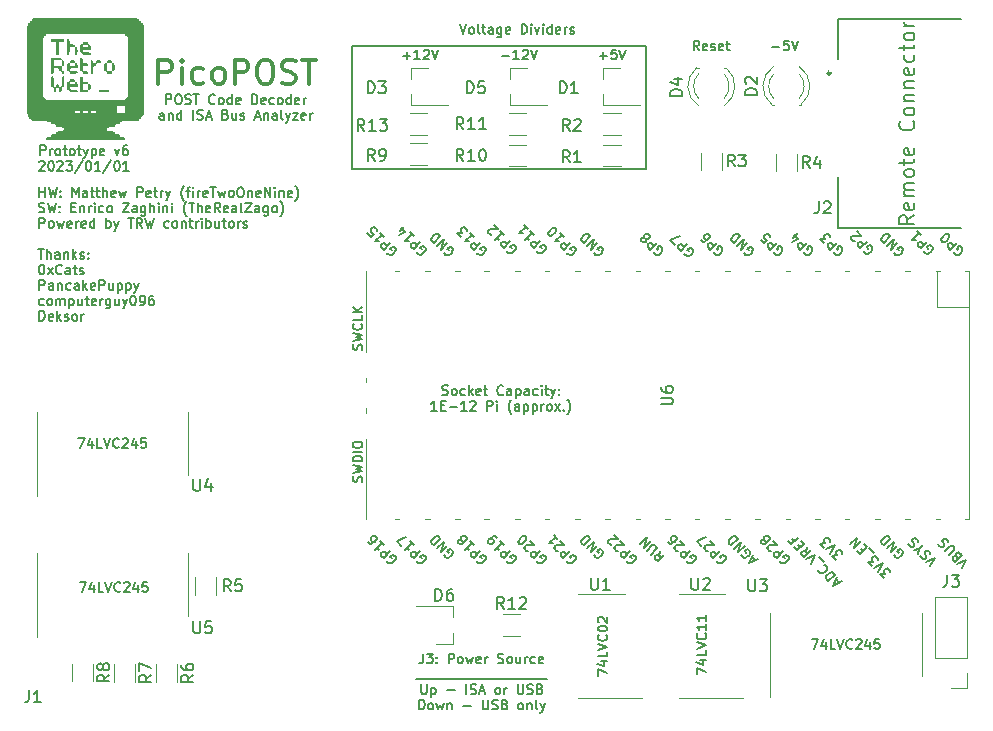
<source format=gbr>
%TF.GenerationSoftware,KiCad,Pcbnew,(6.0.5)*%
%TF.CreationDate,2023-01-02T12:33:01-06:00*%
%TF.ProjectId,ISA rev6,49534120-7265-4763-962e-6b696361645f,rev?*%
%TF.SameCoordinates,Original*%
%TF.FileFunction,Legend,Top*%
%TF.FilePolarity,Positive*%
%FSLAX46Y46*%
G04 Gerber Fmt 4.6, Leading zero omitted, Abs format (unit mm)*
G04 Created by KiCad (PCBNEW (6.0.5)) date 2023-01-02 12:33:01*
%MOMM*%
%LPD*%
G01*
G04 APERTURE LIST*
%ADD10C,0.152400*%
%ADD11C,0.300000*%
%ADD12C,0.150000*%
%ADD13C,0.120000*%
%ADD14C,0.250000*%
G04 APERTURE END LIST*
D10*
X129032000Y-65278000D02*
X129032000Y-75692000D01*
X129032000Y-75692000D02*
X153924000Y-75692000D01*
X132080000Y-65278000D02*
X132080000Y-65278000D01*
X153924000Y-75692000D02*
X153924000Y-65278000D01*
X153924000Y-65278000D02*
X129032000Y-65278000D01*
X164562971Y-65336057D02*
X165182247Y-65336057D01*
X165956342Y-64832895D02*
X165569295Y-64832895D01*
X165530590Y-65219942D01*
X165569295Y-65181238D01*
X165646704Y-65142533D01*
X165840228Y-65142533D01*
X165917638Y-65181238D01*
X165956342Y-65219942D01*
X165995047Y-65297352D01*
X165995047Y-65490876D01*
X165956342Y-65568285D01*
X165917638Y-65606990D01*
X165840228Y-65645695D01*
X165646704Y-65645695D01*
X165569295Y-65606990D01*
X165530590Y-65568285D01*
X166227276Y-64832895D02*
X166498209Y-65645695D01*
X166769142Y-64832895D01*
X136650790Y-94797686D02*
X136766904Y-94836391D01*
X136960428Y-94836391D01*
X137037838Y-94797686D01*
X137076542Y-94758981D01*
X137115247Y-94681572D01*
X137115247Y-94604162D01*
X137076542Y-94526753D01*
X137037838Y-94488048D01*
X136960428Y-94449343D01*
X136805609Y-94410638D01*
X136728200Y-94371934D01*
X136689495Y-94333229D01*
X136650790Y-94255819D01*
X136650790Y-94178410D01*
X136689495Y-94101000D01*
X136728200Y-94062296D01*
X136805609Y-94023591D01*
X136999133Y-94023591D01*
X137115247Y-94062296D01*
X137579704Y-94836391D02*
X137502295Y-94797686D01*
X137463590Y-94758981D01*
X137424885Y-94681572D01*
X137424885Y-94449343D01*
X137463590Y-94371934D01*
X137502295Y-94333229D01*
X137579704Y-94294524D01*
X137695819Y-94294524D01*
X137773228Y-94333229D01*
X137811933Y-94371934D01*
X137850638Y-94449343D01*
X137850638Y-94681572D01*
X137811933Y-94758981D01*
X137773228Y-94797686D01*
X137695819Y-94836391D01*
X137579704Y-94836391D01*
X138547323Y-94797686D02*
X138469914Y-94836391D01*
X138315095Y-94836391D01*
X138237685Y-94797686D01*
X138198980Y-94758981D01*
X138160276Y-94681572D01*
X138160276Y-94449343D01*
X138198980Y-94371934D01*
X138237685Y-94333229D01*
X138315095Y-94294524D01*
X138469914Y-94294524D01*
X138547323Y-94333229D01*
X138895666Y-94836391D02*
X138895666Y-94023591D01*
X138973076Y-94526753D02*
X139205304Y-94836391D01*
X139205304Y-94294524D02*
X138895666Y-94604162D01*
X139863285Y-94797686D02*
X139785876Y-94836391D01*
X139631057Y-94836391D01*
X139553647Y-94797686D01*
X139514942Y-94720276D01*
X139514942Y-94410638D01*
X139553647Y-94333229D01*
X139631057Y-94294524D01*
X139785876Y-94294524D01*
X139863285Y-94333229D01*
X139901990Y-94410638D01*
X139901990Y-94488048D01*
X139514942Y-94565457D01*
X140134219Y-94294524D02*
X140443857Y-94294524D01*
X140250333Y-94023591D02*
X140250333Y-94720276D01*
X140289038Y-94797686D01*
X140366447Y-94836391D01*
X140443857Y-94836391D01*
X141798523Y-94758981D02*
X141759819Y-94797686D01*
X141643704Y-94836391D01*
X141566295Y-94836391D01*
X141450180Y-94797686D01*
X141372771Y-94720276D01*
X141334066Y-94642867D01*
X141295361Y-94488048D01*
X141295361Y-94371934D01*
X141334066Y-94217115D01*
X141372771Y-94139705D01*
X141450180Y-94062296D01*
X141566295Y-94023591D01*
X141643704Y-94023591D01*
X141759819Y-94062296D01*
X141798523Y-94101000D01*
X142495209Y-94836391D02*
X142495209Y-94410638D01*
X142456504Y-94333229D01*
X142379095Y-94294524D01*
X142224276Y-94294524D01*
X142146866Y-94333229D01*
X142495209Y-94797686D02*
X142417800Y-94836391D01*
X142224276Y-94836391D01*
X142146866Y-94797686D01*
X142108161Y-94720276D01*
X142108161Y-94642867D01*
X142146866Y-94565457D01*
X142224276Y-94526753D01*
X142417800Y-94526753D01*
X142495209Y-94488048D01*
X142882257Y-94294524D02*
X142882257Y-95107324D01*
X142882257Y-94333229D02*
X142959666Y-94294524D01*
X143114485Y-94294524D01*
X143191895Y-94333229D01*
X143230600Y-94371934D01*
X143269304Y-94449343D01*
X143269304Y-94681572D01*
X143230600Y-94758981D01*
X143191895Y-94797686D01*
X143114485Y-94836391D01*
X142959666Y-94836391D01*
X142882257Y-94797686D01*
X143965990Y-94836391D02*
X143965990Y-94410638D01*
X143927285Y-94333229D01*
X143849876Y-94294524D01*
X143695057Y-94294524D01*
X143617647Y-94333229D01*
X143965990Y-94797686D02*
X143888580Y-94836391D01*
X143695057Y-94836391D01*
X143617647Y-94797686D01*
X143578942Y-94720276D01*
X143578942Y-94642867D01*
X143617647Y-94565457D01*
X143695057Y-94526753D01*
X143888580Y-94526753D01*
X143965990Y-94488048D01*
X144701380Y-94797686D02*
X144623971Y-94836391D01*
X144469152Y-94836391D01*
X144391742Y-94797686D01*
X144353038Y-94758981D01*
X144314333Y-94681572D01*
X144314333Y-94449343D01*
X144353038Y-94371934D01*
X144391742Y-94333229D01*
X144469152Y-94294524D01*
X144623971Y-94294524D01*
X144701380Y-94333229D01*
X145049723Y-94836391D02*
X145049723Y-94294524D01*
X145049723Y-94023591D02*
X145011019Y-94062296D01*
X145049723Y-94101000D01*
X145088428Y-94062296D01*
X145049723Y-94023591D01*
X145049723Y-94101000D01*
X145320657Y-94294524D02*
X145630295Y-94294524D01*
X145436771Y-94023591D02*
X145436771Y-94720276D01*
X145475476Y-94797686D01*
X145552885Y-94836391D01*
X145630295Y-94836391D01*
X145823819Y-94294524D02*
X146017342Y-94836391D01*
X146210866Y-94294524D02*
X146017342Y-94836391D01*
X145939933Y-95029915D01*
X145901228Y-95068619D01*
X145823819Y-95107324D01*
X146520504Y-94758981D02*
X146559209Y-94797686D01*
X146520504Y-94836391D01*
X146481800Y-94797686D01*
X146520504Y-94758981D01*
X146520504Y-94836391D01*
X146520504Y-94333229D02*
X146559209Y-94371934D01*
X146520504Y-94410638D01*
X146481800Y-94371934D01*
X146520504Y-94333229D01*
X146520504Y-94410638D01*
X136186333Y-96144999D02*
X135721876Y-96144999D01*
X135954104Y-96144999D02*
X135954104Y-95332199D01*
X135876695Y-95448313D01*
X135799285Y-95525723D01*
X135721876Y-95564427D01*
X136534676Y-95719246D02*
X136805609Y-95719246D01*
X136921723Y-96144999D02*
X136534676Y-96144999D01*
X136534676Y-95332199D01*
X136921723Y-95332199D01*
X137270066Y-95835361D02*
X137889342Y-95835361D01*
X138702142Y-96144999D02*
X138237685Y-96144999D01*
X138469914Y-96144999D02*
X138469914Y-95332199D01*
X138392504Y-95448313D01*
X138315095Y-95525723D01*
X138237685Y-95564427D01*
X139011780Y-95409608D02*
X139050485Y-95370904D01*
X139127895Y-95332199D01*
X139321419Y-95332199D01*
X139398828Y-95370904D01*
X139437533Y-95409608D01*
X139476238Y-95487018D01*
X139476238Y-95564427D01*
X139437533Y-95680542D01*
X138973076Y-96144999D01*
X139476238Y-96144999D01*
X140443857Y-96144999D02*
X140443857Y-95332199D01*
X140753495Y-95332199D01*
X140830904Y-95370904D01*
X140869609Y-95409608D01*
X140908314Y-95487018D01*
X140908314Y-95603132D01*
X140869609Y-95680542D01*
X140830904Y-95719246D01*
X140753495Y-95757951D01*
X140443857Y-95757951D01*
X141256657Y-96144999D02*
X141256657Y-95603132D01*
X141256657Y-95332199D02*
X141217952Y-95370904D01*
X141256657Y-95409608D01*
X141295361Y-95370904D01*
X141256657Y-95332199D01*
X141256657Y-95409608D01*
X142495209Y-96454637D02*
X142456504Y-96415932D01*
X142379095Y-96299818D01*
X142340390Y-96222408D01*
X142301685Y-96106294D01*
X142262980Y-95912770D01*
X142262980Y-95757951D01*
X142301685Y-95564427D01*
X142340390Y-95448313D01*
X142379095Y-95370904D01*
X142456504Y-95254789D01*
X142495209Y-95216084D01*
X143153190Y-96144999D02*
X143153190Y-95719246D01*
X143114485Y-95641837D01*
X143037076Y-95603132D01*
X142882257Y-95603132D01*
X142804847Y-95641837D01*
X143153190Y-96106294D02*
X143075780Y-96144999D01*
X142882257Y-96144999D01*
X142804847Y-96106294D01*
X142766142Y-96028884D01*
X142766142Y-95951475D01*
X142804847Y-95874065D01*
X142882257Y-95835361D01*
X143075780Y-95835361D01*
X143153190Y-95796656D01*
X143540238Y-95603132D02*
X143540238Y-96415932D01*
X143540238Y-95641837D02*
X143617647Y-95603132D01*
X143772466Y-95603132D01*
X143849876Y-95641837D01*
X143888580Y-95680542D01*
X143927285Y-95757951D01*
X143927285Y-95990180D01*
X143888580Y-96067589D01*
X143849876Y-96106294D01*
X143772466Y-96144999D01*
X143617647Y-96144999D01*
X143540238Y-96106294D01*
X144275628Y-95603132D02*
X144275628Y-96415932D01*
X144275628Y-95641837D02*
X144353038Y-95603132D01*
X144507857Y-95603132D01*
X144585266Y-95641837D01*
X144623971Y-95680542D01*
X144662676Y-95757951D01*
X144662676Y-95990180D01*
X144623971Y-96067589D01*
X144585266Y-96106294D01*
X144507857Y-96144999D01*
X144353038Y-96144999D01*
X144275628Y-96106294D01*
X145011019Y-96144999D02*
X145011019Y-95603132D01*
X145011019Y-95757951D02*
X145049723Y-95680542D01*
X145088428Y-95641837D01*
X145165838Y-95603132D01*
X145243247Y-95603132D01*
X145630295Y-96144999D02*
X145552885Y-96106294D01*
X145514180Y-96067589D01*
X145475476Y-95990180D01*
X145475476Y-95757951D01*
X145514180Y-95680542D01*
X145552885Y-95641837D01*
X145630295Y-95603132D01*
X145746409Y-95603132D01*
X145823819Y-95641837D01*
X145862523Y-95680542D01*
X145901228Y-95757951D01*
X145901228Y-95990180D01*
X145862523Y-96067589D01*
X145823819Y-96106294D01*
X145746409Y-96144999D01*
X145630295Y-96144999D01*
X146172161Y-96144999D02*
X146597914Y-95603132D01*
X146172161Y-95603132D02*
X146597914Y-96144999D01*
X146907552Y-96067589D02*
X146946257Y-96106294D01*
X146907552Y-96144999D01*
X146868847Y-96106294D01*
X146907552Y-96067589D01*
X146907552Y-96144999D01*
X147217190Y-96454637D02*
X147255895Y-96415932D01*
X147333304Y-96299818D01*
X147372009Y-96222408D01*
X147410714Y-96106294D01*
X147449419Y-95912770D01*
X147449419Y-95757951D01*
X147410714Y-95564427D01*
X147372009Y-95448313D01*
X147333304Y-95370904D01*
X147255895Y-95254789D01*
X147217190Y-95216084D01*
X113242876Y-70198391D02*
X113242876Y-69385591D01*
X113552514Y-69385591D01*
X113629923Y-69424296D01*
X113668628Y-69463000D01*
X113707333Y-69540410D01*
X113707333Y-69656524D01*
X113668628Y-69733934D01*
X113629923Y-69772638D01*
X113552514Y-69811343D01*
X113242876Y-69811343D01*
X114210495Y-69385591D02*
X114365314Y-69385591D01*
X114442723Y-69424296D01*
X114520133Y-69501705D01*
X114558838Y-69656524D01*
X114558838Y-69927457D01*
X114520133Y-70082276D01*
X114442723Y-70159686D01*
X114365314Y-70198391D01*
X114210495Y-70198391D01*
X114133085Y-70159686D01*
X114055676Y-70082276D01*
X114016971Y-69927457D01*
X114016971Y-69656524D01*
X114055676Y-69501705D01*
X114133085Y-69424296D01*
X114210495Y-69385591D01*
X114868476Y-70159686D02*
X114984590Y-70198391D01*
X115178114Y-70198391D01*
X115255523Y-70159686D01*
X115294228Y-70120981D01*
X115332933Y-70043572D01*
X115332933Y-69966162D01*
X115294228Y-69888753D01*
X115255523Y-69850048D01*
X115178114Y-69811343D01*
X115023295Y-69772638D01*
X114945885Y-69733934D01*
X114907180Y-69695229D01*
X114868476Y-69617819D01*
X114868476Y-69540410D01*
X114907180Y-69463000D01*
X114945885Y-69424296D01*
X115023295Y-69385591D01*
X115216819Y-69385591D01*
X115332933Y-69424296D01*
X115565161Y-69385591D02*
X116029619Y-69385591D01*
X115797390Y-70198391D02*
X115797390Y-69385591D01*
X117384285Y-70120981D02*
X117345580Y-70159686D01*
X117229466Y-70198391D01*
X117152057Y-70198391D01*
X117035942Y-70159686D01*
X116958533Y-70082276D01*
X116919828Y-70004867D01*
X116881123Y-69850048D01*
X116881123Y-69733934D01*
X116919828Y-69579115D01*
X116958533Y-69501705D01*
X117035942Y-69424296D01*
X117152057Y-69385591D01*
X117229466Y-69385591D01*
X117345580Y-69424296D01*
X117384285Y-69463000D01*
X117848742Y-70198391D02*
X117771333Y-70159686D01*
X117732628Y-70120981D01*
X117693923Y-70043572D01*
X117693923Y-69811343D01*
X117732628Y-69733934D01*
X117771333Y-69695229D01*
X117848742Y-69656524D01*
X117964857Y-69656524D01*
X118042266Y-69695229D01*
X118080971Y-69733934D01*
X118119676Y-69811343D01*
X118119676Y-70043572D01*
X118080971Y-70120981D01*
X118042266Y-70159686D01*
X117964857Y-70198391D01*
X117848742Y-70198391D01*
X118816361Y-70198391D02*
X118816361Y-69385591D01*
X118816361Y-70159686D02*
X118738952Y-70198391D01*
X118584133Y-70198391D01*
X118506723Y-70159686D01*
X118468019Y-70120981D01*
X118429314Y-70043572D01*
X118429314Y-69811343D01*
X118468019Y-69733934D01*
X118506723Y-69695229D01*
X118584133Y-69656524D01*
X118738952Y-69656524D01*
X118816361Y-69695229D01*
X119513047Y-70159686D02*
X119435638Y-70198391D01*
X119280819Y-70198391D01*
X119203409Y-70159686D01*
X119164704Y-70082276D01*
X119164704Y-69772638D01*
X119203409Y-69695229D01*
X119280819Y-69656524D01*
X119435638Y-69656524D01*
X119513047Y-69695229D01*
X119551752Y-69772638D01*
X119551752Y-69850048D01*
X119164704Y-69927457D01*
X120519371Y-70198391D02*
X120519371Y-69385591D01*
X120712895Y-69385591D01*
X120829009Y-69424296D01*
X120906419Y-69501705D01*
X120945123Y-69579115D01*
X120983828Y-69733934D01*
X120983828Y-69850048D01*
X120945123Y-70004867D01*
X120906419Y-70082276D01*
X120829009Y-70159686D01*
X120712895Y-70198391D01*
X120519371Y-70198391D01*
X121641809Y-70159686D02*
X121564400Y-70198391D01*
X121409580Y-70198391D01*
X121332171Y-70159686D01*
X121293466Y-70082276D01*
X121293466Y-69772638D01*
X121332171Y-69695229D01*
X121409580Y-69656524D01*
X121564400Y-69656524D01*
X121641809Y-69695229D01*
X121680514Y-69772638D01*
X121680514Y-69850048D01*
X121293466Y-69927457D01*
X122377200Y-70159686D02*
X122299790Y-70198391D01*
X122144971Y-70198391D01*
X122067561Y-70159686D01*
X122028857Y-70120981D01*
X121990152Y-70043572D01*
X121990152Y-69811343D01*
X122028857Y-69733934D01*
X122067561Y-69695229D01*
X122144971Y-69656524D01*
X122299790Y-69656524D01*
X122377200Y-69695229D01*
X122841657Y-70198391D02*
X122764247Y-70159686D01*
X122725542Y-70120981D01*
X122686838Y-70043572D01*
X122686838Y-69811343D01*
X122725542Y-69733934D01*
X122764247Y-69695229D01*
X122841657Y-69656524D01*
X122957771Y-69656524D01*
X123035180Y-69695229D01*
X123073885Y-69733934D01*
X123112590Y-69811343D01*
X123112590Y-70043572D01*
X123073885Y-70120981D01*
X123035180Y-70159686D01*
X122957771Y-70198391D01*
X122841657Y-70198391D01*
X123809276Y-70198391D02*
X123809276Y-69385591D01*
X123809276Y-70159686D02*
X123731866Y-70198391D01*
X123577047Y-70198391D01*
X123499638Y-70159686D01*
X123460933Y-70120981D01*
X123422228Y-70043572D01*
X123422228Y-69811343D01*
X123460933Y-69733934D01*
X123499638Y-69695229D01*
X123577047Y-69656524D01*
X123731866Y-69656524D01*
X123809276Y-69695229D01*
X124505961Y-70159686D02*
X124428552Y-70198391D01*
X124273733Y-70198391D01*
X124196323Y-70159686D01*
X124157619Y-70082276D01*
X124157619Y-69772638D01*
X124196323Y-69695229D01*
X124273733Y-69656524D01*
X124428552Y-69656524D01*
X124505961Y-69695229D01*
X124544666Y-69772638D01*
X124544666Y-69850048D01*
X124157619Y-69927457D01*
X124893009Y-70198391D02*
X124893009Y-69656524D01*
X124893009Y-69811343D02*
X124931714Y-69733934D01*
X124970419Y-69695229D01*
X125047828Y-69656524D01*
X125125238Y-69656524D01*
X113068704Y-71506999D02*
X113068704Y-71081246D01*
X113030000Y-71003837D01*
X112952590Y-70965132D01*
X112797771Y-70965132D01*
X112720361Y-71003837D01*
X113068704Y-71468294D02*
X112991295Y-71506999D01*
X112797771Y-71506999D01*
X112720361Y-71468294D01*
X112681657Y-71390884D01*
X112681657Y-71313475D01*
X112720361Y-71236065D01*
X112797771Y-71197361D01*
X112991295Y-71197361D01*
X113068704Y-71158656D01*
X113455752Y-70965132D02*
X113455752Y-71506999D01*
X113455752Y-71042542D02*
X113494457Y-71003837D01*
X113571866Y-70965132D01*
X113687980Y-70965132D01*
X113765390Y-71003837D01*
X113804095Y-71081246D01*
X113804095Y-71506999D01*
X114539485Y-71506999D02*
X114539485Y-70694199D01*
X114539485Y-71468294D02*
X114462076Y-71506999D01*
X114307257Y-71506999D01*
X114229847Y-71468294D01*
X114191142Y-71429589D01*
X114152438Y-71352180D01*
X114152438Y-71119951D01*
X114191142Y-71042542D01*
X114229847Y-71003837D01*
X114307257Y-70965132D01*
X114462076Y-70965132D01*
X114539485Y-71003837D01*
X115545809Y-71506999D02*
X115545809Y-70694199D01*
X115894152Y-71468294D02*
X116010266Y-71506999D01*
X116203790Y-71506999D01*
X116281200Y-71468294D01*
X116319904Y-71429589D01*
X116358609Y-71352180D01*
X116358609Y-71274770D01*
X116319904Y-71197361D01*
X116281200Y-71158656D01*
X116203790Y-71119951D01*
X116048971Y-71081246D01*
X115971561Y-71042542D01*
X115932857Y-71003837D01*
X115894152Y-70926427D01*
X115894152Y-70849018D01*
X115932857Y-70771608D01*
X115971561Y-70732904D01*
X116048971Y-70694199D01*
X116242495Y-70694199D01*
X116358609Y-70732904D01*
X116668247Y-71274770D02*
X117055295Y-71274770D01*
X116590838Y-71506999D02*
X116861771Y-70694199D01*
X117132704Y-71506999D01*
X118293847Y-71081246D02*
X118409961Y-71119951D01*
X118448666Y-71158656D01*
X118487371Y-71236065D01*
X118487371Y-71352180D01*
X118448666Y-71429589D01*
X118409961Y-71468294D01*
X118332552Y-71506999D01*
X118022914Y-71506999D01*
X118022914Y-70694199D01*
X118293847Y-70694199D01*
X118371257Y-70732904D01*
X118409961Y-70771608D01*
X118448666Y-70849018D01*
X118448666Y-70926427D01*
X118409961Y-71003837D01*
X118371257Y-71042542D01*
X118293847Y-71081246D01*
X118022914Y-71081246D01*
X119184057Y-70965132D02*
X119184057Y-71506999D01*
X118835714Y-70965132D02*
X118835714Y-71390884D01*
X118874419Y-71468294D01*
X118951828Y-71506999D01*
X119067942Y-71506999D01*
X119145352Y-71468294D01*
X119184057Y-71429589D01*
X119532400Y-71468294D02*
X119609809Y-71506999D01*
X119764628Y-71506999D01*
X119842038Y-71468294D01*
X119880742Y-71390884D01*
X119880742Y-71352180D01*
X119842038Y-71274770D01*
X119764628Y-71236065D01*
X119648514Y-71236065D01*
X119571104Y-71197361D01*
X119532400Y-71119951D01*
X119532400Y-71081246D01*
X119571104Y-71003837D01*
X119648514Y-70965132D01*
X119764628Y-70965132D01*
X119842038Y-71003837D01*
X120809657Y-71274770D02*
X121196704Y-71274770D01*
X120732247Y-71506999D02*
X121003180Y-70694199D01*
X121274114Y-71506999D01*
X121545047Y-70965132D02*
X121545047Y-71506999D01*
X121545047Y-71042542D02*
X121583752Y-71003837D01*
X121661161Y-70965132D01*
X121777276Y-70965132D01*
X121854685Y-71003837D01*
X121893390Y-71081246D01*
X121893390Y-71506999D01*
X122628780Y-71506999D02*
X122628780Y-71081246D01*
X122590076Y-71003837D01*
X122512666Y-70965132D01*
X122357847Y-70965132D01*
X122280438Y-71003837D01*
X122628780Y-71468294D02*
X122551371Y-71506999D01*
X122357847Y-71506999D01*
X122280438Y-71468294D01*
X122241733Y-71390884D01*
X122241733Y-71313475D01*
X122280438Y-71236065D01*
X122357847Y-71197361D01*
X122551371Y-71197361D01*
X122628780Y-71158656D01*
X123131942Y-71506999D02*
X123054533Y-71468294D01*
X123015828Y-71390884D01*
X123015828Y-70694199D01*
X123364171Y-70965132D02*
X123557695Y-71506999D01*
X123751219Y-70965132D02*
X123557695Y-71506999D01*
X123480285Y-71700523D01*
X123441580Y-71739227D01*
X123364171Y-71777932D01*
X123983447Y-70965132D02*
X124409199Y-70965132D01*
X123983447Y-71506999D01*
X124409199Y-71506999D01*
X125028476Y-71468294D02*
X124951066Y-71506999D01*
X124796247Y-71506999D01*
X124718838Y-71468294D01*
X124680133Y-71390884D01*
X124680133Y-71081246D01*
X124718838Y-71003837D01*
X124796247Y-70965132D01*
X124951066Y-70965132D01*
X125028476Y-71003837D01*
X125067180Y-71081246D01*
X125067180Y-71158656D01*
X124680133Y-71236065D01*
X125415523Y-71506999D02*
X125415523Y-70965132D01*
X125415523Y-71119951D02*
X125454228Y-71042542D01*
X125492933Y-71003837D01*
X125570342Y-70965132D01*
X125647752Y-70965132D01*
X138125200Y-63435895D02*
X138396133Y-64248695D01*
X138667066Y-63435895D01*
X139054114Y-64248695D02*
X138976704Y-64209990D01*
X138938000Y-64171285D01*
X138899295Y-64093876D01*
X138899295Y-63861647D01*
X138938000Y-63784238D01*
X138976704Y-63745533D01*
X139054114Y-63706828D01*
X139170228Y-63706828D01*
X139247638Y-63745533D01*
X139286342Y-63784238D01*
X139325047Y-63861647D01*
X139325047Y-64093876D01*
X139286342Y-64171285D01*
X139247638Y-64209990D01*
X139170228Y-64248695D01*
X139054114Y-64248695D01*
X139789504Y-64248695D02*
X139712095Y-64209990D01*
X139673390Y-64132580D01*
X139673390Y-63435895D01*
X139983028Y-63706828D02*
X140292666Y-63706828D01*
X140099142Y-63435895D02*
X140099142Y-64132580D01*
X140137847Y-64209990D01*
X140215257Y-64248695D01*
X140292666Y-64248695D01*
X140911942Y-64248695D02*
X140911942Y-63822942D01*
X140873238Y-63745533D01*
X140795828Y-63706828D01*
X140641009Y-63706828D01*
X140563600Y-63745533D01*
X140911942Y-64209990D02*
X140834533Y-64248695D01*
X140641009Y-64248695D01*
X140563600Y-64209990D01*
X140524895Y-64132580D01*
X140524895Y-64055171D01*
X140563600Y-63977761D01*
X140641009Y-63939057D01*
X140834533Y-63939057D01*
X140911942Y-63900352D01*
X141647333Y-63706828D02*
X141647333Y-64364809D01*
X141608628Y-64442219D01*
X141569923Y-64480923D01*
X141492514Y-64519628D01*
X141376400Y-64519628D01*
X141298990Y-64480923D01*
X141647333Y-64209990D02*
X141569923Y-64248695D01*
X141415104Y-64248695D01*
X141337695Y-64209990D01*
X141298990Y-64171285D01*
X141260285Y-64093876D01*
X141260285Y-63861647D01*
X141298990Y-63784238D01*
X141337695Y-63745533D01*
X141415104Y-63706828D01*
X141569923Y-63706828D01*
X141647333Y-63745533D01*
X142344019Y-64209990D02*
X142266609Y-64248695D01*
X142111790Y-64248695D01*
X142034380Y-64209990D01*
X141995676Y-64132580D01*
X141995676Y-63822942D01*
X142034380Y-63745533D01*
X142111790Y-63706828D01*
X142266609Y-63706828D01*
X142344019Y-63745533D01*
X142382723Y-63822942D01*
X142382723Y-63900352D01*
X141995676Y-63977761D01*
X143350342Y-64248695D02*
X143350342Y-63435895D01*
X143543866Y-63435895D01*
X143659980Y-63474600D01*
X143737390Y-63552009D01*
X143776095Y-63629419D01*
X143814800Y-63784238D01*
X143814800Y-63900352D01*
X143776095Y-64055171D01*
X143737390Y-64132580D01*
X143659980Y-64209990D01*
X143543866Y-64248695D01*
X143350342Y-64248695D01*
X144163142Y-64248695D02*
X144163142Y-63706828D01*
X144163142Y-63435895D02*
X144124438Y-63474600D01*
X144163142Y-63513304D01*
X144201847Y-63474600D01*
X144163142Y-63435895D01*
X144163142Y-63513304D01*
X144472780Y-63706828D02*
X144666304Y-64248695D01*
X144859828Y-63706828D01*
X145169466Y-64248695D02*
X145169466Y-63706828D01*
X145169466Y-63435895D02*
X145130761Y-63474600D01*
X145169466Y-63513304D01*
X145208171Y-63474600D01*
X145169466Y-63435895D01*
X145169466Y-63513304D01*
X145904857Y-64248695D02*
X145904857Y-63435895D01*
X145904857Y-64209990D02*
X145827447Y-64248695D01*
X145672628Y-64248695D01*
X145595219Y-64209990D01*
X145556514Y-64171285D01*
X145517809Y-64093876D01*
X145517809Y-63861647D01*
X145556514Y-63784238D01*
X145595219Y-63745533D01*
X145672628Y-63706828D01*
X145827447Y-63706828D01*
X145904857Y-63745533D01*
X146601542Y-64209990D02*
X146524133Y-64248695D01*
X146369314Y-64248695D01*
X146291904Y-64209990D01*
X146253200Y-64132580D01*
X146253200Y-63822942D01*
X146291904Y-63745533D01*
X146369314Y-63706828D01*
X146524133Y-63706828D01*
X146601542Y-63745533D01*
X146640247Y-63822942D01*
X146640247Y-63900352D01*
X146253200Y-63977761D01*
X146988590Y-64248695D02*
X146988590Y-63706828D01*
X146988590Y-63861647D02*
X147027295Y-63784238D01*
X147066000Y-63745533D01*
X147143409Y-63706828D01*
X147220819Y-63706828D01*
X147453047Y-64209990D02*
X147530457Y-64248695D01*
X147685276Y-64248695D01*
X147762685Y-64209990D01*
X147801390Y-64132580D01*
X147801390Y-64093876D01*
X147762685Y-64016466D01*
X147685276Y-63977761D01*
X147569161Y-63977761D01*
X147491752Y-63939057D01*
X147453047Y-63861647D01*
X147453047Y-63822942D01*
X147491752Y-63745533D01*
X147569161Y-63706828D01*
X147685276Y-63706828D01*
X147762685Y-63745533D01*
X141696923Y-66098057D02*
X142316200Y-66098057D01*
X143129000Y-66407695D02*
X142664542Y-66407695D01*
X142896771Y-66407695D02*
X142896771Y-65594895D01*
X142819361Y-65711009D01*
X142741952Y-65788419D01*
X142664542Y-65827123D01*
X143438638Y-65672304D02*
X143477342Y-65633600D01*
X143554752Y-65594895D01*
X143748276Y-65594895D01*
X143825685Y-65633600D01*
X143864390Y-65672304D01*
X143903095Y-65749714D01*
X143903095Y-65827123D01*
X143864390Y-65943238D01*
X143399933Y-66407695D01*
X143903095Y-66407695D01*
X144135323Y-65594895D02*
X144406257Y-66407695D01*
X144677190Y-65594895D01*
X134999790Y-116717983D02*
X134999790Y-117298554D01*
X134961085Y-117414668D01*
X134883676Y-117492078D01*
X134767561Y-117530783D01*
X134690152Y-117530783D01*
X135309428Y-116717983D02*
X135812590Y-116717983D01*
X135541657Y-117027621D01*
X135657771Y-117027621D01*
X135735180Y-117066326D01*
X135773885Y-117105030D01*
X135812590Y-117182440D01*
X135812590Y-117375964D01*
X135773885Y-117453373D01*
X135735180Y-117492078D01*
X135657771Y-117530783D01*
X135425542Y-117530783D01*
X135348133Y-117492078D01*
X135309428Y-117453373D01*
X136160933Y-117453373D02*
X136199638Y-117492078D01*
X136160933Y-117530783D01*
X136122228Y-117492078D01*
X136160933Y-117453373D01*
X136160933Y-117530783D01*
X136160933Y-117027621D02*
X136199638Y-117066326D01*
X136160933Y-117105030D01*
X136122228Y-117066326D01*
X136160933Y-117027621D01*
X136160933Y-117105030D01*
X137167257Y-117530783D02*
X137167257Y-116717983D01*
X137476895Y-116717983D01*
X137554304Y-116756688D01*
X137593009Y-116795392D01*
X137631714Y-116872802D01*
X137631714Y-116988916D01*
X137593009Y-117066326D01*
X137554304Y-117105030D01*
X137476895Y-117143735D01*
X137167257Y-117143735D01*
X138096171Y-117530783D02*
X138018761Y-117492078D01*
X137980057Y-117453373D01*
X137941352Y-117375964D01*
X137941352Y-117143735D01*
X137980057Y-117066326D01*
X138018761Y-117027621D01*
X138096171Y-116988916D01*
X138212285Y-116988916D01*
X138289695Y-117027621D01*
X138328400Y-117066326D01*
X138367104Y-117143735D01*
X138367104Y-117375964D01*
X138328400Y-117453373D01*
X138289695Y-117492078D01*
X138212285Y-117530783D01*
X138096171Y-117530783D01*
X138638038Y-116988916D02*
X138792857Y-117530783D01*
X138947676Y-117143735D01*
X139102495Y-117530783D01*
X139257314Y-116988916D01*
X139876590Y-117492078D02*
X139799180Y-117530783D01*
X139644361Y-117530783D01*
X139566952Y-117492078D01*
X139528247Y-117414668D01*
X139528247Y-117105030D01*
X139566952Y-117027621D01*
X139644361Y-116988916D01*
X139799180Y-116988916D01*
X139876590Y-117027621D01*
X139915295Y-117105030D01*
X139915295Y-117182440D01*
X139528247Y-117259849D01*
X140263638Y-117530783D02*
X140263638Y-116988916D01*
X140263638Y-117143735D02*
X140302342Y-117066326D01*
X140341047Y-117027621D01*
X140418457Y-116988916D01*
X140495866Y-116988916D01*
X141347371Y-117492078D02*
X141463485Y-117530783D01*
X141657009Y-117530783D01*
X141734419Y-117492078D01*
X141773123Y-117453373D01*
X141811828Y-117375964D01*
X141811828Y-117298554D01*
X141773123Y-117221145D01*
X141734419Y-117182440D01*
X141657009Y-117143735D01*
X141502190Y-117105030D01*
X141424780Y-117066326D01*
X141386076Y-117027621D01*
X141347371Y-116950211D01*
X141347371Y-116872802D01*
X141386076Y-116795392D01*
X141424780Y-116756688D01*
X141502190Y-116717983D01*
X141695714Y-116717983D01*
X141811828Y-116756688D01*
X142276285Y-117530783D02*
X142198876Y-117492078D01*
X142160171Y-117453373D01*
X142121466Y-117375964D01*
X142121466Y-117143735D01*
X142160171Y-117066326D01*
X142198876Y-117027621D01*
X142276285Y-116988916D01*
X142392400Y-116988916D01*
X142469809Y-117027621D01*
X142508514Y-117066326D01*
X142547219Y-117143735D01*
X142547219Y-117375964D01*
X142508514Y-117453373D01*
X142469809Y-117492078D01*
X142392400Y-117530783D01*
X142276285Y-117530783D01*
X143243904Y-116988916D02*
X143243904Y-117530783D01*
X142895561Y-116988916D02*
X142895561Y-117414668D01*
X142934266Y-117492078D01*
X143011676Y-117530783D01*
X143127790Y-117530783D01*
X143205200Y-117492078D01*
X143243904Y-117453373D01*
X143630952Y-117530783D02*
X143630952Y-116988916D01*
X143630952Y-117143735D02*
X143669657Y-117066326D01*
X143708361Y-117027621D01*
X143785771Y-116988916D01*
X143863180Y-116988916D01*
X144482457Y-117492078D02*
X144405047Y-117530783D01*
X144250228Y-117530783D01*
X144172819Y-117492078D01*
X144134114Y-117453373D01*
X144095409Y-117375964D01*
X144095409Y-117143735D01*
X144134114Y-117066326D01*
X144172819Y-117027621D01*
X144250228Y-116988916D01*
X144405047Y-116988916D01*
X144482457Y-117027621D01*
X145140438Y-117492078D02*
X145063028Y-117530783D01*
X144908209Y-117530783D01*
X144830800Y-117492078D01*
X144792095Y-117414668D01*
X144792095Y-117105030D01*
X144830800Y-117027621D01*
X144908209Y-116988916D01*
X145063028Y-116988916D01*
X145140438Y-117027621D01*
X145179142Y-117105030D01*
X145179142Y-117182440D01*
X144792095Y-117259849D01*
X134380514Y-118916800D02*
X134999790Y-118916800D01*
X134999790Y-118916800D02*
X135619066Y-118916800D01*
X135619066Y-118916800D02*
X136238342Y-118916800D01*
X136238342Y-118916800D02*
X136857619Y-118916800D01*
X136857619Y-118916800D02*
X137476895Y-118916800D01*
X137476895Y-118916800D02*
X138096171Y-118916800D01*
X138096171Y-118916800D02*
X138715447Y-118916800D01*
X138715447Y-118916800D02*
X139334723Y-118916800D01*
X139334723Y-118916800D02*
X139953999Y-118916800D01*
X139953999Y-118916800D02*
X140573276Y-118916800D01*
X140573276Y-118916800D02*
X141192552Y-118916800D01*
X141192552Y-118916800D02*
X141811828Y-118916800D01*
X141811828Y-118916800D02*
X142431104Y-118916800D01*
X142431104Y-118916800D02*
X143050380Y-118916800D01*
X143050380Y-118916800D02*
X143669657Y-118916800D01*
X143669657Y-118916800D02*
X144288933Y-118916800D01*
X144288933Y-118916800D02*
X144908209Y-118916800D01*
X144908209Y-118916800D02*
X145527485Y-118916800D01*
X134844971Y-119335199D02*
X134844971Y-119993180D01*
X134883676Y-120070589D01*
X134922380Y-120109294D01*
X134999790Y-120147999D01*
X135154609Y-120147999D01*
X135232019Y-120109294D01*
X135270723Y-120070589D01*
X135309428Y-119993180D01*
X135309428Y-119335199D01*
X135696476Y-119606132D02*
X135696476Y-120418932D01*
X135696476Y-119644837D02*
X135773885Y-119606132D01*
X135928704Y-119606132D01*
X136006114Y-119644837D01*
X136044819Y-119683542D01*
X136083523Y-119760951D01*
X136083523Y-119993180D01*
X136044819Y-120070589D01*
X136006114Y-120109294D01*
X135928704Y-120147999D01*
X135773885Y-120147999D01*
X135696476Y-120109294D01*
X137051142Y-119838361D02*
X137670419Y-119838361D01*
X138676742Y-120147999D02*
X138676742Y-119335199D01*
X139025085Y-120109294D02*
X139141200Y-120147999D01*
X139334723Y-120147999D01*
X139412133Y-120109294D01*
X139450838Y-120070589D01*
X139489542Y-119993180D01*
X139489542Y-119915770D01*
X139450838Y-119838361D01*
X139412133Y-119799656D01*
X139334723Y-119760951D01*
X139179904Y-119722246D01*
X139102495Y-119683542D01*
X139063790Y-119644837D01*
X139025085Y-119567427D01*
X139025085Y-119490018D01*
X139063790Y-119412608D01*
X139102495Y-119373904D01*
X139179904Y-119335199D01*
X139373428Y-119335199D01*
X139489542Y-119373904D01*
X139799180Y-119915770D02*
X140186228Y-119915770D01*
X139721771Y-120147999D02*
X139992704Y-119335199D01*
X140263638Y-120147999D01*
X141269961Y-120147999D02*
X141192552Y-120109294D01*
X141153847Y-120070589D01*
X141115142Y-119993180D01*
X141115142Y-119760951D01*
X141153847Y-119683542D01*
X141192552Y-119644837D01*
X141269961Y-119606132D01*
X141386076Y-119606132D01*
X141463485Y-119644837D01*
X141502190Y-119683542D01*
X141540895Y-119760951D01*
X141540895Y-119993180D01*
X141502190Y-120070589D01*
X141463485Y-120109294D01*
X141386076Y-120147999D01*
X141269961Y-120147999D01*
X141889238Y-120147999D02*
X141889238Y-119606132D01*
X141889238Y-119760951D02*
X141927942Y-119683542D01*
X141966647Y-119644837D01*
X142044057Y-119606132D01*
X142121466Y-119606132D01*
X143011676Y-119335199D02*
X143011676Y-119993180D01*
X143050380Y-120070589D01*
X143089085Y-120109294D01*
X143166495Y-120147999D01*
X143321314Y-120147999D01*
X143398723Y-120109294D01*
X143437428Y-120070589D01*
X143476133Y-119993180D01*
X143476133Y-119335199D01*
X143824476Y-120109294D02*
X143940590Y-120147999D01*
X144134114Y-120147999D01*
X144211523Y-120109294D01*
X144250228Y-120070589D01*
X144288933Y-119993180D01*
X144288933Y-119915770D01*
X144250228Y-119838361D01*
X144211523Y-119799656D01*
X144134114Y-119760951D01*
X143979295Y-119722246D01*
X143901885Y-119683542D01*
X143863180Y-119644837D01*
X143824476Y-119567427D01*
X143824476Y-119490018D01*
X143863180Y-119412608D01*
X143901885Y-119373904D01*
X143979295Y-119335199D01*
X144172819Y-119335199D01*
X144288933Y-119373904D01*
X144908209Y-119722246D02*
X145024323Y-119760951D01*
X145063028Y-119799656D01*
X145101733Y-119877065D01*
X145101733Y-119993180D01*
X145063028Y-120070589D01*
X145024323Y-120109294D01*
X144946914Y-120147999D01*
X144637276Y-120147999D01*
X144637276Y-119335199D01*
X144908209Y-119335199D01*
X144985619Y-119373904D01*
X145024323Y-119412608D01*
X145063028Y-119490018D01*
X145063028Y-119567427D01*
X145024323Y-119644837D01*
X144985619Y-119683542D01*
X144908209Y-119722246D01*
X144637276Y-119722246D01*
X134670800Y-121456607D02*
X134670800Y-120643807D01*
X134864323Y-120643807D01*
X134980438Y-120682512D01*
X135057847Y-120759921D01*
X135096552Y-120837331D01*
X135135257Y-120992150D01*
X135135257Y-121108264D01*
X135096552Y-121263083D01*
X135057847Y-121340492D01*
X134980438Y-121417902D01*
X134864323Y-121456607D01*
X134670800Y-121456607D01*
X135599714Y-121456607D02*
X135522304Y-121417902D01*
X135483600Y-121379197D01*
X135444895Y-121301788D01*
X135444895Y-121069559D01*
X135483600Y-120992150D01*
X135522304Y-120953445D01*
X135599714Y-120914740D01*
X135715828Y-120914740D01*
X135793238Y-120953445D01*
X135831942Y-120992150D01*
X135870647Y-121069559D01*
X135870647Y-121301788D01*
X135831942Y-121379197D01*
X135793238Y-121417902D01*
X135715828Y-121456607D01*
X135599714Y-121456607D01*
X136141580Y-120914740D02*
X136296400Y-121456607D01*
X136451219Y-121069559D01*
X136606038Y-121456607D01*
X136760857Y-120914740D01*
X137070495Y-120914740D02*
X137070495Y-121456607D01*
X137070495Y-120992150D02*
X137109200Y-120953445D01*
X137186609Y-120914740D01*
X137302723Y-120914740D01*
X137380133Y-120953445D01*
X137418838Y-121030854D01*
X137418838Y-121456607D01*
X138425161Y-121146969D02*
X139044438Y-121146969D01*
X140050761Y-120643807D02*
X140050761Y-121301788D01*
X140089466Y-121379197D01*
X140128171Y-121417902D01*
X140205580Y-121456607D01*
X140360400Y-121456607D01*
X140437809Y-121417902D01*
X140476514Y-121379197D01*
X140515219Y-121301788D01*
X140515219Y-120643807D01*
X140863561Y-121417902D02*
X140979676Y-121456607D01*
X141173200Y-121456607D01*
X141250609Y-121417902D01*
X141289314Y-121379197D01*
X141328019Y-121301788D01*
X141328019Y-121224378D01*
X141289314Y-121146969D01*
X141250609Y-121108264D01*
X141173200Y-121069559D01*
X141018380Y-121030854D01*
X140940971Y-120992150D01*
X140902266Y-120953445D01*
X140863561Y-120876035D01*
X140863561Y-120798626D01*
X140902266Y-120721216D01*
X140940971Y-120682512D01*
X141018380Y-120643807D01*
X141211904Y-120643807D01*
X141328019Y-120682512D01*
X141947295Y-121030854D02*
X142063409Y-121069559D01*
X142102114Y-121108264D01*
X142140819Y-121185673D01*
X142140819Y-121301788D01*
X142102114Y-121379197D01*
X142063409Y-121417902D01*
X141986000Y-121456607D01*
X141676361Y-121456607D01*
X141676361Y-120643807D01*
X141947295Y-120643807D01*
X142024704Y-120682512D01*
X142063409Y-120721216D01*
X142102114Y-120798626D01*
X142102114Y-120876035D01*
X142063409Y-120953445D01*
X142024704Y-120992150D01*
X141947295Y-121030854D01*
X141676361Y-121030854D01*
X143224552Y-121456607D02*
X143147142Y-121417902D01*
X143108438Y-121379197D01*
X143069733Y-121301788D01*
X143069733Y-121069559D01*
X143108438Y-120992150D01*
X143147142Y-120953445D01*
X143224552Y-120914740D01*
X143340666Y-120914740D01*
X143418076Y-120953445D01*
X143456780Y-120992150D01*
X143495485Y-121069559D01*
X143495485Y-121301788D01*
X143456780Y-121379197D01*
X143418076Y-121417902D01*
X143340666Y-121456607D01*
X143224552Y-121456607D01*
X143843828Y-120914740D02*
X143843828Y-121456607D01*
X143843828Y-120992150D02*
X143882533Y-120953445D01*
X143959942Y-120914740D01*
X144076057Y-120914740D01*
X144153466Y-120953445D01*
X144192171Y-121030854D01*
X144192171Y-121456607D01*
X144695333Y-121456607D02*
X144617923Y-121417902D01*
X144579219Y-121340492D01*
X144579219Y-120643807D01*
X144927561Y-120914740D02*
X145121085Y-121456607D01*
X145314609Y-120914740D02*
X145121085Y-121456607D01*
X145043676Y-121650131D01*
X145004971Y-121688835D01*
X144927561Y-121727540D01*
X149795895Y-118593809D02*
X149795895Y-118051942D01*
X150608695Y-118400285D01*
X150066828Y-117393961D02*
X150608695Y-117393961D01*
X149757190Y-117587485D02*
X150337761Y-117781009D01*
X150337761Y-117277847D01*
X150608695Y-116581161D02*
X150608695Y-116968209D01*
X149795895Y-116968209D01*
X149795895Y-116426342D02*
X150608695Y-116155409D01*
X149795895Y-115884476D01*
X150531285Y-115149085D02*
X150569990Y-115187790D01*
X150608695Y-115303904D01*
X150608695Y-115381314D01*
X150569990Y-115497428D01*
X150492580Y-115574838D01*
X150415171Y-115613542D01*
X150260352Y-115652247D01*
X150144238Y-115652247D01*
X149989419Y-115613542D01*
X149912009Y-115574838D01*
X149834600Y-115497428D01*
X149795895Y-115381314D01*
X149795895Y-115303904D01*
X149834600Y-115187790D01*
X149873304Y-115149085D01*
X149795895Y-114645923D02*
X149795895Y-114568514D01*
X149834600Y-114491104D01*
X149873304Y-114452400D01*
X149950714Y-114413695D01*
X150105533Y-114374990D01*
X150299057Y-114374990D01*
X150453876Y-114413695D01*
X150531285Y-114452400D01*
X150569990Y-114491104D01*
X150608695Y-114568514D01*
X150608695Y-114645923D01*
X150569990Y-114723333D01*
X150531285Y-114762038D01*
X150453876Y-114800742D01*
X150299057Y-114839447D01*
X150105533Y-114839447D01*
X149950714Y-114800742D01*
X149873304Y-114762038D01*
X149834600Y-114723333D01*
X149795895Y-114645923D01*
X149873304Y-114065352D02*
X149834600Y-114026647D01*
X149795895Y-113949238D01*
X149795895Y-113755714D01*
X149834600Y-113678304D01*
X149873304Y-113639600D01*
X149950714Y-113600895D01*
X150028123Y-113600895D01*
X150144238Y-113639600D01*
X150608695Y-114104057D01*
X150608695Y-113600895D01*
X167912142Y-115505895D02*
X168454009Y-115505895D01*
X168105666Y-116318695D01*
X169111990Y-115776828D02*
X169111990Y-116318695D01*
X168918466Y-115467190D02*
X168724942Y-116047761D01*
X169228104Y-116047761D01*
X169924790Y-116318695D02*
X169537742Y-116318695D01*
X169537742Y-115505895D01*
X170079609Y-115505895D02*
X170350542Y-116318695D01*
X170621476Y-115505895D01*
X171356866Y-116241285D02*
X171318161Y-116279990D01*
X171202047Y-116318695D01*
X171124638Y-116318695D01*
X171008523Y-116279990D01*
X170931114Y-116202580D01*
X170892409Y-116125171D01*
X170853704Y-115970352D01*
X170853704Y-115854238D01*
X170892409Y-115699419D01*
X170931114Y-115622009D01*
X171008523Y-115544600D01*
X171124638Y-115505895D01*
X171202047Y-115505895D01*
X171318161Y-115544600D01*
X171356866Y-115583304D01*
X171666504Y-115583304D02*
X171705209Y-115544600D01*
X171782619Y-115505895D01*
X171976142Y-115505895D01*
X172053552Y-115544600D01*
X172092257Y-115583304D01*
X172130961Y-115660714D01*
X172130961Y-115738123D01*
X172092257Y-115854238D01*
X171627800Y-116318695D01*
X172130961Y-116318695D01*
X172827647Y-115776828D02*
X172827647Y-116318695D01*
X172634123Y-115467190D02*
X172440600Y-116047761D01*
X172943761Y-116047761D01*
X173640447Y-115505895D02*
X173253400Y-115505895D01*
X173214695Y-115892942D01*
X173253400Y-115854238D01*
X173330809Y-115815533D01*
X173524333Y-115815533D01*
X173601742Y-115854238D01*
X173640447Y-115892942D01*
X173679152Y-115970352D01*
X173679152Y-116163876D01*
X173640447Y-116241285D01*
X173601742Y-116279990D01*
X173524333Y-116318695D01*
X173330809Y-116318695D01*
X173253400Y-116279990D01*
X173214695Y-116241285D01*
X102527583Y-78064263D02*
X102527583Y-77251463D01*
X102527583Y-77638510D02*
X102992040Y-77638510D01*
X102992040Y-78064263D02*
X102992040Y-77251463D01*
X103301679Y-77251463D02*
X103495202Y-78064263D01*
X103650021Y-77483691D01*
X103804840Y-78064263D01*
X103998364Y-77251463D01*
X104308002Y-77986853D02*
X104346707Y-78025558D01*
X104308002Y-78064263D01*
X104269298Y-78025558D01*
X104308002Y-77986853D01*
X104308002Y-78064263D01*
X104308002Y-77561101D02*
X104346707Y-77599806D01*
X104308002Y-77638510D01*
X104269298Y-77599806D01*
X104308002Y-77561101D01*
X104308002Y-77638510D01*
X105314326Y-78064263D02*
X105314326Y-77251463D01*
X105585260Y-77832034D01*
X105856193Y-77251463D01*
X105856193Y-78064263D01*
X106591583Y-78064263D02*
X106591583Y-77638510D01*
X106552879Y-77561101D01*
X106475469Y-77522396D01*
X106320650Y-77522396D01*
X106243240Y-77561101D01*
X106591583Y-78025558D02*
X106514174Y-78064263D01*
X106320650Y-78064263D01*
X106243240Y-78025558D01*
X106204536Y-77948148D01*
X106204536Y-77870739D01*
X106243240Y-77793329D01*
X106320650Y-77754625D01*
X106514174Y-77754625D01*
X106591583Y-77715920D01*
X106862517Y-77522396D02*
X107172155Y-77522396D01*
X106978631Y-77251463D02*
X106978631Y-77948148D01*
X107017336Y-78025558D01*
X107094745Y-78064263D01*
X107172155Y-78064263D01*
X107326974Y-77522396D02*
X107636612Y-77522396D01*
X107443088Y-77251463D02*
X107443088Y-77948148D01*
X107481793Y-78025558D01*
X107559202Y-78064263D01*
X107636612Y-78064263D01*
X107907545Y-78064263D02*
X107907545Y-77251463D01*
X108255888Y-78064263D02*
X108255888Y-77638510D01*
X108217183Y-77561101D01*
X108139774Y-77522396D01*
X108023660Y-77522396D01*
X107946250Y-77561101D01*
X107907545Y-77599806D01*
X108952574Y-78025558D02*
X108875164Y-78064263D01*
X108720345Y-78064263D01*
X108642936Y-78025558D01*
X108604231Y-77948148D01*
X108604231Y-77638510D01*
X108642936Y-77561101D01*
X108720345Y-77522396D01*
X108875164Y-77522396D01*
X108952574Y-77561101D01*
X108991279Y-77638510D01*
X108991279Y-77715920D01*
X108604231Y-77793329D01*
X109262212Y-77522396D02*
X109417031Y-78064263D01*
X109571850Y-77677215D01*
X109726669Y-78064263D01*
X109881488Y-77522396D01*
X110810402Y-78064263D02*
X110810402Y-77251463D01*
X111120040Y-77251463D01*
X111197450Y-77290168D01*
X111236155Y-77328872D01*
X111274860Y-77406282D01*
X111274860Y-77522396D01*
X111236155Y-77599806D01*
X111197450Y-77638510D01*
X111120040Y-77677215D01*
X110810402Y-77677215D01*
X111932840Y-78025558D02*
X111855431Y-78064263D01*
X111700612Y-78064263D01*
X111623202Y-78025558D01*
X111584498Y-77948148D01*
X111584498Y-77638510D01*
X111623202Y-77561101D01*
X111700612Y-77522396D01*
X111855431Y-77522396D01*
X111932840Y-77561101D01*
X111971545Y-77638510D01*
X111971545Y-77715920D01*
X111584498Y-77793329D01*
X112203774Y-77522396D02*
X112513412Y-77522396D01*
X112319888Y-77251463D02*
X112319888Y-77948148D01*
X112358593Y-78025558D01*
X112436002Y-78064263D01*
X112513412Y-78064263D01*
X112784345Y-78064263D02*
X112784345Y-77522396D01*
X112784345Y-77677215D02*
X112823050Y-77599806D01*
X112861755Y-77561101D01*
X112939164Y-77522396D01*
X113016574Y-77522396D01*
X113210098Y-77522396D02*
X113403621Y-78064263D01*
X113597145Y-77522396D02*
X113403621Y-78064263D01*
X113326212Y-78257787D01*
X113287507Y-78296491D01*
X113210098Y-78335196D01*
X114758288Y-78373901D02*
X114719583Y-78335196D01*
X114642174Y-78219082D01*
X114603469Y-78141672D01*
X114564764Y-78025558D01*
X114526060Y-77832034D01*
X114526060Y-77677215D01*
X114564764Y-77483691D01*
X114603469Y-77367577D01*
X114642174Y-77290168D01*
X114719583Y-77174053D01*
X114758288Y-77135348D01*
X114951812Y-77522396D02*
X115261450Y-77522396D01*
X115067926Y-78064263D02*
X115067926Y-77367577D01*
X115106631Y-77290168D01*
X115184040Y-77251463D01*
X115261450Y-77251463D01*
X115532383Y-78064263D02*
X115532383Y-77522396D01*
X115532383Y-77251463D02*
X115493679Y-77290168D01*
X115532383Y-77328872D01*
X115571088Y-77290168D01*
X115532383Y-77251463D01*
X115532383Y-77328872D01*
X115919431Y-78064263D02*
X115919431Y-77522396D01*
X115919431Y-77677215D02*
X115958136Y-77599806D01*
X115996840Y-77561101D01*
X116074250Y-77522396D01*
X116151660Y-77522396D01*
X116732231Y-78025558D02*
X116654821Y-78064263D01*
X116500002Y-78064263D01*
X116422593Y-78025558D01*
X116383888Y-77948148D01*
X116383888Y-77638510D01*
X116422593Y-77561101D01*
X116500002Y-77522396D01*
X116654821Y-77522396D01*
X116732231Y-77561101D01*
X116770936Y-77638510D01*
X116770936Y-77715920D01*
X116383888Y-77793329D01*
X117003164Y-77251463D02*
X117467621Y-77251463D01*
X117235393Y-78064263D02*
X117235393Y-77251463D01*
X117661145Y-77522396D02*
X117815964Y-78064263D01*
X117970783Y-77677215D01*
X118125602Y-78064263D01*
X118280421Y-77522396D01*
X118706174Y-78064263D02*
X118628764Y-78025558D01*
X118590060Y-77986853D01*
X118551355Y-77909444D01*
X118551355Y-77677215D01*
X118590060Y-77599806D01*
X118628764Y-77561101D01*
X118706174Y-77522396D01*
X118822288Y-77522396D01*
X118899698Y-77561101D01*
X118938402Y-77599806D01*
X118977107Y-77677215D01*
X118977107Y-77909444D01*
X118938402Y-77986853D01*
X118899698Y-78025558D01*
X118822288Y-78064263D01*
X118706174Y-78064263D01*
X119480269Y-77251463D02*
X119635088Y-77251463D01*
X119712498Y-77290168D01*
X119789907Y-77367577D01*
X119828612Y-77522396D01*
X119828612Y-77793329D01*
X119789907Y-77948148D01*
X119712498Y-78025558D01*
X119635088Y-78064263D01*
X119480269Y-78064263D01*
X119402860Y-78025558D01*
X119325450Y-77948148D01*
X119286745Y-77793329D01*
X119286745Y-77522396D01*
X119325450Y-77367577D01*
X119402860Y-77290168D01*
X119480269Y-77251463D01*
X120176955Y-77522396D02*
X120176955Y-78064263D01*
X120176955Y-77599806D02*
X120215660Y-77561101D01*
X120293069Y-77522396D01*
X120409183Y-77522396D01*
X120486593Y-77561101D01*
X120525298Y-77638510D01*
X120525298Y-78064263D01*
X121221983Y-78025558D02*
X121144574Y-78064263D01*
X120989755Y-78064263D01*
X120912345Y-78025558D01*
X120873640Y-77948148D01*
X120873640Y-77638510D01*
X120912345Y-77561101D01*
X120989755Y-77522396D01*
X121144574Y-77522396D01*
X121221983Y-77561101D01*
X121260688Y-77638510D01*
X121260688Y-77715920D01*
X120873640Y-77793329D01*
X121609031Y-78064263D02*
X121609031Y-77251463D01*
X122073488Y-78064263D01*
X122073488Y-77251463D01*
X122460536Y-78064263D02*
X122460536Y-77522396D01*
X122460536Y-77251463D02*
X122421831Y-77290168D01*
X122460536Y-77328872D01*
X122499240Y-77290168D01*
X122460536Y-77251463D01*
X122460536Y-77328872D01*
X122847583Y-77522396D02*
X122847583Y-78064263D01*
X122847583Y-77599806D02*
X122886288Y-77561101D01*
X122963698Y-77522396D01*
X123079812Y-77522396D01*
X123157221Y-77561101D01*
X123195926Y-77638510D01*
X123195926Y-78064263D01*
X123892612Y-78025558D02*
X123815202Y-78064263D01*
X123660383Y-78064263D01*
X123582974Y-78025558D01*
X123544269Y-77948148D01*
X123544269Y-77638510D01*
X123582974Y-77561101D01*
X123660383Y-77522396D01*
X123815202Y-77522396D01*
X123892612Y-77561101D01*
X123931317Y-77638510D01*
X123931317Y-77715920D01*
X123544269Y-77793329D01*
X124202250Y-78373901D02*
X124240955Y-78335196D01*
X124318364Y-78219082D01*
X124357069Y-78141672D01*
X124395774Y-78025558D01*
X124434479Y-77832034D01*
X124434479Y-77677215D01*
X124395774Y-77483691D01*
X124357069Y-77367577D01*
X124318364Y-77290168D01*
X124240955Y-77174053D01*
X124202250Y-77135348D01*
X102488879Y-79334166D02*
X102604993Y-79372871D01*
X102798517Y-79372871D01*
X102875926Y-79334166D01*
X102914631Y-79295461D01*
X102953336Y-79218052D01*
X102953336Y-79140642D01*
X102914631Y-79063233D01*
X102875926Y-79024528D01*
X102798517Y-78985823D01*
X102643698Y-78947118D01*
X102566288Y-78908414D01*
X102527583Y-78869709D01*
X102488879Y-78792299D01*
X102488879Y-78714890D01*
X102527583Y-78637480D01*
X102566288Y-78598776D01*
X102643698Y-78560071D01*
X102837221Y-78560071D01*
X102953336Y-78598776D01*
X103224269Y-78560071D02*
X103417793Y-79372871D01*
X103572612Y-78792299D01*
X103727431Y-79372871D01*
X103920955Y-78560071D01*
X104230593Y-79295461D02*
X104269298Y-79334166D01*
X104230593Y-79372871D01*
X104191888Y-79334166D01*
X104230593Y-79295461D01*
X104230593Y-79372871D01*
X104230593Y-78869709D02*
X104269298Y-78908414D01*
X104230593Y-78947118D01*
X104191888Y-78908414D01*
X104230593Y-78869709D01*
X104230593Y-78947118D01*
X105236917Y-78947118D02*
X105507850Y-78947118D01*
X105623964Y-79372871D02*
X105236917Y-79372871D01*
X105236917Y-78560071D01*
X105623964Y-78560071D01*
X105972307Y-78831004D02*
X105972307Y-79372871D01*
X105972307Y-78908414D02*
X106011012Y-78869709D01*
X106088421Y-78831004D01*
X106204536Y-78831004D01*
X106281945Y-78869709D01*
X106320650Y-78947118D01*
X106320650Y-79372871D01*
X106707698Y-79372871D02*
X106707698Y-78831004D01*
X106707698Y-78985823D02*
X106746402Y-78908414D01*
X106785107Y-78869709D01*
X106862517Y-78831004D01*
X106939926Y-78831004D01*
X107210860Y-79372871D02*
X107210860Y-78831004D01*
X107210860Y-78560071D02*
X107172155Y-78598776D01*
X107210860Y-78637480D01*
X107249564Y-78598776D01*
X107210860Y-78560071D01*
X107210860Y-78637480D01*
X107946250Y-79334166D02*
X107868840Y-79372871D01*
X107714021Y-79372871D01*
X107636612Y-79334166D01*
X107597907Y-79295461D01*
X107559202Y-79218052D01*
X107559202Y-78985823D01*
X107597907Y-78908414D01*
X107636612Y-78869709D01*
X107714021Y-78831004D01*
X107868840Y-78831004D01*
X107946250Y-78869709D01*
X108410707Y-79372871D02*
X108333298Y-79334166D01*
X108294593Y-79295461D01*
X108255888Y-79218052D01*
X108255888Y-78985823D01*
X108294593Y-78908414D01*
X108333298Y-78869709D01*
X108410707Y-78831004D01*
X108526821Y-78831004D01*
X108604231Y-78869709D01*
X108642936Y-78908414D01*
X108681640Y-78985823D01*
X108681640Y-79218052D01*
X108642936Y-79295461D01*
X108604231Y-79334166D01*
X108526821Y-79372871D01*
X108410707Y-79372871D01*
X109571850Y-78560071D02*
X110113717Y-78560071D01*
X109571850Y-79372871D01*
X110113717Y-79372871D01*
X110771698Y-79372871D02*
X110771698Y-78947118D01*
X110732993Y-78869709D01*
X110655583Y-78831004D01*
X110500764Y-78831004D01*
X110423355Y-78869709D01*
X110771698Y-79334166D02*
X110694288Y-79372871D01*
X110500764Y-79372871D01*
X110423355Y-79334166D01*
X110384650Y-79256756D01*
X110384650Y-79179347D01*
X110423355Y-79101937D01*
X110500764Y-79063233D01*
X110694288Y-79063233D01*
X110771698Y-79024528D01*
X111507088Y-78831004D02*
X111507088Y-79488985D01*
X111468383Y-79566395D01*
X111429679Y-79605099D01*
X111352269Y-79643804D01*
X111236155Y-79643804D01*
X111158745Y-79605099D01*
X111507088Y-79334166D02*
X111429679Y-79372871D01*
X111274860Y-79372871D01*
X111197450Y-79334166D01*
X111158745Y-79295461D01*
X111120040Y-79218052D01*
X111120040Y-78985823D01*
X111158745Y-78908414D01*
X111197450Y-78869709D01*
X111274860Y-78831004D01*
X111429679Y-78831004D01*
X111507088Y-78869709D01*
X111894136Y-79372871D02*
X111894136Y-78560071D01*
X112242479Y-79372871D02*
X112242479Y-78947118D01*
X112203774Y-78869709D01*
X112126364Y-78831004D01*
X112010250Y-78831004D01*
X111932840Y-78869709D01*
X111894136Y-78908414D01*
X112629526Y-79372871D02*
X112629526Y-78831004D01*
X112629526Y-78560071D02*
X112590821Y-78598776D01*
X112629526Y-78637480D01*
X112668231Y-78598776D01*
X112629526Y-78560071D01*
X112629526Y-78637480D01*
X113016574Y-78831004D02*
X113016574Y-79372871D01*
X113016574Y-78908414D02*
X113055279Y-78869709D01*
X113132688Y-78831004D01*
X113248802Y-78831004D01*
X113326212Y-78869709D01*
X113364917Y-78947118D01*
X113364917Y-79372871D01*
X113751964Y-79372871D02*
X113751964Y-78831004D01*
X113751964Y-78560071D02*
X113713260Y-78598776D01*
X113751964Y-78637480D01*
X113790669Y-78598776D01*
X113751964Y-78560071D01*
X113751964Y-78637480D01*
X114990517Y-79682509D02*
X114951812Y-79643804D01*
X114874402Y-79527690D01*
X114835698Y-79450280D01*
X114796993Y-79334166D01*
X114758288Y-79140642D01*
X114758288Y-78985823D01*
X114796993Y-78792299D01*
X114835698Y-78676185D01*
X114874402Y-78598776D01*
X114951812Y-78482661D01*
X114990517Y-78443956D01*
X115184040Y-78560071D02*
X115648498Y-78560071D01*
X115416269Y-79372871D02*
X115416269Y-78560071D01*
X115919431Y-79372871D02*
X115919431Y-78560071D01*
X116267774Y-79372871D02*
X116267774Y-78947118D01*
X116229069Y-78869709D01*
X116151660Y-78831004D01*
X116035545Y-78831004D01*
X115958136Y-78869709D01*
X115919431Y-78908414D01*
X116964460Y-79334166D02*
X116887050Y-79372871D01*
X116732231Y-79372871D01*
X116654821Y-79334166D01*
X116616117Y-79256756D01*
X116616117Y-78947118D01*
X116654821Y-78869709D01*
X116732231Y-78831004D01*
X116887050Y-78831004D01*
X116964460Y-78869709D01*
X117003164Y-78947118D01*
X117003164Y-79024528D01*
X116616117Y-79101937D01*
X117815964Y-79372871D02*
X117545031Y-78985823D01*
X117351507Y-79372871D02*
X117351507Y-78560071D01*
X117661145Y-78560071D01*
X117738555Y-78598776D01*
X117777260Y-78637480D01*
X117815964Y-78714890D01*
X117815964Y-78831004D01*
X117777260Y-78908414D01*
X117738555Y-78947118D01*
X117661145Y-78985823D01*
X117351507Y-78985823D01*
X118473945Y-79334166D02*
X118396536Y-79372871D01*
X118241717Y-79372871D01*
X118164307Y-79334166D01*
X118125602Y-79256756D01*
X118125602Y-78947118D01*
X118164307Y-78869709D01*
X118241717Y-78831004D01*
X118396536Y-78831004D01*
X118473945Y-78869709D01*
X118512650Y-78947118D01*
X118512650Y-79024528D01*
X118125602Y-79101937D01*
X119209336Y-79372871D02*
X119209336Y-78947118D01*
X119170631Y-78869709D01*
X119093221Y-78831004D01*
X118938402Y-78831004D01*
X118860993Y-78869709D01*
X119209336Y-79334166D02*
X119131926Y-79372871D01*
X118938402Y-79372871D01*
X118860993Y-79334166D01*
X118822288Y-79256756D01*
X118822288Y-79179347D01*
X118860993Y-79101937D01*
X118938402Y-79063233D01*
X119131926Y-79063233D01*
X119209336Y-79024528D01*
X119712498Y-79372871D02*
X119635088Y-79334166D01*
X119596383Y-79256756D01*
X119596383Y-78560071D01*
X119944726Y-78560071D02*
X120486593Y-78560071D01*
X119944726Y-79372871D01*
X120486593Y-79372871D01*
X121144574Y-79372871D02*
X121144574Y-78947118D01*
X121105869Y-78869709D01*
X121028460Y-78831004D01*
X120873640Y-78831004D01*
X120796231Y-78869709D01*
X121144574Y-79334166D02*
X121067164Y-79372871D01*
X120873640Y-79372871D01*
X120796231Y-79334166D01*
X120757526Y-79256756D01*
X120757526Y-79179347D01*
X120796231Y-79101937D01*
X120873640Y-79063233D01*
X121067164Y-79063233D01*
X121144574Y-79024528D01*
X121879964Y-78831004D02*
X121879964Y-79488985D01*
X121841260Y-79566395D01*
X121802555Y-79605099D01*
X121725145Y-79643804D01*
X121609031Y-79643804D01*
X121531621Y-79605099D01*
X121879964Y-79334166D02*
X121802555Y-79372871D01*
X121647736Y-79372871D01*
X121570326Y-79334166D01*
X121531621Y-79295461D01*
X121492917Y-79218052D01*
X121492917Y-78985823D01*
X121531621Y-78908414D01*
X121570326Y-78869709D01*
X121647736Y-78831004D01*
X121802555Y-78831004D01*
X121879964Y-78869709D01*
X122383126Y-79372871D02*
X122305717Y-79334166D01*
X122267012Y-79295461D01*
X122228307Y-79218052D01*
X122228307Y-78985823D01*
X122267012Y-78908414D01*
X122305717Y-78869709D01*
X122383126Y-78831004D01*
X122499240Y-78831004D01*
X122576650Y-78869709D01*
X122615355Y-78908414D01*
X122654060Y-78985823D01*
X122654060Y-79218052D01*
X122615355Y-79295461D01*
X122576650Y-79334166D01*
X122499240Y-79372871D01*
X122383126Y-79372871D01*
X122924993Y-79682509D02*
X122963698Y-79643804D01*
X123041107Y-79527690D01*
X123079812Y-79450280D01*
X123118517Y-79334166D01*
X123157221Y-79140642D01*
X123157221Y-78985823D01*
X123118517Y-78792299D01*
X123079812Y-78676185D01*
X123041107Y-78598776D01*
X122963698Y-78482661D01*
X122924993Y-78443956D01*
X102527583Y-80681479D02*
X102527583Y-79868679D01*
X102837221Y-79868679D01*
X102914631Y-79907384D01*
X102953336Y-79946088D01*
X102992040Y-80023498D01*
X102992040Y-80139612D01*
X102953336Y-80217022D01*
X102914631Y-80255726D01*
X102837221Y-80294431D01*
X102527583Y-80294431D01*
X103456498Y-80681479D02*
X103379088Y-80642774D01*
X103340383Y-80604069D01*
X103301679Y-80526660D01*
X103301679Y-80294431D01*
X103340383Y-80217022D01*
X103379088Y-80178317D01*
X103456498Y-80139612D01*
X103572612Y-80139612D01*
X103650021Y-80178317D01*
X103688726Y-80217022D01*
X103727431Y-80294431D01*
X103727431Y-80526660D01*
X103688726Y-80604069D01*
X103650021Y-80642774D01*
X103572612Y-80681479D01*
X103456498Y-80681479D01*
X103998364Y-80139612D02*
X104153183Y-80681479D01*
X104308002Y-80294431D01*
X104462821Y-80681479D01*
X104617640Y-80139612D01*
X105236917Y-80642774D02*
X105159507Y-80681479D01*
X105004688Y-80681479D01*
X104927279Y-80642774D01*
X104888574Y-80565364D01*
X104888574Y-80255726D01*
X104927279Y-80178317D01*
X105004688Y-80139612D01*
X105159507Y-80139612D01*
X105236917Y-80178317D01*
X105275621Y-80255726D01*
X105275621Y-80333136D01*
X104888574Y-80410545D01*
X105623964Y-80681479D02*
X105623964Y-80139612D01*
X105623964Y-80294431D02*
X105662669Y-80217022D01*
X105701374Y-80178317D01*
X105778783Y-80139612D01*
X105856193Y-80139612D01*
X106436764Y-80642774D02*
X106359355Y-80681479D01*
X106204536Y-80681479D01*
X106127126Y-80642774D01*
X106088421Y-80565364D01*
X106088421Y-80255726D01*
X106127126Y-80178317D01*
X106204536Y-80139612D01*
X106359355Y-80139612D01*
X106436764Y-80178317D01*
X106475469Y-80255726D01*
X106475469Y-80333136D01*
X106088421Y-80410545D01*
X107172155Y-80681479D02*
X107172155Y-79868679D01*
X107172155Y-80642774D02*
X107094745Y-80681479D01*
X106939926Y-80681479D01*
X106862517Y-80642774D01*
X106823812Y-80604069D01*
X106785107Y-80526660D01*
X106785107Y-80294431D01*
X106823812Y-80217022D01*
X106862517Y-80178317D01*
X106939926Y-80139612D01*
X107094745Y-80139612D01*
X107172155Y-80178317D01*
X108178479Y-80681479D02*
X108178479Y-79868679D01*
X108178479Y-80178317D02*
X108255888Y-80139612D01*
X108410707Y-80139612D01*
X108488117Y-80178317D01*
X108526821Y-80217022D01*
X108565526Y-80294431D01*
X108565526Y-80526660D01*
X108526821Y-80604069D01*
X108488117Y-80642774D01*
X108410707Y-80681479D01*
X108255888Y-80681479D01*
X108178479Y-80642774D01*
X108836460Y-80139612D02*
X109029983Y-80681479D01*
X109223507Y-80139612D02*
X109029983Y-80681479D01*
X108952574Y-80875003D01*
X108913869Y-80913707D01*
X108836460Y-80952412D01*
X110036307Y-79868679D02*
X110500764Y-79868679D01*
X110268536Y-80681479D02*
X110268536Y-79868679D01*
X111236155Y-80681479D02*
X110965221Y-80294431D01*
X110771698Y-80681479D02*
X110771698Y-79868679D01*
X111081336Y-79868679D01*
X111158745Y-79907384D01*
X111197450Y-79946088D01*
X111236155Y-80023498D01*
X111236155Y-80139612D01*
X111197450Y-80217022D01*
X111158745Y-80255726D01*
X111081336Y-80294431D01*
X110771698Y-80294431D01*
X111507088Y-79868679D02*
X111700612Y-80681479D01*
X111855431Y-80100907D01*
X112010250Y-80681479D01*
X112203774Y-79868679D01*
X113481031Y-80642774D02*
X113403621Y-80681479D01*
X113248802Y-80681479D01*
X113171393Y-80642774D01*
X113132688Y-80604069D01*
X113093983Y-80526660D01*
X113093983Y-80294431D01*
X113132688Y-80217022D01*
X113171393Y-80178317D01*
X113248802Y-80139612D01*
X113403621Y-80139612D01*
X113481031Y-80178317D01*
X113945488Y-80681479D02*
X113868079Y-80642774D01*
X113829374Y-80604069D01*
X113790669Y-80526660D01*
X113790669Y-80294431D01*
X113829374Y-80217022D01*
X113868079Y-80178317D01*
X113945488Y-80139612D01*
X114061602Y-80139612D01*
X114139012Y-80178317D01*
X114177717Y-80217022D01*
X114216421Y-80294431D01*
X114216421Y-80526660D01*
X114177717Y-80604069D01*
X114139012Y-80642774D01*
X114061602Y-80681479D01*
X113945488Y-80681479D01*
X114564764Y-80139612D02*
X114564764Y-80681479D01*
X114564764Y-80217022D02*
X114603469Y-80178317D01*
X114680879Y-80139612D01*
X114796993Y-80139612D01*
X114874402Y-80178317D01*
X114913107Y-80255726D01*
X114913107Y-80681479D01*
X115184040Y-80139612D02*
X115493679Y-80139612D01*
X115300155Y-79868679D02*
X115300155Y-80565364D01*
X115338860Y-80642774D01*
X115416269Y-80681479D01*
X115493679Y-80681479D01*
X115764612Y-80681479D02*
X115764612Y-80139612D01*
X115764612Y-80294431D02*
X115803317Y-80217022D01*
X115842021Y-80178317D01*
X115919431Y-80139612D01*
X115996840Y-80139612D01*
X116267774Y-80681479D02*
X116267774Y-80139612D01*
X116267774Y-79868679D02*
X116229069Y-79907384D01*
X116267774Y-79946088D01*
X116306479Y-79907384D01*
X116267774Y-79868679D01*
X116267774Y-79946088D01*
X116654821Y-80681479D02*
X116654821Y-79868679D01*
X116654821Y-80178317D02*
X116732231Y-80139612D01*
X116887050Y-80139612D01*
X116964460Y-80178317D01*
X117003164Y-80217022D01*
X117041869Y-80294431D01*
X117041869Y-80526660D01*
X117003164Y-80604069D01*
X116964460Y-80642774D01*
X116887050Y-80681479D01*
X116732231Y-80681479D01*
X116654821Y-80642774D01*
X117738555Y-80139612D02*
X117738555Y-80681479D01*
X117390212Y-80139612D02*
X117390212Y-80565364D01*
X117428917Y-80642774D01*
X117506326Y-80681479D01*
X117622440Y-80681479D01*
X117699850Y-80642774D01*
X117738555Y-80604069D01*
X118009488Y-80139612D02*
X118319126Y-80139612D01*
X118125602Y-79868679D02*
X118125602Y-80565364D01*
X118164307Y-80642774D01*
X118241717Y-80681479D01*
X118319126Y-80681479D01*
X118706174Y-80681479D02*
X118628764Y-80642774D01*
X118590060Y-80604069D01*
X118551355Y-80526660D01*
X118551355Y-80294431D01*
X118590060Y-80217022D01*
X118628764Y-80178317D01*
X118706174Y-80139612D01*
X118822288Y-80139612D01*
X118899698Y-80178317D01*
X118938402Y-80217022D01*
X118977107Y-80294431D01*
X118977107Y-80526660D01*
X118938402Y-80604069D01*
X118899698Y-80642774D01*
X118822288Y-80681479D01*
X118706174Y-80681479D01*
X119325450Y-80681479D02*
X119325450Y-80139612D01*
X119325450Y-80294431D02*
X119364155Y-80217022D01*
X119402860Y-80178317D01*
X119480269Y-80139612D01*
X119557679Y-80139612D01*
X119789907Y-80642774D02*
X119867317Y-80681479D01*
X120022136Y-80681479D01*
X120099545Y-80642774D01*
X120138250Y-80565364D01*
X120138250Y-80526660D01*
X120099545Y-80449250D01*
X120022136Y-80410545D01*
X119906021Y-80410545D01*
X119828612Y-80371841D01*
X119789907Y-80294431D01*
X119789907Y-80255726D01*
X119828612Y-80178317D01*
X119906021Y-80139612D01*
X120022136Y-80139612D01*
X120099545Y-80178317D01*
X102411469Y-82485895D02*
X102875926Y-82485895D01*
X102643698Y-83298695D02*
X102643698Y-82485895D01*
X103146860Y-83298695D02*
X103146860Y-82485895D01*
X103495202Y-83298695D02*
X103495202Y-82872942D01*
X103456498Y-82795533D01*
X103379088Y-82756828D01*
X103262974Y-82756828D01*
X103185564Y-82795533D01*
X103146860Y-82834238D01*
X104230593Y-83298695D02*
X104230593Y-82872942D01*
X104191888Y-82795533D01*
X104114479Y-82756828D01*
X103959660Y-82756828D01*
X103882250Y-82795533D01*
X104230593Y-83259990D02*
X104153183Y-83298695D01*
X103959660Y-83298695D01*
X103882250Y-83259990D01*
X103843545Y-83182580D01*
X103843545Y-83105171D01*
X103882250Y-83027761D01*
X103959660Y-82989057D01*
X104153183Y-82989057D01*
X104230593Y-82950352D01*
X104617640Y-82756828D02*
X104617640Y-83298695D01*
X104617640Y-82834238D02*
X104656345Y-82795533D01*
X104733755Y-82756828D01*
X104849869Y-82756828D01*
X104927279Y-82795533D01*
X104965983Y-82872942D01*
X104965983Y-83298695D01*
X105353031Y-83298695D02*
X105353031Y-82485895D01*
X105430440Y-82989057D02*
X105662669Y-83298695D01*
X105662669Y-82756828D02*
X105353031Y-83066466D01*
X105972307Y-83259990D02*
X106049717Y-83298695D01*
X106204536Y-83298695D01*
X106281945Y-83259990D01*
X106320650Y-83182580D01*
X106320650Y-83143876D01*
X106281945Y-83066466D01*
X106204536Y-83027761D01*
X106088421Y-83027761D01*
X106011012Y-82989057D01*
X105972307Y-82911647D01*
X105972307Y-82872942D01*
X106011012Y-82795533D01*
X106088421Y-82756828D01*
X106204536Y-82756828D01*
X106281945Y-82795533D01*
X106668993Y-83221285D02*
X106707698Y-83259990D01*
X106668993Y-83298695D01*
X106630288Y-83259990D01*
X106668993Y-83221285D01*
X106668993Y-83298695D01*
X106668993Y-82795533D02*
X106707698Y-82834238D01*
X106668993Y-82872942D01*
X106630288Y-82834238D01*
X106668993Y-82795533D01*
X106668993Y-82872942D01*
X102682402Y-83794503D02*
X102759812Y-83794503D01*
X102837221Y-83833208D01*
X102875926Y-83871912D01*
X102914631Y-83949322D01*
X102953336Y-84104141D01*
X102953336Y-84297665D01*
X102914631Y-84452484D01*
X102875926Y-84529893D01*
X102837221Y-84568598D01*
X102759812Y-84607303D01*
X102682402Y-84607303D01*
X102604993Y-84568598D01*
X102566288Y-84529893D01*
X102527583Y-84452484D01*
X102488879Y-84297665D01*
X102488879Y-84104141D01*
X102527583Y-83949322D01*
X102566288Y-83871912D01*
X102604993Y-83833208D01*
X102682402Y-83794503D01*
X103224269Y-84607303D02*
X103650021Y-84065436D01*
X103224269Y-84065436D02*
X103650021Y-84607303D01*
X104424117Y-84529893D02*
X104385412Y-84568598D01*
X104269298Y-84607303D01*
X104191888Y-84607303D01*
X104075774Y-84568598D01*
X103998364Y-84491188D01*
X103959660Y-84413779D01*
X103920955Y-84258960D01*
X103920955Y-84142846D01*
X103959660Y-83988027D01*
X103998364Y-83910617D01*
X104075774Y-83833208D01*
X104191888Y-83794503D01*
X104269298Y-83794503D01*
X104385412Y-83833208D01*
X104424117Y-83871912D01*
X105120802Y-84607303D02*
X105120802Y-84181550D01*
X105082098Y-84104141D01*
X105004688Y-84065436D01*
X104849869Y-84065436D01*
X104772460Y-84104141D01*
X105120802Y-84568598D02*
X105043393Y-84607303D01*
X104849869Y-84607303D01*
X104772460Y-84568598D01*
X104733755Y-84491188D01*
X104733755Y-84413779D01*
X104772460Y-84336369D01*
X104849869Y-84297665D01*
X105043393Y-84297665D01*
X105120802Y-84258960D01*
X105391736Y-84065436D02*
X105701374Y-84065436D01*
X105507850Y-83794503D02*
X105507850Y-84491188D01*
X105546555Y-84568598D01*
X105623964Y-84607303D01*
X105701374Y-84607303D01*
X105933602Y-84568598D02*
X106011012Y-84607303D01*
X106165831Y-84607303D01*
X106243240Y-84568598D01*
X106281945Y-84491188D01*
X106281945Y-84452484D01*
X106243240Y-84375074D01*
X106165831Y-84336369D01*
X106049717Y-84336369D01*
X105972307Y-84297665D01*
X105933602Y-84220255D01*
X105933602Y-84181550D01*
X105972307Y-84104141D01*
X106049717Y-84065436D01*
X106165831Y-84065436D01*
X106243240Y-84104141D01*
X102527583Y-85915911D02*
X102527583Y-85103111D01*
X102837221Y-85103111D01*
X102914631Y-85141816D01*
X102953336Y-85180520D01*
X102992040Y-85257930D01*
X102992040Y-85374044D01*
X102953336Y-85451454D01*
X102914631Y-85490158D01*
X102837221Y-85528863D01*
X102527583Y-85528863D01*
X103688726Y-85915911D02*
X103688726Y-85490158D01*
X103650021Y-85412749D01*
X103572612Y-85374044D01*
X103417793Y-85374044D01*
X103340383Y-85412749D01*
X103688726Y-85877206D02*
X103611317Y-85915911D01*
X103417793Y-85915911D01*
X103340383Y-85877206D01*
X103301679Y-85799796D01*
X103301679Y-85722387D01*
X103340383Y-85644977D01*
X103417793Y-85606273D01*
X103611317Y-85606273D01*
X103688726Y-85567568D01*
X104075774Y-85374044D02*
X104075774Y-85915911D01*
X104075774Y-85451454D02*
X104114479Y-85412749D01*
X104191888Y-85374044D01*
X104308002Y-85374044D01*
X104385412Y-85412749D01*
X104424117Y-85490158D01*
X104424117Y-85915911D01*
X105159507Y-85877206D02*
X105082098Y-85915911D01*
X104927279Y-85915911D01*
X104849869Y-85877206D01*
X104811164Y-85838501D01*
X104772460Y-85761092D01*
X104772460Y-85528863D01*
X104811164Y-85451454D01*
X104849869Y-85412749D01*
X104927279Y-85374044D01*
X105082098Y-85374044D01*
X105159507Y-85412749D01*
X105856193Y-85915911D02*
X105856193Y-85490158D01*
X105817488Y-85412749D01*
X105740079Y-85374044D01*
X105585260Y-85374044D01*
X105507850Y-85412749D01*
X105856193Y-85877206D02*
X105778783Y-85915911D01*
X105585260Y-85915911D01*
X105507850Y-85877206D01*
X105469145Y-85799796D01*
X105469145Y-85722387D01*
X105507850Y-85644977D01*
X105585260Y-85606273D01*
X105778783Y-85606273D01*
X105856193Y-85567568D01*
X106243240Y-85915911D02*
X106243240Y-85103111D01*
X106320650Y-85606273D02*
X106552879Y-85915911D01*
X106552879Y-85374044D02*
X106243240Y-85683682D01*
X107210860Y-85877206D02*
X107133450Y-85915911D01*
X106978631Y-85915911D01*
X106901221Y-85877206D01*
X106862517Y-85799796D01*
X106862517Y-85490158D01*
X106901221Y-85412749D01*
X106978631Y-85374044D01*
X107133450Y-85374044D01*
X107210860Y-85412749D01*
X107249564Y-85490158D01*
X107249564Y-85567568D01*
X106862517Y-85644977D01*
X107597907Y-85915911D02*
X107597907Y-85103111D01*
X107907545Y-85103111D01*
X107984955Y-85141816D01*
X108023660Y-85180520D01*
X108062364Y-85257930D01*
X108062364Y-85374044D01*
X108023660Y-85451454D01*
X107984955Y-85490158D01*
X107907545Y-85528863D01*
X107597907Y-85528863D01*
X108759050Y-85374044D02*
X108759050Y-85915911D01*
X108410707Y-85374044D02*
X108410707Y-85799796D01*
X108449412Y-85877206D01*
X108526821Y-85915911D01*
X108642936Y-85915911D01*
X108720345Y-85877206D01*
X108759050Y-85838501D01*
X109146098Y-85374044D02*
X109146098Y-86186844D01*
X109146098Y-85412749D02*
X109223507Y-85374044D01*
X109378326Y-85374044D01*
X109455736Y-85412749D01*
X109494440Y-85451454D01*
X109533145Y-85528863D01*
X109533145Y-85761092D01*
X109494440Y-85838501D01*
X109455736Y-85877206D01*
X109378326Y-85915911D01*
X109223507Y-85915911D01*
X109146098Y-85877206D01*
X109881488Y-85374044D02*
X109881488Y-86186844D01*
X109881488Y-85412749D02*
X109958898Y-85374044D01*
X110113717Y-85374044D01*
X110191126Y-85412749D01*
X110229831Y-85451454D01*
X110268536Y-85528863D01*
X110268536Y-85761092D01*
X110229831Y-85838501D01*
X110191126Y-85877206D01*
X110113717Y-85915911D01*
X109958898Y-85915911D01*
X109881488Y-85877206D01*
X110539469Y-85374044D02*
X110732993Y-85915911D01*
X110926517Y-85374044D02*
X110732993Y-85915911D01*
X110655583Y-86109435D01*
X110616879Y-86148139D01*
X110539469Y-86186844D01*
X102875926Y-87185814D02*
X102798517Y-87224519D01*
X102643698Y-87224519D01*
X102566288Y-87185814D01*
X102527583Y-87147109D01*
X102488879Y-87069700D01*
X102488879Y-86837471D01*
X102527583Y-86760062D01*
X102566288Y-86721357D01*
X102643698Y-86682652D01*
X102798517Y-86682652D01*
X102875926Y-86721357D01*
X103340383Y-87224519D02*
X103262974Y-87185814D01*
X103224269Y-87147109D01*
X103185564Y-87069700D01*
X103185564Y-86837471D01*
X103224269Y-86760062D01*
X103262974Y-86721357D01*
X103340383Y-86682652D01*
X103456498Y-86682652D01*
X103533907Y-86721357D01*
X103572612Y-86760062D01*
X103611317Y-86837471D01*
X103611317Y-87069700D01*
X103572612Y-87147109D01*
X103533907Y-87185814D01*
X103456498Y-87224519D01*
X103340383Y-87224519D01*
X103959660Y-87224519D02*
X103959660Y-86682652D01*
X103959660Y-86760062D02*
X103998364Y-86721357D01*
X104075774Y-86682652D01*
X104191888Y-86682652D01*
X104269298Y-86721357D01*
X104308002Y-86798766D01*
X104308002Y-87224519D01*
X104308002Y-86798766D02*
X104346707Y-86721357D01*
X104424117Y-86682652D01*
X104540231Y-86682652D01*
X104617640Y-86721357D01*
X104656345Y-86798766D01*
X104656345Y-87224519D01*
X105043393Y-86682652D02*
X105043393Y-87495452D01*
X105043393Y-86721357D02*
X105120802Y-86682652D01*
X105275621Y-86682652D01*
X105353031Y-86721357D01*
X105391736Y-86760062D01*
X105430440Y-86837471D01*
X105430440Y-87069700D01*
X105391736Y-87147109D01*
X105353031Y-87185814D01*
X105275621Y-87224519D01*
X105120802Y-87224519D01*
X105043393Y-87185814D01*
X106127126Y-86682652D02*
X106127126Y-87224519D01*
X105778783Y-86682652D02*
X105778783Y-87108404D01*
X105817488Y-87185814D01*
X105894898Y-87224519D01*
X106011012Y-87224519D01*
X106088421Y-87185814D01*
X106127126Y-87147109D01*
X106398060Y-86682652D02*
X106707698Y-86682652D01*
X106514174Y-86411719D02*
X106514174Y-87108404D01*
X106552879Y-87185814D01*
X106630288Y-87224519D01*
X106707698Y-87224519D01*
X107288269Y-87185814D02*
X107210860Y-87224519D01*
X107056040Y-87224519D01*
X106978631Y-87185814D01*
X106939926Y-87108404D01*
X106939926Y-86798766D01*
X106978631Y-86721357D01*
X107056040Y-86682652D01*
X107210860Y-86682652D01*
X107288269Y-86721357D01*
X107326974Y-86798766D01*
X107326974Y-86876176D01*
X106939926Y-86953585D01*
X107675317Y-87224519D02*
X107675317Y-86682652D01*
X107675317Y-86837471D02*
X107714021Y-86760062D01*
X107752726Y-86721357D01*
X107830136Y-86682652D01*
X107907545Y-86682652D01*
X108526821Y-86682652D02*
X108526821Y-87340633D01*
X108488117Y-87418043D01*
X108449412Y-87456747D01*
X108372002Y-87495452D01*
X108255888Y-87495452D01*
X108178479Y-87456747D01*
X108526821Y-87185814D02*
X108449412Y-87224519D01*
X108294593Y-87224519D01*
X108217183Y-87185814D01*
X108178479Y-87147109D01*
X108139774Y-87069700D01*
X108139774Y-86837471D01*
X108178479Y-86760062D01*
X108217183Y-86721357D01*
X108294593Y-86682652D01*
X108449412Y-86682652D01*
X108526821Y-86721357D01*
X109262212Y-86682652D02*
X109262212Y-87224519D01*
X108913869Y-86682652D02*
X108913869Y-87108404D01*
X108952574Y-87185814D01*
X109029983Y-87224519D01*
X109146098Y-87224519D01*
X109223507Y-87185814D01*
X109262212Y-87147109D01*
X109571850Y-86682652D02*
X109765374Y-87224519D01*
X109958898Y-86682652D02*
X109765374Y-87224519D01*
X109687964Y-87418043D01*
X109649260Y-87456747D01*
X109571850Y-87495452D01*
X110423355Y-86411719D02*
X110500764Y-86411719D01*
X110578174Y-86450424D01*
X110616879Y-86489128D01*
X110655583Y-86566538D01*
X110694288Y-86721357D01*
X110694288Y-86914881D01*
X110655583Y-87069700D01*
X110616879Y-87147109D01*
X110578174Y-87185814D01*
X110500764Y-87224519D01*
X110423355Y-87224519D01*
X110345945Y-87185814D01*
X110307240Y-87147109D01*
X110268536Y-87069700D01*
X110229831Y-86914881D01*
X110229831Y-86721357D01*
X110268536Y-86566538D01*
X110307240Y-86489128D01*
X110345945Y-86450424D01*
X110423355Y-86411719D01*
X111081336Y-87224519D02*
X111236155Y-87224519D01*
X111313564Y-87185814D01*
X111352269Y-87147109D01*
X111429679Y-87030995D01*
X111468383Y-86876176D01*
X111468383Y-86566538D01*
X111429679Y-86489128D01*
X111390974Y-86450424D01*
X111313564Y-86411719D01*
X111158745Y-86411719D01*
X111081336Y-86450424D01*
X111042631Y-86489128D01*
X111003926Y-86566538D01*
X111003926Y-86760062D01*
X111042631Y-86837471D01*
X111081336Y-86876176D01*
X111158745Y-86914881D01*
X111313564Y-86914881D01*
X111390974Y-86876176D01*
X111429679Y-86837471D01*
X111468383Y-86760062D01*
X112165069Y-86411719D02*
X112010250Y-86411719D01*
X111932840Y-86450424D01*
X111894136Y-86489128D01*
X111816726Y-86605243D01*
X111778021Y-86760062D01*
X111778021Y-87069700D01*
X111816726Y-87147109D01*
X111855431Y-87185814D01*
X111932840Y-87224519D01*
X112087660Y-87224519D01*
X112165069Y-87185814D01*
X112203774Y-87147109D01*
X112242479Y-87069700D01*
X112242479Y-86876176D01*
X112203774Y-86798766D01*
X112165069Y-86760062D01*
X112087660Y-86721357D01*
X111932840Y-86721357D01*
X111855431Y-86760062D01*
X111816726Y-86798766D01*
X111778021Y-86876176D01*
X102527583Y-88533127D02*
X102527583Y-87720327D01*
X102721107Y-87720327D01*
X102837221Y-87759032D01*
X102914631Y-87836441D01*
X102953336Y-87913851D01*
X102992040Y-88068670D01*
X102992040Y-88184784D01*
X102953336Y-88339603D01*
X102914631Y-88417012D01*
X102837221Y-88494422D01*
X102721107Y-88533127D01*
X102527583Y-88533127D01*
X103650021Y-88494422D02*
X103572612Y-88533127D01*
X103417793Y-88533127D01*
X103340383Y-88494422D01*
X103301679Y-88417012D01*
X103301679Y-88107374D01*
X103340383Y-88029965D01*
X103417793Y-87991260D01*
X103572612Y-87991260D01*
X103650021Y-88029965D01*
X103688726Y-88107374D01*
X103688726Y-88184784D01*
X103301679Y-88262193D01*
X104037069Y-88533127D02*
X104037069Y-87720327D01*
X104114479Y-88223489D02*
X104346707Y-88533127D01*
X104346707Y-87991260D02*
X104037069Y-88300898D01*
X104656345Y-88494422D02*
X104733755Y-88533127D01*
X104888574Y-88533127D01*
X104965983Y-88494422D01*
X105004688Y-88417012D01*
X105004688Y-88378308D01*
X104965983Y-88300898D01*
X104888574Y-88262193D01*
X104772460Y-88262193D01*
X104695050Y-88223489D01*
X104656345Y-88146079D01*
X104656345Y-88107374D01*
X104695050Y-88029965D01*
X104772460Y-87991260D01*
X104888574Y-87991260D01*
X104965983Y-88029965D01*
X105469145Y-88533127D02*
X105391736Y-88494422D01*
X105353031Y-88455717D01*
X105314326Y-88378308D01*
X105314326Y-88146079D01*
X105353031Y-88068670D01*
X105391736Y-88029965D01*
X105469145Y-87991260D01*
X105585260Y-87991260D01*
X105662669Y-88029965D01*
X105701374Y-88068670D01*
X105740079Y-88146079D01*
X105740079Y-88378308D01*
X105701374Y-88455717D01*
X105662669Y-88494422D01*
X105585260Y-88533127D01*
X105469145Y-88533127D01*
X106088421Y-88533127D02*
X106088421Y-87991260D01*
X106088421Y-88146079D02*
X106127126Y-88068670D01*
X106165831Y-88029965D01*
X106243240Y-87991260D01*
X106320650Y-87991260D01*
X105809142Y-98487895D02*
X106351009Y-98487895D01*
X106002666Y-99300695D01*
X107008990Y-98758828D02*
X107008990Y-99300695D01*
X106815466Y-98449190D02*
X106621942Y-99029761D01*
X107125104Y-99029761D01*
X107821790Y-99300695D02*
X107434742Y-99300695D01*
X107434742Y-98487895D01*
X107976609Y-98487895D02*
X108247542Y-99300695D01*
X108518476Y-98487895D01*
X109253866Y-99223285D02*
X109215161Y-99261990D01*
X109099047Y-99300695D01*
X109021638Y-99300695D01*
X108905523Y-99261990D01*
X108828114Y-99184580D01*
X108789409Y-99107171D01*
X108750704Y-98952352D01*
X108750704Y-98836238D01*
X108789409Y-98681419D01*
X108828114Y-98604009D01*
X108905523Y-98526600D01*
X109021638Y-98487895D01*
X109099047Y-98487895D01*
X109215161Y-98526600D01*
X109253866Y-98565304D01*
X109563504Y-98565304D02*
X109602209Y-98526600D01*
X109679619Y-98487895D01*
X109873142Y-98487895D01*
X109950552Y-98526600D01*
X109989257Y-98565304D01*
X110027961Y-98642714D01*
X110027961Y-98720123D01*
X109989257Y-98836238D01*
X109524800Y-99300695D01*
X110027961Y-99300695D01*
X110724647Y-98758828D02*
X110724647Y-99300695D01*
X110531123Y-98449190D02*
X110337600Y-99029761D01*
X110840761Y-99029761D01*
X111537447Y-98487895D02*
X111150400Y-98487895D01*
X111111695Y-98874942D01*
X111150400Y-98836238D01*
X111227809Y-98797533D01*
X111421333Y-98797533D01*
X111498742Y-98836238D01*
X111537447Y-98874942D01*
X111576152Y-98952352D01*
X111576152Y-99145876D01*
X111537447Y-99223285D01*
X111498742Y-99261990D01*
X111421333Y-99300695D01*
X111227809Y-99300695D01*
X111150400Y-99261990D01*
X111111695Y-99223285D01*
X158177895Y-118466809D02*
X158177895Y-117924942D01*
X158990695Y-118273285D01*
X158448828Y-117266961D02*
X158990695Y-117266961D01*
X158139190Y-117460485D02*
X158719761Y-117654009D01*
X158719761Y-117150847D01*
X158990695Y-116454161D02*
X158990695Y-116841209D01*
X158177895Y-116841209D01*
X158177895Y-116299342D02*
X158990695Y-116028409D01*
X158177895Y-115757476D01*
X158913285Y-115022085D02*
X158951990Y-115060790D01*
X158990695Y-115176904D01*
X158990695Y-115254314D01*
X158951990Y-115370428D01*
X158874580Y-115447838D01*
X158797171Y-115486542D01*
X158642352Y-115525247D01*
X158526238Y-115525247D01*
X158371419Y-115486542D01*
X158294009Y-115447838D01*
X158216600Y-115370428D01*
X158177895Y-115254314D01*
X158177895Y-115176904D01*
X158216600Y-115060790D01*
X158255304Y-115022085D01*
X158990695Y-114247990D02*
X158990695Y-114712447D01*
X158990695Y-114480219D02*
X158177895Y-114480219D01*
X158294009Y-114557628D01*
X158371419Y-114635038D01*
X158410123Y-114712447D01*
X158990695Y-113473895D02*
X158990695Y-113938352D01*
X158990695Y-113706123D02*
X158177895Y-113706123D01*
X158294009Y-113783533D01*
X158371419Y-113860942D01*
X158410123Y-113938352D01*
D11*
X112602190Y-68468761D02*
X112602190Y-66468761D01*
X113364095Y-66468761D01*
X113554571Y-66564000D01*
X113649809Y-66659238D01*
X113745047Y-66849714D01*
X113745047Y-67135428D01*
X113649809Y-67325904D01*
X113554571Y-67421142D01*
X113364095Y-67516380D01*
X112602190Y-67516380D01*
X114602190Y-68468761D02*
X114602190Y-67135428D01*
X114602190Y-66468761D02*
X114506952Y-66564000D01*
X114602190Y-66659238D01*
X114697428Y-66564000D01*
X114602190Y-66468761D01*
X114602190Y-66659238D01*
X116411714Y-68373523D02*
X116221238Y-68468761D01*
X115840285Y-68468761D01*
X115649809Y-68373523D01*
X115554571Y-68278285D01*
X115459333Y-68087809D01*
X115459333Y-67516380D01*
X115554571Y-67325904D01*
X115649809Y-67230666D01*
X115840285Y-67135428D01*
X116221238Y-67135428D01*
X116411714Y-67230666D01*
X117554571Y-68468761D02*
X117364095Y-68373523D01*
X117268857Y-68278285D01*
X117173619Y-68087809D01*
X117173619Y-67516380D01*
X117268857Y-67325904D01*
X117364095Y-67230666D01*
X117554571Y-67135428D01*
X117840285Y-67135428D01*
X118030761Y-67230666D01*
X118126000Y-67325904D01*
X118221238Y-67516380D01*
X118221238Y-68087809D01*
X118126000Y-68278285D01*
X118030761Y-68373523D01*
X117840285Y-68468761D01*
X117554571Y-68468761D01*
X119078380Y-68468761D02*
X119078380Y-66468761D01*
X119840285Y-66468761D01*
X120030761Y-66564000D01*
X120126000Y-66659238D01*
X120221238Y-66849714D01*
X120221238Y-67135428D01*
X120126000Y-67325904D01*
X120030761Y-67421142D01*
X119840285Y-67516380D01*
X119078380Y-67516380D01*
X121459333Y-66468761D02*
X121840285Y-66468761D01*
X122030761Y-66564000D01*
X122221238Y-66754476D01*
X122316476Y-67135428D01*
X122316476Y-67802095D01*
X122221238Y-68183047D01*
X122030761Y-68373523D01*
X121840285Y-68468761D01*
X121459333Y-68468761D01*
X121268857Y-68373523D01*
X121078380Y-68183047D01*
X120983142Y-67802095D01*
X120983142Y-67135428D01*
X121078380Y-66754476D01*
X121268857Y-66564000D01*
X121459333Y-66468761D01*
X123078380Y-68373523D02*
X123364095Y-68468761D01*
X123840285Y-68468761D01*
X124030761Y-68373523D01*
X124126000Y-68278285D01*
X124221238Y-68087809D01*
X124221238Y-67897333D01*
X124126000Y-67706857D01*
X124030761Y-67611619D01*
X123840285Y-67516380D01*
X123459333Y-67421142D01*
X123268857Y-67325904D01*
X123173619Y-67230666D01*
X123078380Y-67040190D01*
X123078380Y-66849714D01*
X123173619Y-66659238D01*
X123268857Y-66564000D01*
X123459333Y-66468761D01*
X123935523Y-66468761D01*
X124221238Y-66564000D01*
X124792666Y-66468761D02*
X125935523Y-66468761D01*
X125364095Y-68468761D02*
X125364095Y-66468761D01*
D10*
X133314923Y-66098057D02*
X133934200Y-66098057D01*
X133624561Y-66407695D02*
X133624561Y-65788419D01*
X134747000Y-66407695D02*
X134282542Y-66407695D01*
X134514771Y-66407695D02*
X134514771Y-65594895D01*
X134437361Y-65711009D01*
X134359952Y-65788419D01*
X134282542Y-65827123D01*
X135056638Y-65672304D02*
X135095342Y-65633600D01*
X135172752Y-65594895D01*
X135366276Y-65594895D01*
X135443685Y-65633600D01*
X135482390Y-65672304D01*
X135521095Y-65749714D01*
X135521095Y-65827123D01*
X135482390Y-65943238D01*
X135017933Y-66407695D01*
X135521095Y-66407695D01*
X135753323Y-65594895D02*
X136024257Y-66407695D01*
X136295190Y-65594895D01*
X102602695Y-74516391D02*
X102602695Y-73703591D01*
X102912333Y-73703591D01*
X102989742Y-73742296D01*
X103028447Y-73781000D01*
X103067152Y-73858410D01*
X103067152Y-73974524D01*
X103028447Y-74051934D01*
X102989742Y-74090638D01*
X102912333Y-74129343D01*
X102602695Y-74129343D01*
X103415495Y-74516391D02*
X103415495Y-73974524D01*
X103415495Y-74129343D02*
X103454200Y-74051934D01*
X103492904Y-74013229D01*
X103570314Y-73974524D01*
X103647723Y-73974524D01*
X104034771Y-74516391D02*
X103957361Y-74477686D01*
X103918657Y-74438981D01*
X103879952Y-74361572D01*
X103879952Y-74129343D01*
X103918657Y-74051934D01*
X103957361Y-74013229D01*
X104034771Y-73974524D01*
X104150885Y-73974524D01*
X104228295Y-74013229D01*
X104267000Y-74051934D01*
X104305704Y-74129343D01*
X104305704Y-74361572D01*
X104267000Y-74438981D01*
X104228295Y-74477686D01*
X104150885Y-74516391D01*
X104034771Y-74516391D01*
X104537933Y-73974524D02*
X104847571Y-73974524D01*
X104654047Y-73703591D02*
X104654047Y-74400276D01*
X104692752Y-74477686D01*
X104770161Y-74516391D01*
X104847571Y-74516391D01*
X105234619Y-74516391D02*
X105157209Y-74477686D01*
X105118504Y-74438981D01*
X105079800Y-74361572D01*
X105079800Y-74129343D01*
X105118504Y-74051934D01*
X105157209Y-74013229D01*
X105234619Y-73974524D01*
X105350733Y-73974524D01*
X105428142Y-74013229D01*
X105466847Y-74051934D01*
X105505552Y-74129343D01*
X105505552Y-74361572D01*
X105466847Y-74438981D01*
X105428142Y-74477686D01*
X105350733Y-74516391D01*
X105234619Y-74516391D01*
X105737780Y-73974524D02*
X106047419Y-73974524D01*
X105853895Y-73703591D02*
X105853895Y-74400276D01*
X105892600Y-74477686D01*
X105970009Y-74516391D01*
X106047419Y-74516391D01*
X106240942Y-73974524D02*
X106434466Y-74516391D01*
X106627990Y-73974524D02*
X106434466Y-74516391D01*
X106357057Y-74709915D01*
X106318352Y-74748619D01*
X106240942Y-74787324D01*
X106937628Y-73974524D02*
X106937628Y-74787324D01*
X106937628Y-74013229D02*
X107015038Y-73974524D01*
X107169857Y-73974524D01*
X107247266Y-74013229D01*
X107285971Y-74051934D01*
X107324676Y-74129343D01*
X107324676Y-74361572D01*
X107285971Y-74438981D01*
X107247266Y-74477686D01*
X107169857Y-74516391D01*
X107015038Y-74516391D01*
X106937628Y-74477686D01*
X107982657Y-74477686D02*
X107905247Y-74516391D01*
X107750428Y-74516391D01*
X107673019Y-74477686D01*
X107634314Y-74400276D01*
X107634314Y-74090638D01*
X107673019Y-74013229D01*
X107750428Y-73974524D01*
X107905247Y-73974524D01*
X107982657Y-74013229D01*
X108021361Y-74090638D01*
X108021361Y-74168048D01*
X107634314Y-74245457D01*
X108911571Y-73974524D02*
X109105095Y-74516391D01*
X109298619Y-73974524D01*
X109956600Y-73703591D02*
X109801780Y-73703591D01*
X109724371Y-73742296D01*
X109685666Y-73781000D01*
X109608257Y-73897115D01*
X109569552Y-74051934D01*
X109569552Y-74361572D01*
X109608257Y-74438981D01*
X109646961Y-74477686D01*
X109724371Y-74516391D01*
X109879190Y-74516391D01*
X109956600Y-74477686D01*
X109995304Y-74438981D01*
X110034009Y-74361572D01*
X110034009Y-74168048D01*
X109995304Y-74090638D01*
X109956600Y-74051934D01*
X109879190Y-74013229D01*
X109724371Y-74013229D01*
X109646961Y-74051934D01*
X109608257Y-74090638D01*
X109569552Y-74168048D01*
X102505933Y-75089608D02*
X102544638Y-75050904D01*
X102622047Y-75012199D01*
X102815571Y-75012199D01*
X102892980Y-75050904D01*
X102931685Y-75089608D01*
X102970390Y-75167018D01*
X102970390Y-75244427D01*
X102931685Y-75360542D01*
X102467228Y-75824999D01*
X102970390Y-75824999D01*
X103473552Y-75012199D02*
X103550961Y-75012199D01*
X103628371Y-75050904D01*
X103667076Y-75089608D01*
X103705780Y-75167018D01*
X103744485Y-75321837D01*
X103744485Y-75515361D01*
X103705780Y-75670180D01*
X103667076Y-75747589D01*
X103628371Y-75786294D01*
X103550961Y-75824999D01*
X103473552Y-75824999D01*
X103396142Y-75786294D01*
X103357438Y-75747589D01*
X103318733Y-75670180D01*
X103280028Y-75515361D01*
X103280028Y-75321837D01*
X103318733Y-75167018D01*
X103357438Y-75089608D01*
X103396142Y-75050904D01*
X103473552Y-75012199D01*
X104054123Y-75089608D02*
X104092828Y-75050904D01*
X104170238Y-75012199D01*
X104363761Y-75012199D01*
X104441171Y-75050904D01*
X104479876Y-75089608D01*
X104518580Y-75167018D01*
X104518580Y-75244427D01*
X104479876Y-75360542D01*
X104015419Y-75824999D01*
X104518580Y-75824999D01*
X104789514Y-75012199D02*
X105292676Y-75012199D01*
X105021742Y-75321837D01*
X105137857Y-75321837D01*
X105215266Y-75360542D01*
X105253971Y-75399246D01*
X105292676Y-75476656D01*
X105292676Y-75670180D01*
X105253971Y-75747589D01*
X105215266Y-75786294D01*
X105137857Y-75824999D01*
X104905628Y-75824999D01*
X104828219Y-75786294D01*
X104789514Y-75747589D01*
X106221590Y-74973494D02*
X105524904Y-76018523D01*
X106647342Y-75012199D02*
X106724752Y-75012199D01*
X106802161Y-75050904D01*
X106840866Y-75089608D01*
X106879571Y-75167018D01*
X106918276Y-75321837D01*
X106918276Y-75515361D01*
X106879571Y-75670180D01*
X106840866Y-75747589D01*
X106802161Y-75786294D01*
X106724752Y-75824999D01*
X106647342Y-75824999D01*
X106569933Y-75786294D01*
X106531228Y-75747589D01*
X106492523Y-75670180D01*
X106453819Y-75515361D01*
X106453819Y-75321837D01*
X106492523Y-75167018D01*
X106531228Y-75089608D01*
X106569933Y-75050904D01*
X106647342Y-75012199D01*
X107692371Y-75824999D02*
X107227914Y-75824999D01*
X107460142Y-75824999D02*
X107460142Y-75012199D01*
X107382733Y-75128313D01*
X107305323Y-75205723D01*
X107227914Y-75244427D01*
X108621285Y-74973494D02*
X107924600Y-76018523D01*
X109047038Y-75012199D02*
X109124447Y-75012199D01*
X109201857Y-75050904D01*
X109240561Y-75089608D01*
X109279266Y-75167018D01*
X109317971Y-75321837D01*
X109317971Y-75515361D01*
X109279266Y-75670180D01*
X109240561Y-75747589D01*
X109201857Y-75786294D01*
X109124447Y-75824999D01*
X109047038Y-75824999D01*
X108969628Y-75786294D01*
X108930923Y-75747589D01*
X108892219Y-75670180D01*
X108853514Y-75515361D01*
X108853514Y-75321837D01*
X108892219Y-75167018D01*
X108930923Y-75089608D01*
X108969628Y-75050904D01*
X109047038Y-75012199D01*
X110092066Y-75824999D02*
X109627609Y-75824999D01*
X109859838Y-75824999D02*
X109859838Y-75012199D01*
X109782428Y-75128313D01*
X109705019Y-75205723D01*
X109627609Y-75244427D01*
X105936142Y-110679895D02*
X106478009Y-110679895D01*
X106129666Y-111492695D01*
X107135990Y-110950828D02*
X107135990Y-111492695D01*
X106942466Y-110641190D02*
X106748942Y-111221761D01*
X107252104Y-111221761D01*
X107948790Y-111492695D02*
X107561742Y-111492695D01*
X107561742Y-110679895D01*
X108103609Y-110679895D02*
X108374542Y-111492695D01*
X108645476Y-110679895D01*
X109380866Y-111415285D02*
X109342161Y-111453990D01*
X109226047Y-111492695D01*
X109148638Y-111492695D01*
X109032523Y-111453990D01*
X108955114Y-111376580D01*
X108916409Y-111299171D01*
X108877704Y-111144352D01*
X108877704Y-111028238D01*
X108916409Y-110873419D01*
X108955114Y-110796009D01*
X109032523Y-110718600D01*
X109148638Y-110679895D01*
X109226047Y-110679895D01*
X109342161Y-110718600D01*
X109380866Y-110757304D01*
X109690504Y-110757304D02*
X109729209Y-110718600D01*
X109806619Y-110679895D01*
X110000142Y-110679895D01*
X110077552Y-110718600D01*
X110116257Y-110757304D01*
X110154961Y-110834714D01*
X110154961Y-110912123D01*
X110116257Y-111028238D01*
X109651800Y-111492695D01*
X110154961Y-111492695D01*
X110851647Y-110950828D02*
X110851647Y-111492695D01*
X110658123Y-110641190D02*
X110464600Y-111221761D01*
X110967761Y-111221761D01*
X111664447Y-110679895D02*
X111277400Y-110679895D01*
X111238695Y-111066942D01*
X111277400Y-111028238D01*
X111354809Y-110989533D01*
X111548333Y-110989533D01*
X111625742Y-111028238D01*
X111664447Y-111066942D01*
X111703152Y-111144352D01*
X111703152Y-111337876D01*
X111664447Y-111415285D01*
X111625742Y-111453990D01*
X111548333Y-111492695D01*
X111354809Y-111492695D01*
X111277400Y-111453990D01*
X111238695Y-111415285D01*
X149957971Y-66098057D02*
X150577247Y-66098057D01*
X150267609Y-66407695D02*
X150267609Y-65788419D01*
X151351342Y-65594895D02*
X150964295Y-65594895D01*
X150925590Y-65981942D01*
X150964295Y-65943238D01*
X151041704Y-65904533D01*
X151235228Y-65904533D01*
X151312638Y-65943238D01*
X151351342Y-65981942D01*
X151390047Y-66059352D01*
X151390047Y-66252876D01*
X151351342Y-66330285D01*
X151312638Y-66368990D01*
X151235228Y-66407695D01*
X151041704Y-66407695D01*
X150964295Y-66368990D01*
X150925590Y-66330285D01*
X151622276Y-65594895D02*
X151893209Y-66407695D01*
X152164142Y-65594895D01*
X158378676Y-65645695D02*
X158107742Y-65258647D01*
X157914219Y-65645695D02*
X157914219Y-64832895D01*
X158223857Y-64832895D01*
X158301266Y-64871600D01*
X158339971Y-64910304D01*
X158378676Y-64987714D01*
X158378676Y-65103828D01*
X158339971Y-65181238D01*
X158301266Y-65219942D01*
X158223857Y-65258647D01*
X157914219Y-65258647D01*
X159036657Y-65606990D02*
X158959247Y-65645695D01*
X158804428Y-65645695D01*
X158727019Y-65606990D01*
X158688314Y-65529580D01*
X158688314Y-65219942D01*
X158727019Y-65142533D01*
X158804428Y-65103828D01*
X158959247Y-65103828D01*
X159036657Y-65142533D01*
X159075361Y-65219942D01*
X159075361Y-65297352D01*
X158688314Y-65374761D01*
X159385000Y-65606990D02*
X159462409Y-65645695D01*
X159617228Y-65645695D01*
X159694638Y-65606990D01*
X159733342Y-65529580D01*
X159733342Y-65490876D01*
X159694638Y-65413466D01*
X159617228Y-65374761D01*
X159501114Y-65374761D01*
X159423704Y-65336057D01*
X159385000Y-65258647D01*
X159385000Y-65219942D01*
X159423704Y-65142533D01*
X159501114Y-65103828D01*
X159617228Y-65103828D01*
X159694638Y-65142533D01*
X160391323Y-65606990D02*
X160313914Y-65645695D01*
X160159095Y-65645695D01*
X160081685Y-65606990D01*
X160042980Y-65529580D01*
X160042980Y-65219942D01*
X160081685Y-65142533D01*
X160159095Y-65103828D01*
X160313914Y-65103828D01*
X160391323Y-65142533D01*
X160430028Y-65219942D01*
X160430028Y-65297352D01*
X160042980Y-65374761D01*
X160662257Y-65103828D02*
X160971895Y-65103828D01*
X160778371Y-64832895D02*
X160778371Y-65529580D01*
X160817076Y-65606990D01*
X160894485Y-65645695D01*
X160971895Y-65645695D01*
D12*
%TO.C,U4*%
X115565095Y-101941380D02*
X115565095Y-102750904D01*
X115612714Y-102846142D01*
X115660333Y-102893761D01*
X115755571Y-102941380D01*
X115946047Y-102941380D01*
X116041285Y-102893761D01*
X116088904Y-102846142D01*
X116136523Y-102750904D01*
X116136523Y-101941380D01*
X117041285Y-102274714D02*
X117041285Y-102941380D01*
X116803190Y-101893761D02*
X116565095Y-102608047D01*
X117184142Y-102608047D01*
%TO.C,D3*%
X130325904Y-69286380D02*
X130325904Y-68286380D01*
X130564000Y-68286380D01*
X130706857Y-68334000D01*
X130802095Y-68429238D01*
X130849714Y-68524476D01*
X130897333Y-68714952D01*
X130897333Y-68857809D01*
X130849714Y-69048285D01*
X130802095Y-69143523D01*
X130706857Y-69238761D01*
X130564000Y-69286380D01*
X130325904Y-69286380D01*
X131230666Y-68286380D02*
X131849714Y-68286380D01*
X131516380Y-68667333D01*
X131659238Y-68667333D01*
X131754476Y-68714952D01*
X131802095Y-68762571D01*
X131849714Y-68857809D01*
X131849714Y-69095904D01*
X131802095Y-69191142D01*
X131754476Y-69238761D01*
X131659238Y-69286380D01*
X131373523Y-69286380D01*
X131278285Y-69238761D01*
X131230666Y-69191142D01*
%TO.C,D2*%
X163263358Y-69424095D02*
X162263358Y-69424095D01*
X162263358Y-69186000D01*
X162310978Y-69043142D01*
X162406216Y-68947904D01*
X162501454Y-68900285D01*
X162691930Y-68852666D01*
X162834787Y-68852666D01*
X163025263Y-68900285D01*
X163120501Y-68947904D01*
X163215739Y-69043142D01*
X163263358Y-69186000D01*
X163263358Y-69424095D01*
X162358597Y-68471714D02*
X162310978Y-68424095D01*
X162263358Y-68328857D01*
X162263358Y-68090761D01*
X162310978Y-67995523D01*
X162358597Y-67947904D01*
X162453835Y-67900285D01*
X162549073Y-67900285D01*
X162691930Y-67947904D01*
X163263358Y-68519333D01*
X163263358Y-67900285D01*
%TO.C,R13*%
X130040142Y-72461380D02*
X129706809Y-71985190D01*
X129468714Y-72461380D02*
X129468714Y-71461380D01*
X129849666Y-71461380D01*
X129944904Y-71509000D01*
X129992523Y-71556619D01*
X130040142Y-71651857D01*
X130040142Y-71794714D01*
X129992523Y-71889952D01*
X129944904Y-71937571D01*
X129849666Y-71985190D01*
X129468714Y-71985190D01*
X130992523Y-72461380D02*
X130421095Y-72461380D01*
X130706809Y-72461380D02*
X130706809Y-71461380D01*
X130611571Y-71604238D01*
X130516333Y-71699476D01*
X130421095Y-71747095D01*
X131325857Y-71461380D02*
X131944904Y-71461380D01*
X131611571Y-71842333D01*
X131754428Y-71842333D01*
X131849666Y-71889952D01*
X131897285Y-71937571D01*
X131944904Y-72032809D01*
X131944904Y-72270904D01*
X131897285Y-72366142D01*
X131849666Y-72413761D01*
X131754428Y-72461380D01*
X131468714Y-72461380D01*
X131373476Y-72413761D01*
X131325857Y-72366142D01*
%TO.C,R6*%
X115551380Y-118530666D02*
X115075190Y-118864000D01*
X115551380Y-119102095D02*
X114551380Y-119102095D01*
X114551380Y-118721142D01*
X114599000Y-118625904D01*
X114646619Y-118578285D01*
X114741857Y-118530666D01*
X114884714Y-118530666D01*
X114979952Y-118578285D01*
X115027571Y-118625904D01*
X115075190Y-118721142D01*
X115075190Y-119102095D01*
X114551380Y-117673523D02*
X114551380Y-117864000D01*
X114599000Y-117959238D01*
X114646619Y-118006857D01*
X114789476Y-118102095D01*
X114979952Y-118149714D01*
X115360904Y-118149714D01*
X115456142Y-118102095D01*
X115503761Y-118054476D01*
X115551380Y-117959238D01*
X115551380Y-117768761D01*
X115503761Y-117673523D01*
X115456142Y-117625904D01*
X115360904Y-117578285D01*
X115122809Y-117578285D01*
X115027571Y-117625904D01*
X114979952Y-117673523D01*
X114932333Y-117768761D01*
X114932333Y-117959238D01*
X114979952Y-118054476D01*
X115027571Y-118102095D01*
X115122809Y-118149714D01*
%TO.C,D4*%
X156947358Y-69510582D02*
X155947358Y-69510582D01*
X155947358Y-69272487D01*
X155994978Y-69129629D01*
X156090216Y-69034391D01*
X156185454Y-68986772D01*
X156375930Y-68939153D01*
X156518787Y-68939153D01*
X156709263Y-68986772D01*
X156804501Y-69034391D01*
X156899739Y-69129629D01*
X156947358Y-69272487D01*
X156947358Y-69510582D01*
X156280692Y-68082010D02*
X156947358Y-68082010D01*
X155899739Y-68320106D02*
X156614025Y-68558201D01*
X156614025Y-67939153D01*
%TO.C,R5*%
X118705333Y-111450380D02*
X118372000Y-110974190D01*
X118133904Y-111450380D02*
X118133904Y-110450380D01*
X118514857Y-110450380D01*
X118610095Y-110498000D01*
X118657714Y-110545619D01*
X118705333Y-110640857D01*
X118705333Y-110783714D01*
X118657714Y-110878952D01*
X118610095Y-110926571D01*
X118514857Y-110974190D01*
X118133904Y-110974190D01*
X119610095Y-110450380D02*
X119133904Y-110450380D01*
X119086285Y-110926571D01*
X119133904Y-110878952D01*
X119229142Y-110831333D01*
X119467238Y-110831333D01*
X119562476Y-110878952D01*
X119610095Y-110926571D01*
X119657714Y-111021809D01*
X119657714Y-111259904D01*
X119610095Y-111355142D01*
X119562476Y-111402761D01*
X119467238Y-111450380D01*
X119229142Y-111450380D01*
X119133904Y-111402761D01*
X119086285Y-111355142D01*
%TO.C,R4*%
X167727333Y-75610380D02*
X167394000Y-75134190D01*
X167155904Y-75610380D02*
X167155904Y-74610380D01*
X167536857Y-74610380D01*
X167632095Y-74658000D01*
X167679714Y-74705619D01*
X167727333Y-74800857D01*
X167727333Y-74943714D01*
X167679714Y-75038952D01*
X167632095Y-75086571D01*
X167536857Y-75134190D01*
X167155904Y-75134190D01*
X168584476Y-74943714D02*
X168584476Y-75610380D01*
X168346380Y-74562761D02*
X168108285Y-75277047D01*
X168727333Y-75277047D01*
%TO.C,D6*%
X136040904Y-112252380D02*
X136040904Y-111252380D01*
X136279000Y-111252380D01*
X136421857Y-111300000D01*
X136517095Y-111395238D01*
X136564714Y-111490476D01*
X136612333Y-111680952D01*
X136612333Y-111823809D01*
X136564714Y-112014285D01*
X136517095Y-112109523D01*
X136421857Y-112204761D01*
X136279000Y-112252380D01*
X136040904Y-112252380D01*
X137469476Y-111252380D02*
X137279000Y-111252380D01*
X137183761Y-111300000D01*
X137136142Y-111347619D01*
X137040904Y-111490476D01*
X136993285Y-111680952D01*
X136993285Y-112061904D01*
X137040904Y-112157142D01*
X137088523Y-112204761D01*
X137183761Y-112252380D01*
X137374238Y-112252380D01*
X137469476Y-112204761D01*
X137517095Y-112157142D01*
X137564714Y-112061904D01*
X137564714Y-111823809D01*
X137517095Y-111728571D01*
X137469476Y-111680952D01*
X137374238Y-111633333D01*
X137183761Y-111633333D01*
X137088523Y-111680952D01*
X137040904Y-111728571D01*
X136993285Y-111823809D01*
%TO.C,J2*%
X168515309Y-78446380D02*
X168515309Y-79160666D01*
X168467690Y-79303523D01*
X168372452Y-79398761D01*
X168229595Y-79446380D01*
X168134357Y-79446380D01*
X168943880Y-78541619D02*
X168991500Y-78494000D01*
X169086738Y-78446380D01*
X169324833Y-78446380D01*
X169420071Y-78494000D01*
X169467690Y-78541619D01*
X169515309Y-78636857D01*
X169515309Y-78732095D01*
X169467690Y-78874952D01*
X168896261Y-79446380D01*
X169515309Y-79446380D01*
X176596523Y-79622952D02*
X175991761Y-80046285D01*
X176596523Y-80348666D02*
X175326523Y-80348666D01*
X175326523Y-79864857D01*
X175387000Y-79743904D01*
X175447476Y-79683428D01*
X175568428Y-79622952D01*
X175749857Y-79622952D01*
X175870809Y-79683428D01*
X175931285Y-79743904D01*
X175991761Y-79864857D01*
X175991761Y-80348666D01*
X176536047Y-78594857D02*
X176596523Y-78715809D01*
X176596523Y-78957714D01*
X176536047Y-79078666D01*
X176415095Y-79139142D01*
X175931285Y-79139142D01*
X175810333Y-79078666D01*
X175749857Y-78957714D01*
X175749857Y-78715809D01*
X175810333Y-78594857D01*
X175931285Y-78534380D01*
X176052238Y-78534380D01*
X176173190Y-79139142D01*
X176596523Y-77990095D02*
X175749857Y-77990095D01*
X175870809Y-77990095D02*
X175810333Y-77929619D01*
X175749857Y-77808666D01*
X175749857Y-77627238D01*
X175810333Y-77506285D01*
X175931285Y-77445809D01*
X176596523Y-77445809D01*
X175931285Y-77445809D02*
X175810333Y-77385333D01*
X175749857Y-77264380D01*
X175749857Y-77082952D01*
X175810333Y-76962000D01*
X175931285Y-76901523D01*
X176596523Y-76901523D01*
X176596523Y-76115333D02*
X176536047Y-76236285D01*
X176475571Y-76296761D01*
X176354619Y-76357238D01*
X175991761Y-76357238D01*
X175870809Y-76296761D01*
X175810333Y-76236285D01*
X175749857Y-76115333D01*
X175749857Y-75933904D01*
X175810333Y-75812952D01*
X175870809Y-75752476D01*
X175991761Y-75692000D01*
X176354619Y-75692000D01*
X176475571Y-75752476D01*
X176536047Y-75812952D01*
X176596523Y-75933904D01*
X176596523Y-76115333D01*
X175749857Y-75329142D02*
X175749857Y-74845333D01*
X175326523Y-75147714D02*
X176415095Y-75147714D01*
X176536047Y-75087238D01*
X176596523Y-74966285D01*
X176596523Y-74845333D01*
X176536047Y-73938190D02*
X176596523Y-74059142D01*
X176596523Y-74301047D01*
X176536047Y-74422000D01*
X176415095Y-74482476D01*
X175931285Y-74482476D01*
X175810333Y-74422000D01*
X175749857Y-74301047D01*
X175749857Y-74059142D01*
X175810333Y-73938190D01*
X175931285Y-73877714D01*
X176052238Y-73877714D01*
X176173190Y-74482476D01*
X176475571Y-71640095D02*
X176536047Y-71700571D01*
X176596523Y-71882000D01*
X176596523Y-72002952D01*
X176536047Y-72184380D01*
X176415095Y-72305333D01*
X176294142Y-72365809D01*
X176052238Y-72426285D01*
X175870809Y-72426285D01*
X175628904Y-72365809D01*
X175507952Y-72305333D01*
X175387000Y-72184380D01*
X175326523Y-72002952D01*
X175326523Y-71882000D01*
X175387000Y-71700571D01*
X175447476Y-71640095D01*
X176596523Y-70914380D02*
X176536047Y-71035333D01*
X176475571Y-71095809D01*
X176354619Y-71156285D01*
X175991761Y-71156285D01*
X175870809Y-71095809D01*
X175810333Y-71035333D01*
X175749857Y-70914380D01*
X175749857Y-70732952D01*
X175810333Y-70612000D01*
X175870809Y-70551523D01*
X175991761Y-70491047D01*
X176354619Y-70491047D01*
X176475571Y-70551523D01*
X176536047Y-70612000D01*
X176596523Y-70732952D01*
X176596523Y-70914380D01*
X175749857Y-69946761D02*
X176596523Y-69946761D01*
X175870809Y-69946761D02*
X175810333Y-69886285D01*
X175749857Y-69765333D01*
X175749857Y-69583904D01*
X175810333Y-69462952D01*
X175931285Y-69402476D01*
X176596523Y-69402476D01*
X175749857Y-68797714D02*
X176596523Y-68797714D01*
X175870809Y-68797714D02*
X175810333Y-68737238D01*
X175749857Y-68616285D01*
X175749857Y-68434857D01*
X175810333Y-68313904D01*
X175931285Y-68253428D01*
X176596523Y-68253428D01*
X176536047Y-67164857D02*
X176596523Y-67285809D01*
X176596523Y-67527714D01*
X176536047Y-67648666D01*
X176415095Y-67709142D01*
X175931285Y-67709142D01*
X175810333Y-67648666D01*
X175749857Y-67527714D01*
X175749857Y-67285809D01*
X175810333Y-67164857D01*
X175931285Y-67104380D01*
X176052238Y-67104380D01*
X176173190Y-67709142D01*
X176536047Y-66015809D02*
X176596523Y-66136761D01*
X176596523Y-66378666D01*
X176536047Y-66499619D01*
X176475571Y-66560095D01*
X176354619Y-66620571D01*
X175991761Y-66620571D01*
X175870809Y-66560095D01*
X175810333Y-66499619D01*
X175749857Y-66378666D01*
X175749857Y-66136761D01*
X175810333Y-66015809D01*
X175749857Y-65652952D02*
X175749857Y-65169142D01*
X175326523Y-65471523D02*
X176415095Y-65471523D01*
X176536047Y-65411047D01*
X176596523Y-65290095D01*
X176596523Y-65169142D01*
X176596523Y-64564380D02*
X176536047Y-64685333D01*
X176475571Y-64745809D01*
X176354619Y-64806285D01*
X175991761Y-64806285D01*
X175870809Y-64745809D01*
X175810333Y-64685333D01*
X175749857Y-64564380D01*
X175749857Y-64382952D01*
X175810333Y-64262000D01*
X175870809Y-64201523D01*
X175991761Y-64141047D01*
X176354619Y-64141047D01*
X176475571Y-64201523D01*
X176536047Y-64262000D01*
X176596523Y-64382952D01*
X176596523Y-64564380D01*
X176596523Y-63596761D02*
X175749857Y-63596761D01*
X175991761Y-63596761D02*
X175870809Y-63536285D01*
X175810333Y-63475809D01*
X175749857Y-63354857D01*
X175749857Y-63233904D01*
%TO.C,U3*%
X162560095Y-110450380D02*
X162560095Y-111259904D01*
X162607714Y-111355142D01*
X162655333Y-111402761D01*
X162750571Y-111450380D01*
X162941047Y-111450380D01*
X163036285Y-111402761D01*
X163083904Y-111355142D01*
X163131523Y-111259904D01*
X163131523Y-110450380D01*
X163512476Y-110450380D02*
X164131523Y-110450380D01*
X163798190Y-110831333D01*
X163941047Y-110831333D01*
X164036285Y-110878952D01*
X164083904Y-110926571D01*
X164131523Y-111021809D01*
X164131523Y-111259904D01*
X164083904Y-111355142D01*
X164036285Y-111402761D01*
X163941047Y-111450380D01*
X163655333Y-111450380D01*
X163560095Y-111402761D01*
X163512476Y-111355142D01*
%TO.C,R9*%
X130897333Y-75001380D02*
X130564000Y-74525190D01*
X130325904Y-75001380D02*
X130325904Y-74001380D01*
X130706857Y-74001380D01*
X130802095Y-74049000D01*
X130849714Y-74096619D01*
X130897333Y-74191857D01*
X130897333Y-74334714D01*
X130849714Y-74429952D01*
X130802095Y-74477571D01*
X130706857Y-74525190D01*
X130325904Y-74525190D01*
X131373523Y-75001380D02*
X131564000Y-75001380D01*
X131659238Y-74953761D01*
X131706857Y-74906142D01*
X131802095Y-74763285D01*
X131849714Y-74572809D01*
X131849714Y-74191857D01*
X131802095Y-74096619D01*
X131754476Y-74049000D01*
X131659238Y-74001380D01*
X131468761Y-74001380D01*
X131373523Y-74049000D01*
X131325904Y-74096619D01*
X131278285Y-74191857D01*
X131278285Y-74429952D01*
X131325904Y-74525190D01*
X131373523Y-74572809D01*
X131468761Y-74620428D01*
X131659238Y-74620428D01*
X131754476Y-74572809D01*
X131802095Y-74525190D01*
X131849714Y-74429952D01*
%TO.C,R1*%
X147407333Y-75128380D02*
X147074000Y-74652190D01*
X146835904Y-75128380D02*
X146835904Y-74128380D01*
X147216857Y-74128380D01*
X147312095Y-74176000D01*
X147359714Y-74223619D01*
X147407333Y-74318857D01*
X147407333Y-74461714D01*
X147359714Y-74556952D01*
X147312095Y-74604571D01*
X147216857Y-74652190D01*
X146835904Y-74652190D01*
X148359714Y-75128380D02*
X147788285Y-75128380D01*
X148074000Y-75128380D02*
X148074000Y-74128380D01*
X147978761Y-74271238D01*
X147883523Y-74366476D01*
X147788285Y-74414095D01*
%TO.C,D1*%
X146581904Y-69286380D02*
X146581904Y-68286380D01*
X146820000Y-68286380D01*
X146962857Y-68334000D01*
X147058095Y-68429238D01*
X147105714Y-68524476D01*
X147153333Y-68714952D01*
X147153333Y-68857809D01*
X147105714Y-69048285D01*
X147058095Y-69143523D01*
X146962857Y-69238761D01*
X146820000Y-69286380D01*
X146581904Y-69286380D01*
X148105714Y-69286380D02*
X147534285Y-69286380D01*
X147820000Y-69286380D02*
X147820000Y-68286380D01*
X147724761Y-68429238D01*
X147629523Y-68524476D01*
X147534285Y-68572095D01*
%TO.C,U1*%
X149225095Y-110323380D02*
X149225095Y-111132904D01*
X149272714Y-111228142D01*
X149320333Y-111275761D01*
X149415571Y-111323380D01*
X149606047Y-111323380D01*
X149701285Y-111275761D01*
X149748904Y-111228142D01*
X149796523Y-111132904D01*
X149796523Y-110323380D01*
X150796523Y-111323380D02*
X150225095Y-111323380D01*
X150510809Y-111323380D02*
X150510809Y-110323380D01*
X150415571Y-110466238D01*
X150320333Y-110561476D01*
X150225095Y-110609095D01*
%TO.C,R7*%
X111995380Y-118530666D02*
X111519190Y-118864000D01*
X111995380Y-119102095D02*
X110995380Y-119102095D01*
X110995380Y-118721142D01*
X111043000Y-118625904D01*
X111090619Y-118578285D01*
X111185857Y-118530666D01*
X111328714Y-118530666D01*
X111423952Y-118578285D01*
X111471571Y-118625904D01*
X111519190Y-118721142D01*
X111519190Y-119102095D01*
X110995380Y-118197333D02*
X110995380Y-117530666D01*
X111995380Y-117959238D01*
%TO.C,R8*%
X108439380Y-118504666D02*
X107963190Y-118838000D01*
X108439380Y-119076095D02*
X107439380Y-119076095D01*
X107439380Y-118695142D01*
X107487000Y-118599904D01*
X107534619Y-118552285D01*
X107629857Y-118504666D01*
X107772714Y-118504666D01*
X107867952Y-118552285D01*
X107915571Y-118599904D01*
X107963190Y-118695142D01*
X107963190Y-119076095D01*
X107867952Y-117933238D02*
X107820333Y-118028476D01*
X107772714Y-118076095D01*
X107677476Y-118123714D01*
X107629857Y-118123714D01*
X107534619Y-118076095D01*
X107487000Y-118028476D01*
X107439380Y-117933238D01*
X107439380Y-117742761D01*
X107487000Y-117647523D01*
X107534619Y-117599904D01*
X107629857Y-117552285D01*
X107677476Y-117552285D01*
X107772714Y-117599904D01*
X107820333Y-117647523D01*
X107867952Y-117742761D01*
X107867952Y-117933238D01*
X107915571Y-118028476D01*
X107963190Y-118076095D01*
X108058428Y-118123714D01*
X108248904Y-118123714D01*
X108344142Y-118076095D01*
X108391761Y-118028476D01*
X108439380Y-117933238D01*
X108439380Y-117742761D01*
X108391761Y-117647523D01*
X108344142Y-117599904D01*
X108248904Y-117552285D01*
X108058428Y-117552285D01*
X107963190Y-117599904D01*
X107915571Y-117647523D01*
X107867952Y-117742761D01*
%TO.C,R2*%
X147407333Y-72461380D02*
X147074000Y-71985190D01*
X146835904Y-72461380D02*
X146835904Y-71461380D01*
X147216857Y-71461380D01*
X147312095Y-71509000D01*
X147359714Y-71556619D01*
X147407333Y-71651857D01*
X147407333Y-71794714D01*
X147359714Y-71889952D01*
X147312095Y-71937571D01*
X147216857Y-71985190D01*
X146835904Y-71985190D01*
X147788285Y-71556619D02*
X147835904Y-71509000D01*
X147931142Y-71461380D01*
X148169238Y-71461380D01*
X148264476Y-71509000D01*
X148312095Y-71556619D01*
X148359714Y-71651857D01*
X148359714Y-71747095D01*
X148312095Y-71889952D01*
X147740666Y-72461380D01*
X148359714Y-72461380D01*
%TO.C,R11*%
X138422142Y-72334380D02*
X138088809Y-71858190D01*
X137850714Y-72334380D02*
X137850714Y-71334380D01*
X138231666Y-71334380D01*
X138326904Y-71382000D01*
X138374523Y-71429619D01*
X138422142Y-71524857D01*
X138422142Y-71667714D01*
X138374523Y-71762952D01*
X138326904Y-71810571D01*
X138231666Y-71858190D01*
X137850714Y-71858190D01*
X139374523Y-72334380D02*
X138803095Y-72334380D01*
X139088809Y-72334380D02*
X139088809Y-71334380D01*
X138993571Y-71477238D01*
X138898333Y-71572476D01*
X138803095Y-71620095D01*
X140326904Y-72334380D02*
X139755476Y-72334380D01*
X140041190Y-72334380D02*
X140041190Y-71334380D01*
X139945952Y-71477238D01*
X139850714Y-71572476D01*
X139755476Y-71620095D01*
%TO.C,J3*%
X179371666Y-110069380D02*
X179371666Y-110783666D01*
X179324047Y-110926523D01*
X179228809Y-111021761D01*
X179085952Y-111069380D01*
X178990714Y-111069380D01*
X179752619Y-110069380D02*
X180371666Y-110069380D01*
X180038333Y-110450333D01*
X180181190Y-110450333D01*
X180276428Y-110497952D01*
X180324047Y-110545571D01*
X180371666Y-110640809D01*
X180371666Y-110878904D01*
X180324047Y-110974142D01*
X180276428Y-111021761D01*
X180181190Y-111069380D01*
X179895476Y-111069380D01*
X179800238Y-111021761D01*
X179752619Y-110974142D01*
%TO.C,R3*%
X161377333Y-75483380D02*
X161044000Y-75007190D01*
X160805904Y-75483380D02*
X160805904Y-74483380D01*
X161186857Y-74483380D01*
X161282095Y-74531000D01*
X161329714Y-74578619D01*
X161377333Y-74673857D01*
X161377333Y-74816714D01*
X161329714Y-74911952D01*
X161282095Y-74959571D01*
X161186857Y-75007190D01*
X160805904Y-75007190D01*
X161710666Y-74483380D02*
X162329714Y-74483380D01*
X161996380Y-74864333D01*
X162139238Y-74864333D01*
X162234476Y-74911952D01*
X162282095Y-74959571D01*
X162329714Y-75054809D01*
X162329714Y-75292904D01*
X162282095Y-75388142D01*
X162234476Y-75435761D01*
X162139238Y-75483380D01*
X161853523Y-75483380D01*
X161758285Y-75435761D01*
X161710666Y-75388142D01*
%TO.C,U6*%
X155154380Y-95630904D02*
X155963904Y-95630904D01*
X156059142Y-95583285D01*
X156106761Y-95535666D01*
X156154380Y-95440428D01*
X156154380Y-95249952D01*
X156106761Y-95154714D01*
X156059142Y-95107095D01*
X155963904Y-95059476D01*
X155154380Y-95059476D01*
X155154380Y-94154714D02*
X155154380Y-94345190D01*
X155202000Y-94440428D01*
X155249619Y-94488047D01*
X155392476Y-94583285D01*
X155582952Y-94630904D01*
X155963904Y-94630904D01*
X156059142Y-94583285D01*
X156106761Y-94535666D01*
X156154380Y-94440428D01*
X156154380Y-94249952D01*
X156106761Y-94154714D01*
X156059142Y-94107095D01*
X155963904Y-94059476D01*
X155725809Y-94059476D01*
X155630571Y-94107095D01*
X155582952Y-94154714D01*
X155535333Y-94249952D01*
X155535333Y-94440428D01*
X155582952Y-94535666D01*
X155630571Y-94583285D01*
X155725809Y-94630904D01*
X155105435Y-108030624D02*
X155024622Y-108488560D01*
X155428683Y-108353873D02*
X154862998Y-108919558D01*
X154647499Y-108704059D01*
X154620561Y-108623247D01*
X154620561Y-108569372D01*
X154647499Y-108488560D01*
X154728311Y-108407748D01*
X154809123Y-108380810D01*
X154862998Y-108380810D01*
X154943810Y-108407748D01*
X155159309Y-108623247D01*
X154297312Y-108353873D02*
X154755248Y-107895937D01*
X154782186Y-107815125D01*
X154782186Y-107761250D01*
X154755248Y-107680438D01*
X154647499Y-107572688D01*
X154566687Y-107545751D01*
X154512812Y-107545751D01*
X154432000Y-107572688D01*
X153974064Y-108030624D01*
X154270375Y-107195564D02*
X153704690Y-107761250D01*
X153947126Y-106872316D01*
X153381441Y-107438001D01*
X174900155Y-82782841D02*
X174927093Y-82863653D01*
X175007905Y-82944465D01*
X175115654Y-82998340D01*
X175223404Y-82998340D01*
X175304216Y-82971402D01*
X175438903Y-82890590D01*
X175519715Y-82809778D01*
X175600528Y-82675091D01*
X175627465Y-82594279D01*
X175627465Y-82486529D01*
X175573590Y-82378780D01*
X175519715Y-82324905D01*
X175411966Y-82271030D01*
X175358091Y-82271030D01*
X175169529Y-82459592D01*
X175277279Y-82567341D01*
X175169529Y-81974719D02*
X174603844Y-82540404D01*
X174846280Y-81651470D01*
X174280595Y-82217155D01*
X174576906Y-81382096D02*
X174011221Y-81947781D01*
X173876534Y-81813094D01*
X173822659Y-81705345D01*
X173822659Y-81597595D01*
X173849597Y-81516783D01*
X173930409Y-81382096D01*
X174011221Y-81301284D01*
X174145908Y-81220471D01*
X174226720Y-81193534D01*
X174334470Y-81193534D01*
X174442219Y-81247409D01*
X174576906Y-81382096D01*
X167253218Y-82755903D02*
X167280155Y-82836715D01*
X167360967Y-82917528D01*
X167468717Y-82971402D01*
X167576467Y-82971402D01*
X167657279Y-82944465D01*
X167791966Y-82863653D01*
X167872778Y-82782841D01*
X167953590Y-82648154D01*
X167980528Y-82567341D01*
X167980528Y-82459592D01*
X167926653Y-82351842D01*
X167872778Y-82297967D01*
X167765028Y-82244093D01*
X167711154Y-82244093D01*
X167522592Y-82432654D01*
X167630341Y-82540404D01*
X167522592Y-81947781D02*
X166956906Y-82513467D01*
X166741407Y-82297967D01*
X166714470Y-82217155D01*
X166714470Y-82163280D01*
X166741407Y-82082468D01*
X166822219Y-82001656D01*
X166903032Y-81974719D01*
X166956906Y-81974719D01*
X167037719Y-82001656D01*
X167253218Y-82217155D01*
X166337346Y-81516783D02*
X166714470Y-81139659D01*
X166256534Y-81866969D02*
X166795282Y-81597595D01*
X166445096Y-81247409D01*
X147202592Y-82771277D02*
X147229529Y-82852089D01*
X147310341Y-82932902D01*
X147418091Y-82986776D01*
X147525841Y-82986776D01*
X147606653Y-82959839D01*
X147741340Y-82879027D01*
X147822152Y-82798215D01*
X147902964Y-82663528D01*
X147929902Y-82582715D01*
X147929902Y-82474966D01*
X147876027Y-82367216D01*
X147822152Y-82313341D01*
X147714402Y-82259467D01*
X147660528Y-82259467D01*
X147471966Y-82448028D01*
X147579715Y-82555778D01*
X147471966Y-81963155D02*
X146906280Y-82528841D01*
X146690781Y-82313341D01*
X146663844Y-82232529D01*
X146663844Y-82178654D01*
X146690781Y-82097842D01*
X146771593Y-82017030D01*
X146852406Y-81990093D01*
X146906280Y-81990093D01*
X146987093Y-82017030D01*
X147202592Y-82232529D01*
X146609969Y-81101158D02*
X146933218Y-81424407D01*
X146771593Y-81262783D02*
X146205908Y-81828468D01*
X146340595Y-81801531D01*
X146448345Y-81801531D01*
X146529157Y-81828468D01*
X145694097Y-81316658D02*
X145640223Y-81262783D01*
X145613285Y-81181971D01*
X145613285Y-81128096D01*
X145640223Y-81047284D01*
X145721035Y-80912597D01*
X145855722Y-80777910D01*
X145990409Y-80697097D01*
X146071221Y-80670160D01*
X146125096Y-80670160D01*
X146205908Y-80697097D01*
X146259783Y-80750972D01*
X146286720Y-80831784D01*
X146286720Y-80885659D01*
X146259783Y-80966471D01*
X146178971Y-81101158D01*
X146044284Y-81235845D01*
X145909597Y-81316658D01*
X145828784Y-81343595D01*
X145774910Y-81343595D01*
X145694097Y-81316658D01*
X159892592Y-108879277D02*
X159919529Y-108960089D01*
X160000341Y-109040902D01*
X160108091Y-109094776D01*
X160215841Y-109094776D01*
X160296653Y-109067839D01*
X160431340Y-108987027D01*
X160512152Y-108906215D01*
X160592964Y-108771528D01*
X160619902Y-108690715D01*
X160619902Y-108582966D01*
X160566027Y-108475216D01*
X160512152Y-108421341D01*
X160404402Y-108367467D01*
X160350528Y-108367467D01*
X160161966Y-108556028D01*
X160269715Y-108663778D01*
X160161966Y-108071155D02*
X159596280Y-108636841D01*
X159380781Y-108421341D01*
X159353844Y-108340529D01*
X159353844Y-108286654D01*
X159380781Y-108205842D01*
X159461593Y-108125030D01*
X159542406Y-108098093D01*
X159596280Y-108098093D01*
X159677093Y-108125030D01*
X159892592Y-108340529D01*
X159111407Y-108044218D02*
X159057532Y-108044218D01*
X158976720Y-108017280D01*
X158842033Y-107882593D01*
X158815096Y-107801781D01*
X158815096Y-107747906D01*
X158842033Y-107667094D01*
X158895908Y-107613219D01*
X159003658Y-107559345D01*
X159650155Y-107559345D01*
X159299969Y-107209158D01*
X158545722Y-107586282D02*
X158168598Y-107209158D01*
X158976720Y-106885910D01*
X139582592Y-108879277D02*
X139609529Y-108960089D01*
X139690341Y-109040902D01*
X139798091Y-109094776D01*
X139905841Y-109094776D01*
X139986653Y-109067839D01*
X140121340Y-108987027D01*
X140202152Y-108906215D01*
X140282964Y-108771528D01*
X140309902Y-108690715D01*
X140309902Y-108582966D01*
X140256027Y-108475216D01*
X140202152Y-108421341D01*
X140094402Y-108367467D01*
X140040528Y-108367467D01*
X139851966Y-108556028D01*
X139959715Y-108663778D01*
X139851966Y-108071155D02*
X139286280Y-108636841D01*
X139070781Y-108421341D01*
X139043844Y-108340529D01*
X139043844Y-108286654D01*
X139070781Y-108205842D01*
X139151593Y-108125030D01*
X139232406Y-108098093D01*
X139286280Y-108098093D01*
X139367093Y-108125030D01*
X139582592Y-108340529D01*
X138989969Y-107209158D02*
X139313218Y-107532407D01*
X139151593Y-107370783D02*
X138585908Y-107936468D01*
X138720595Y-107909531D01*
X138828345Y-107909531D01*
X138909157Y-107936468D01*
X138343471Y-107209158D02*
X138370409Y-107289971D01*
X138370409Y-107343845D01*
X138343471Y-107424658D01*
X138316534Y-107451595D01*
X138235722Y-107478532D01*
X138181847Y-107478532D01*
X138101035Y-107451595D01*
X137993285Y-107343845D01*
X137966348Y-107263033D01*
X137966348Y-107209158D01*
X137993285Y-107128346D01*
X138020223Y-107101409D01*
X138101035Y-107074471D01*
X138154910Y-107074471D01*
X138235722Y-107101409D01*
X138343471Y-107209158D01*
X138424284Y-107236096D01*
X138478158Y-107236096D01*
X138558971Y-107209158D01*
X138666720Y-107101409D01*
X138693658Y-107020597D01*
X138693658Y-106966722D01*
X138666720Y-106885910D01*
X138558971Y-106778160D01*
X138478158Y-106751223D01*
X138424284Y-106751223D01*
X138343471Y-106778160D01*
X138235722Y-106885910D01*
X138208784Y-106966722D01*
X138208784Y-107020597D01*
X138235722Y-107101409D01*
X165236592Y-108879277D02*
X165263529Y-108960089D01*
X165344341Y-109040902D01*
X165452091Y-109094776D01*
X165559841Y-109094776D01*
X165640653Y-109067839D01*
X165775340Y-108987027D01*
X165856152Y-108906215D01*
X165936964Y-108771528D01*
X165963902Y-108690715D01*
X165963902Y-108582966D01*
X165910027Y-108475216D01*
X165856152Y-108421341D01*
X165748402Y-108367467D01*
X165694528Y-108367467D01*
X165505966Y-108556028D01*
X165613715Y-108663778D01*
X165505966Y-108071155D02*
X164940280Y-108636841D01*
X164724781Y-108421341D01*
X164697844Y-108340529D01*
X164697844Y-108286654D01*
X164724781Y-108205842D01*
X164805593Y-108125030D01*
X164886406Y-108098093D01*
X164940280Y-108098093D01*
X165021093Y-108125030D01*
X165236592Y-108340529D01*
X164455407Y-108044218D02*
X164401532Y-108044218D01*
X164320720Y-108017280D01*
X164186033Y-107882593D01*
X164159096Y-107801781D01*
X164159096Y-107747906D01*
X164186033Y-107667094D01*
X164239908Y-107613219D01*
X164347658Y-107559345D01*
X164994155Y-107559345D01*
X164643969Y-107209158D01*
X163997471Y-107209158D02*
X164024409Y-107289971D01*
X164024409Y-107343845D01*
X163997471Y-107424658D01*
X163970534Y-107451595D01*
X163889722Y-107478532D01*
X163835847Y-107478532D01*
X163755035Y-107451595D01*
X163647285Y-107343845D01*
X163620348Y-107263033D01*
X163620348Y-107209158D01*
X163647285Y-107128346D01*
X163674223Y-107101409D01*
X163755035Y-107074471D01*
X163808910Y-107074471D01*
X163889722Y-107101409D01*
X163997471Y-107209158D01*
X164078284Y-107236096D01*
X164132158Y-107236096D01*
X164212971Y-107209158D01*
X164320720Y-107101409D01*
X164347658Y-107020597D01*
X164347658Y-106966722D01*
X164320720Y-106885910D01*
X164212971Y-106778160D01*
X164132158Y-106751223D01*
X164078284Y-106751223D01*
X163997471Y-106778160D01*
X163889722Y-106885910D01*
X163862784Y-106966722D01*
X163862784Y-107020597D01*
X163889722Y-107101409D01*
X149500155Y-82782841D02*
X149527093Y-82863653D01*
X149607905Y-82944465D01*
X149715654Y-82998340D01*
X149823404Y-82998340D01*
X149904216Y-82971402D01*
X150038903Y-82890590D01*
X150119715Y-82809778D01*
X150200528Y-82675091D01*
X150227465Y-82594279D01*
X150227465Y-82486529D01*
X150173590Y-82378780D01*
X150119715Y-82324905D01*
X150011966Y-82271030D01*
X149958091Y-82271030D01*
X149769529Y-82459592D01*
X149877279Y-82567341D01*
X149769529Y-81974719D02*
X149203844Y-82540404D01*
X149446280Y-81651470D01*
X148880595Y-82217155D01*
X149176906Y-81382096D02*
X148611221Y-81947781D01*
X148476534Y-81813094D01*
X148422659Y-81705345D01*
X148422659Y-81597595D01*
X148449597Y-81516783D01*
X148530409Y-81382096D01*
X148611221Y-81301284D01*
X148745908Y-81220471D01*
X148826720Y-81193534D01*
X148934470Y-81193534D01*
X149042219Y-81247409D01*
X149176906Y-81382096D01*
X163142964Y-108825402D02*
X162873590Y-108556028D01*
X163358463Y-108717653D02*
X162604216Y-109094776D01*
X162981340Y-108340529D01*
X161957719Y-108394404D02*
X161984656Y-108475216D01*
X162065468Y-108556028D01*
X162173218Y-108609903D01*
X162280967Y-108609903D01*
X162361780Y-108582966D01*
X162496467Y-108502154D01*
X162577279Y-108421341D01*
X162658091Y-108286654D01*
X162685028Y-108205842D01*
X162685028Y-108098093D01*
X162631154Y-107990343D01*
X162577279Y-107936468D01*
X162469529Y-107882593D01*
X162415654Y-107882593D01*
X162227093Y-108071155D01*
X162334842Y-108178905D01*
X162227093Y-107586282D02*
X161661407Y-108151967D01*
X161903844Y-107263033D01*
X161338158Y-107828719D01*
X161634470Y-106993659D02*
X161068784Y-107559345D01*
X160934097Y-107424658D01*
X160880223Y-107316908D01*
X160880223Y-107209158D01*
X160907160Y-107128346D01*
X160987972Y-106993659D01*
X161068784Y-106912847D01*
X161203471Y-106832035D01*
X161284284Y-106805097D01*
X161392033Y-106805097D01*
X161499783Y-106858972D01*
X161634470Y-106993659D01*
X142122592Y-108879277D02*
X142149529Y-108960089D01*
X142230341Y-109040902D01*
X142338091Y-109094776D01*
X142445841Y-109094776D01*
X142526653Y-109067839D01*
X142661340Y-108987027D01*
X142742152Y-108906215D01*
X142822964Y-108771528D01*
X142849902Y-108690715D01*
X142849902Y-108582966D01*
X142796027Y-108475216D01*
X142742152Y-108421341D01*
X142634402Y-108367467D01*
X142580528Y-108367467D01*
X142391966Y-108556028D01*
X142499715Y-108663778D01*
X142391966Y-108071155D02*
X141826280Y-108636841D01*
X141610781Y-108421341D01*
X141583844Y-108340529D01*
X141583844Y-108286654D01*
X141610781Y-108205842D01*
X141691593Y-108125030D01*
X141772406Y-108098093D01*
X141826280Y-108098093D01*
X141907093Y-108125030D01*
X142122592Y-108340529D01*
X141529969Y-107209158D02*
X141853218Y-107532407D01*
X141691593Y-107370783D02*
X141125908Y-107936468D01*
X141260595Y-107909531D01*
X141368345Y-107909531D01*
X141449157Y-107936468D01*
X141260595Y-106939784D02*
X141152845Y-106832035D01*
X141072033Y-106805097D01*
X141018158Y-106805097D01*
X140883471Y-106832035D01*
X140748784Y-106912847D01*
X140533285Y-107128346D01*
X140506348Y-107209158D01*
X140506348Y-107263033D01*
X140533285Y-107343845D01*
X140641035Y-107451595D01*
X140721847Y-107478532D01*
X140775722Y-107478532D01*
X140856534Y-107451595D01*
X140991221Y-107316908D01*
X141018158Y-107236096D01*
X141018158Y-107182221D01*
X140991221Y-107101409D01*
X140883471Y-106993659D01*
X140802659Y-106966722D01*
X140748784Y-106966722D01*
X140667972Y-106993659D01*
X152282592Y-108879277D02*
X152309529Y-108960089D01*
X152390341Y-109040902D01*
X152498091Y-109094776D01*
X152605841Y-109094776D01*
X152686653Y-109067839D01*
X152821340Y-108987027D01*
X152902152Y-108906215D01*
X152982964Y-108771528D01*
X153009902Y-108690715D01*
X153009902Y-108582966D01*
X152956027Y-108475216D01*
X152902152Y-108421341D01*
X152794402Y-108367467D01*
X152740528Y-108367467D01*
X152551966Y-108556028D01*
X152659715Y-108663778D01*
X152551966Y-108071155D02*
X151986280Y-108636841D01*
X151770781Y-108421341D01*
X151743844Y-108340529D01*
X151743844Y-108286654D01*
X151770781Y-108205842D01*
X151851593Y-108125030D01*
X151932406Y-108098093D01*
X151986280Y-108098093D01*
X152067093Y-108125030D01*
X152282592Y-108340529D01*
X151501407Y-108044218D02*
X151447532Y-108044218D01*
X151366720Y-108017280D01*
X151232033Y-107882593D01*
X151205096Y-107801781D01*
X151205096Y-107747906D01*
X151232033Y-107667094D01*
X151285908Y-107613219D01*
X151393658Y-107559345D01*
X152040155Y-107559345D01*
X151689969Y-107209158D01*
X150962659Y-107505470D02*
X150908784Y-107505470D01*
X150827972Y-107478532D01*
X150693285Y-107343845D01*
X150666348Y-107263033D01*
X150666348Y-107209158D01*
X150693285Y-107128346D01*
X150747160Y-107074471D01*
X150854910Y-107020597D01*
X151501407Y-107020597D01*
X151151221Y-106670410D01*
X174900155Y-108382841D02*
X174927093Y-108463653D01*
X175007905Y-108544465D01*
X175115654Y-108598340D01*
X175223404Y-108598340D01*
X175304216Y-108571402D01*
X175438903Y-108490590D01*
X175519715Y-108409778D01*
X175600528Y-108275091D01*
X175627465Y-108194279D01*
X175627465Y-108086529D01*
X175573590Y-107978780D01*
X175519715Y-107924905D01*
X175411966Y-107871030D01*
X175358091Y-107871030D01*
X175169529Y-108059592D01*
X175277279Y-108167341D01*
X175169529Y-107574719D02*
X174603844Y-108140404D01*
X174846280Y-107251470D01*
X174280595Y-107817155D01*
X174576906Y-106982096D02*
X174011221Y-107547781D01*
X173876534Y-107413094D01*
X173822659Y-107305345D01*
X173822659Y-107197595D01*
X173849597Y-107116783D01*
X173930409Y-106982096D01*
X174011221Y-106901284D01*
X174145908Y-106820471D01*
X174226720Y-106793534D01*
X174334470Y-106793534D01*
X174442219Y-106847409D01*
X174576906Y-106982096D01*
X174060308Y-110346868D02*
X173710122Y-109996682D01*
X174114183Y-109969744D01*
X174033370Y-109888932D01*
X174006433Y-109808120D01*
X174006433Y-109754245D01*
X174033370Y-109673433D01*
X174168057Y-109538746D01*
X174248870Y-109511809D01*
X174302744Y-109511809D01*
X174383557Y-109538746D01*
X174545181Y-109700370D01*
X174572118Y-109781183D01*
X174572118Y-109835057D01*
X173548497Y-109835057D02*
X173925621Y-109080810D01*
X173171374Y-109457934D01*
X173036687Y-109323247D02*
X172686500Y-108973061D01*
X173090561Y-108946123D01*
X173009749Y-108865311D01*
X172982812Y-108784499D01*
X172982812Y-108730624D01*
X173009749Y-108649812D01*
X173144436Y-108515125D01*
X173225248Y-108488187D01*
X173279123Y-108488187D01*
X173359935Y-108515125D01*
X173521560Y-108676749D01*
X173548497Y-108757561D01*
X173548497Y-108811436D01*
X173198311Y-108245751D02*
X172767312Y-107814752D01*
X172282439Y-108030251D02*
X172093877Y-107841690D01*
X172309377Y-107464566D02*
X172578751Y-107733940D01*
X172013065Y-108299625D01*
X171743691Y-108030251D01*
X172066940Y-107222129D02*
X171501255Y-107787815D01*
X171743691Y-106898881D01*
X171178006Y-107464566D01*
X169992592Y-108779152D02*
X169642406Y-108428966D01*
X170046467Y-108402028D01*
X169965654Y-108321216D01*
X169938717Y-108240404D01*
X169938717Y-108186529D01*
X169965654Y-108105717D01*
X170100341Y-107971030D01*
X170181154Y-107944093D01*
X170235028Y-107944093D01*
X170315841Y-107971030D01*
X170477465Y-108132654D01*
X170504402Y-108213467D01*
X170504402Y-108267341D01*
X169480781Y-108267341D02*
X169857905Y-107513094D01*
X169103658Y-107890218D01*
X168968971Y-107755531D02*
X168618784Y-107405345D01*
X169022845Y-107378407D01*
X168942033Y-107297595D01*
X168915096Y-107216783D01*
X168915096Y-107162908D01*
X168942033Y-107082096D01*
X169076720Y-106947409D01*
X169157532Y-106920471D01*
X169211407Y-106920471D01*
X169292219Y-106947409D01*
X169453844Y-107109033D01*
X169480781Y-107189845D01*
X169480781Y-107243720D01*
X136800155Y-82782841D02*
X136827093Y-82863653D01*
X136907905Y-82944465D01*
X137015654Y-82998340D01*
X137123404Y-82998340D01*
X137204216Y-82971402D01*
X137338903Y-82890590D01*
X137419715Y-82809778D01*
X137500528Y-82675091D01*
X137527465Y-82594279D01*
X137527465Y-82486529D01*
X137473590Y-82378780D01*
X137419715Y-82324905D01*
X137311966Y-82271030D01*
X137258091Y-82271030D01*
X137069529Y-82459592D01*
X137177279Y-82567341D01*
X137069529Y-81974719D02*
X136503844Y-82540404D01*
X136746280Y-81651470D01*
X136180595Y-82217155D01*
X136476906Y-81382096D02*
X135911221Y-81947781D01*
X135776534Y-81813094D01*
X135722659Y-81705345D01*
X135722659Y-81597595D01*
X135749597Y-81516783D01*
X135830409Y-81382096D01*
X135911221Y-81301284D01*
X136045908Y-81220471D01*
X136126720Y-81193534D01*
X136234470Y-81193534D01*
X136342219Y-81247409D01*
X136476906Y-81382096D01*
X136800155Y-108382841D02*
X136827093Y-108463653D01*
X136907905Y-108544465D01*
X137015654Y-108598340D01*
X137123404Y-108598340D01*
X137204216Y-108571402D01*
X137338903Y-108490590D01*
X137419715Y-108409778D01*
X137500528Y-108275091D01*
X137527465Y-108194279D01*
X137527465Y-108086529D01*
X137473590Y-107978780D01*
X137419715Y-107924905D01*
X137311966Y-107871030D01*
X137258091Y-107871030D01*
X137069529Y-108059592D01*
X137177279Y-108167341D01*
X137069529Y-107574719D02*
X136503844Y-108140404D01*
X136746280Y-107251470D01*
X136180595Y-107817155D01*
X136476906Y-106982096D02*
X135911221Y-107547781D01*
X135776534Y-107413094D01*
X135722659Y-107305345D01*
X135722659Y-107197595D01*
X135749597Y-107116783D01*
X135830409Y-106982096D01*
X135911221Y-106901284D01*
X136045908Y-106820471D01*
X136126720Y-106793534D01*
X136234470Y-106793534D01*
X136342219Y-106847409D01*
X136476906Y-106982096D01*
X139582592Y-82771277D02*
X139609529Y-82852089D01*
X139690341Y-82932902D01*
X139798091Y-82986776D01*
X139905841Y-82986776D01*
X139986653Y-82959839D01*
X140121340Y-82879027D01*
X140202152Y-82798215D01*
X140282964Y-82663528D01*
X140309902Y-82582715D01*
X140309902Y-82474966D01*
X140256027Y-82367216D01*
X140202152Y-82313341D01*
X140094402Y-82259467D01*
X140040528Y-82259467D01*
X139851966Y-82448028D01*
X139959715Y-82555778D01*
X139851966Y-81963155D02*
X139286280Y-82528841D01*
X139070781Y-82313341D01*
X139043844Y-82232529D01*
X139043844Y-82178654D01*
X139070781Y-82097842D01*
X139151593Y-82017030D01*
X139232406Y-81990093D01*
X139286280Y-81990093D01*
X139367093Y-82017030D01*
X139582592Y-82232529D01*
X138989969Y-81101158D02*
X139313218Y-81424407D01*
X139151593Y-81262783D02*
X138585908Y-81828468D01*
X138720595Y-81801531D01*
X138828345Y-81801531D01*
X138909157Y-81828468D01*
X138235722Y-81478282D02*
X137885536Y-81128096D01*
X138289597Y-81101158D01*
X138208784Y-81020346D01*
X138181847Y-80939534D01*
X138181847Y-80885659D01*
X138208784Y-80804847D01*
X138343471Y-80670160D01*
X138424284Y-80643223D01*
X138478158Y-80643223D01*
X138558971Y-80670160D01*
X138720595Y-80831784D01*
X138747532Y-80912597D01*
X138747532Y-80966471D01*
X157362592Y-108879277D02*
X157389529Y-108960089D01*
X157470341Y-109040902D01*
X157578091Y-109094776D01*
X157685841Y-109094776D01*
X157766653Y-109067839D01*
X157901340Y-108987027D01*
X157982152Y-108906215D01*
X158062964Y-108771528D01*
X158089902Y-108690715D01*
X158089902Y-108582966D01*
X158036027Y-108475216D01*
X157982152Y-108421341D01*
X157874402Y-108367467D01*
X157820528Y-108367467D01*
X157631966Y-108556028D01*
X157739715Y-108663778D01*
X157631966Y-108071155D02*
X157066280Y-108636841D01*
X156850781Y-108421341D01*
X156823844Y-108340529D01*
X156823844Y-108286654D01*
X156850781Y-108205842D01*
X156931593Y-108125030D01*
X157012406Y-108098093D01*
X157066280Y-108098093D01*
X157147093Y-108125030D01*
X157362592Y-108340529D01*
X156581407Y-108044218D02*
X156527532Y-108044218D01*
X156446720Y-108017280D01*
X156312033Y-107882593D01*
X156285096Y-107801781D01*
X156285096Y-107747906D01*
X156312033Y-107667094D01*
X156365908Y-107613219D01*
X156473658Y-107559345D01*
X157120155Y-107559345D01*
X156769969Y-107209158D01*
X155719410Y-107289971D02*
X155827160Y-107397720D01*
X155907972Y-107424658D01*
X155961847Y-107424658D01*
X156096534Y-107397720D01*
X156231221Y-107316908D01*
X156446720Y-107101409D01*
X156473658Y-107020597D01*
X156473658Y-106966722D01*
X156446720Y-106885910D01*
X156338971Y-106778160D01*
X156258158Y-106751223D01*
X156204284Y-106751223D01*
X156123471Y-106778160D01*
X155988784Y-106912847D01*
X155961847Y-106993659D01*
X155961847Y-107047534D01*
X155988784Y-107128346D01*
X156096534Y-107236096D01*
X156177346Y-107263033D01*
X156231221Y-107263033D01*
X156312033Y-107236096D01*
X169793218Y-82755903D02*
X169820155Y-82836715D01*
X169900967Y-82917528D01*
X170008717Y-82971402D01*
X170116467Y-82971402D01*
X170197279Y-82944465D01*
X170331966Y-82863653D01*
X170412778Y-82782841D01*
X170493590Y-82648154D01*
X170520528Y-82567341D01*
X170520528Y-82459592D01*
X170466653Y-82351842D01*
X170412778Y-82297967D01*
X170305028Y-82244093D01*
X170251154Y-82244093D01*
X170062592Y-82432654D01*
X170170341Y-82540404D01*
X170062592Y-81947781D02*
X169496906Y-82513467D01*
X169281407Y-82297967D01*
X169254470Y-82217155D01*
X169254470Y-82163280D01*
X169281407Y-82082468D01*
X169362219Y-82001656D01*
X169443032Y-81974719D01*
X169496906Y-81974719D01*
X169577719Y-82001656D01*
X169793218Y-82217155D01*
X168985096Y-82001656D02*
X168634910Y-81651470D01*
X169038971Y-81624532D01*
X168958158Y-81543720D01*
X168931221Y-81462908D01*
X168931221Y-81409033D01*
X168958158Y-81328221D01*
X169092845Y-81193534D01*
X169173658Y-81166597D01*
X169227532Y-81166597D01*
X169308345Y-81193534D01*
X169469969Y-81355158D01*
X169496906Y-81435971D01*
X169496906Y-81489845D01*
X159633218Y-82755903D02*
X159660155Y-82836715D01*
X159740967Y-82917528D01*
X159848717Y-82971402D01*
X159956467Y-82971402D01*
X160037279Y-82944465D01*
X160171966Y-82863653D01*
X160252778Y-82782841D01*
X160333590Y-82648154D01*
X160360528Y-82567341D01*
X160360528Y-82459592D01*
X160306653Y-82351842D01*
X160252778Y-82297967D01*
X160145028Y-82244093D01*
X160091154Y-82244093D01*
X159902592Y-82432654D01*
X160010341Y-82540404D01*
X159902592Y-81947781D02*
X159336906Y-82513467D01*
X159121407Y-82297967D01*
X159094470Y-82217155D01*
X159094470Y-82163280D01*
X159121407Y-82082468D01*
X159202219Y-82001656D01*
X159283032Y-81974719D01*
X159336906Y-81974719D01*
X159417719Y-82001656D01*
X159633218Y-82217155D01*
X158528784Y-81705345D02*
X158636534Y-81813094D01*
X158717346Y-81840032D01*
X158771221Y-81840032D01*
X158905908Y-81813094D01*
X159040595Y-81732282D01*
X159256094Y-81516783D01*
X159283032Y-81435971D01*
X159283032Y-81382096D01*
X159256094Y-81301284D01*
X159148345Y-81193534D01*
X159067532Y-81166597D01*
X159013658Y-81166597D01*
X158932845Y-81193534D01*
X158798158Y-81328221D01*
X158771221Y-81409033D01*
X158771221Y-81462908D01*
X158798158Y-81543720D01*
X158905908Y-81651470D01*
X158986720Y-81678407D01*
X159040595Y-81678407D01*
X159121407Y-81651470D01*
X149500155Y-108382841D02*
X149527093Y-108463653D01*
X149607905Y-108544465D01*
X149715654Y-108598340D01*
X149823404Y-108598340D01*
X149904216Y-108571402D01*
X150038903Y-108490590D01*
X150119715Y-108409778D01*
X150200528Y-108275091D01*
X150227465Y-108194279D01*
X150227465Y-108086529D01*
X150173590Y-107978780D01*
X150119715Y-107924905D01*
X150011966Y-107871030D01*
X149958091Y-107871030D01*
X149769529Y-108059592D01*
X149877279Y-108167341D01*
X149769529Y-107574719D02*
X149203844Y-108140404D01*
X149446280Y-107251470D01*
X148880595Y-107817155D01*
X149176906Y-106982096D02*
X148611221Y-107547781D01*
X148476534Y-107413094D01*
X148422659Y-107305345D01*
X148422659Y-107197595D01*
X148449597Y-107116783D01*
X148530409Y-106982096D01*
X148611221Y-106901284D01*
X148745908Y-106820471D01*
X148826720Y-106793534D01*
X148934470Y-106793534D01*
X149042219Y-106847409D01*
X149176906Y-106982096D01*
X144662592Y-82625277D02*
X144689529Y-82706089D01*
X144770341Y-82786902D01*
X144878091Y-82840776D01*
X144985841Y-82840776D01*
X145066653Y-82813839D01*
X145201340Y-82733027D01*
X145282152Y-82652215D01*
X145362964Y-82517528D01*
X145389902Y-82436715D01*
X145389902Y-82328966D01*
X145336027Y-82221216D01*
X145282152Y-82167341D01*
X145174402Y-82113467D01*
X145120528Y-82113467D01*
X144931966Y-82302028D01*
X145039715Y-82409778D01*
X144931966Y-81817155D02*
X144366280Y-82382841D01*
X144150781Y-82167341D01*
X144123844Y-82086529D01*
X144123844Y-82032654D01*
X144150781Y-81951842D01*
X144231593Y-81871030D01*
X144312406Y-81844093D01*
X144366280Y-81844093D01*
X144447093Y-81871030D01*
X144662592Y-82086529D01*
X144069969Y-80955158D02*
X144393218Y-81278407D01*
X144231593Y-81116783D02*
X143665908Y-81682468D01*
X143800595Y-81655531D01*
X143908345Y-81655531D01*
X143989157Y-81682468D01*
X143531221Y-80416410D02*
X143854470Y-80739659D01*
X143692845Y-80578035D02*
X143127160Y-81143720D01*
X143261847Y-81116783D01*
X143369597Y-81116783D01*
X143450409Y-81143720D01*
X129825809Y-90978523D02*
X129863904Y-90864238D01*
X129863904Y-90673761D01*
X129825809Y-90597571D01*
X129787714Y-90559476D01*
X129711523Y-90521380D01*
X129635333Y-90521380D01*
X129559142Y-90559476D01*
X129521047Y-90597571D01*
X129482952Y-90673761D01*
X129444857Y-90826142D01*
X129406761Y-90902333D01*
X129368666Y-90940428D01*
X129292476Y-90978523D01*
X129216285Y-90978523D01*
X129140095Y-90940428D01*
X129102000Y-90902333D01*
X129063904Y-90826142D01*
X129063904Y-90635666D01*
X129102000Y-90521380D01*
X129063904Y-90254714D02*
X129863904Y-90064238D01*
X129292476Y-89911857D01*
X129863904Y-89759476D01*
X129063904Y-89569000D01*
X129787714Y-88807095D02*
X129825809Y-88845190D01*
X129863904Y-88959476D01*
X129863904Y-89035666D01*
X129825809Y-89149952D01*
X129749619Y-89226142D01*
X129673428Y-89264238D01*
X129521047Y-89302333D01*
X129406761Y-89302333D01*
X129254380Y-89264238D01*
X129178190Y-89226142D01*
X129102000Y-89149952D01*
X129063904Y-89035666D01*
X129063904Y-88959476D01*
X129102000Y-88845190D01*
X129140095Y-88807095D01*
X129863904Y-88083285D02*
X129863904Y-88464238D01*
X129063904Y-88464238D01*
X129863904Y-87816619D02*
X129063904Y-87816619D01*
X129863904Y-87359476D02*
X129406761Y-87702333D01*
X129063904Y-87359476D02*
X129521047Y-87816619D01*
X147192592Y-108879277D02*
X147219529Y-108960089D01*
X147300341Y-109040902D01*
X147408091Y-109094776D01*
X147515841Y-109094776D01*
X147596653Y-109067839D01*
X147731340Y-108987027D01*
X147812152Y-108906215D01*
X147892964Y-108771528D01*
X147919902Y-108690715D01*
X147919902Y-108582966D01*
X147866027Y-108475216D01*
X147812152Y-108421341D01*
X147704402Y-108367467D01*
X147650528Y-108367467D01*
X147461966Y-108556028D01*
X147569715Y-108663778D01*
X147461966Y-108071155D02*
X146896280Y-108636841D01*
X146680781Y-108421341D01*
X146653844Y-108340529D01*
X146653844Y-108286654D01*
X146680781Y-108205842D01*
X146761593Y-108125030D01*
X146842406Y-108098093D01*
X146896280Y-108098093D01*
X146977093Y-108125030D01*
X147192592Y-108340529D01*
X146411407Y-108044218D02*
X146357532Y-108044218D01*
X146276720Y-108017280D01*
X146142033Y-107882593D01*
X146115096Y-107801781D01*
X146115096Y-107747906D01*
X146142033Y-107667094D01*
X146195908Y-107613219D01*
X146303658Y-107559345D01*
X146950155Y-107559345D01*
X146599969Y-107209158D01*
X146061221Y-106670410D02*
X146384470Y-106993659D01*
X146222845Y-106832035D02*
X145657160Y-107397720D01*
X145791847Y-107370783D01*
X145899597Y-107370783D01*
X145980409Y-107397720D01*
X164713218Y-82755903D02*
X164740155Y-82836715D01*
X164820967Y-82917528D01*
X164928717Y-82971402D01*
X165036467Y-82971402D01*
X165117279Y-82944465D01*
X165251966Y-82863653D01*
X165332778Y-82782841D01*
X165413590Y-82648154D01*
X165440528Y-82567341D01*
X165440528Y-82459592D01*
X165386653Y-82351842D01*
X165332778Y-82297967D01*
X165225028Y-82244093D01*
X165171154Y-82244093D01*
X164982592Y-82432654D01*
X165090341Y-82540404D01*
X164982592Y-81947781D02*
X164416906Y-82513467D01*
X164201407Y-82297967D01*
X164174470Y-82217155D01*
X164174470Y-82163280D01*
X164201407Y-82082468D01*
X164282219Y-82001656D01*
X164363032Y-81974719D01*
X164416906Y-81974719D01*
X164497719Y-82001656D01*
X164713218Y-82217155D01*
X163581847Y-81678407D02*
X163851221Y-81947781D01*
X164147532Y-81705345D01*
X164093658Y-81705345D01*
X164012845Y-81678407D01*
X163878158Y-81543720D01*
X163851221Y-81462908D01*
X163851221Y-81409033D01*
X163878158Y-81328221D01*
X164012845Y-81193534D01*
X164093658Y-81166597D01*
X164147532Y-81166597D01*
X164228345Y-81193534D01*
X164363032Y-81328221D01*
X164389969Y-81409033D01*
X164389969Y-81462908D01*
X131962592Y-82771277D02*
X131989529Y-82852089D01*
X132070341Y-82932902D01*
X132178091Y-82986776D01*
X132285841Y-82986776D01*
X132366653Y-82959839D01*
X132501340Y-82879027D01*
X132582152Y-82798215D01*
X132662964Y-82663528D01*
X132689902Y-82582715D01*
X132689902Y-82474966D01*
X132636027Y-82367216D01*
X132582152Y-82313341D01*
X132474402Y-82259467D01*
X132420528Y-82259467D01*
X132231966Y-82448028D01*
X132339715Y-82555778D01*
X132231966Y-81963155D02*
X131666280Y-82528841D01*
X131450781Y-82313341D01*
X131423844Y-82232529D01*
X131423844Y-82178654D01*
X131450781Y-82097842D01*
X131531593Y-82017030D01*
X131612406Y-81990093D01*
X131666280Y-81990093D01*
X131747093Y-82017030D01*
X131962592Y-82232529D01*
X131369969Y-81101158D02*
X131693218Y-81424407D01*
X131531593Y-81262783D02*
X130965908Y-81828468D01*
X131100595Y-81801531D01*
X131208345Y-81801531D01*
X131289157Y-81828468D01*
X130292473Y-81155033D02*
X130561847Y-81424407D01*
X130858158Y-81181971D01*
X130804284Y-81181971D01*
X130723471Y-81155033D01*
X130588784Y-81020346D01*
X130561847Y-80939534D01*
X130561847Y-80885659D01*
X130588784Y-80804847D01*
X130723471Y-80670160D01*
X130804284Y-80643223D01*
X130858158Y-80643223D01*
X130938971Y-80670160D01*
X131073658Y-80804847D01*
X131100595Y-80885659D01*
X131100595Y-80939534D01*
X134502592Y-82725277D02*
X134529529Y-82806089D01*
X134610341Y-82886902D01*
X134718091Y-82940776D01*
X134825841Y-82940776D01*
X134906653Y-82913839D01*
X135041340Y-82833027D01*
X135122152Y-82752215D01*
X135202964Y-82617528D01*
X135229902Y-82536715D01*
X135229902Y-82428966D01*
X135176027Y-82321216D01*
X135122152Y-82267341D01*
X135014402Y-82213467D01*
X134960528Y-82213467D01*
X134771966Y-82402028D01*
X134879715Y-82509778D01*
X134771966Y-81917155D02*
X134206280Y-82482841D01*
X133990781Y-82267341D01*
X133963844Y-82186529D01*
X133963844Y-82132654D01*
X133990781Y-82051842D01*
X134071593Y-81971030D01*
X134152406Y-81944093D01*
X134206280Y-81944093D01*
X134287093Y-81971030D01*
X134502592Y-82186529D01*
X133909969Y-81055158D02*
X134233218Y-81378407D01*
X134071593Y-81216783D02*
X133505908Y-81782468D01*
X133640595Y-81755531D01*
X133748345Y-81755531D01*
X133829157Y-81782468D01*
X133047972Y-80947409D02*
X133425096Y-80570285D01*
X132967160Y-81297595D02*
X133505908Y-81028221D01*
X133155722Y-80678035D01*
X180629309Y-109515870D02*
X181006433Y-108761622D01*
X180252186Y-109138746D01*
X180144436Y-108492248D02*
X180090561Y-108384499D01*
X180090561Y-108330624D01*
X180117499Y-108249812D01*
X180198311Y-108168999D01*
X180279123Y-108142062D01*
X180332998Y-108142062D01*
X180413810Y-108168999D01*
X180629309Y-108384499D01*
X180063624Y-108950184D01*
X179875062Y-108761622D01*
X179848125Y-108680810D01*
X179848125Y-108626935D01*
X179875062Y-108546123D01*
X179928937Y-108492248D01*
X180009749Y-108465311D01*
X180063624Y-108465311D01*
X180144436Y-108492248D01*
X180332998Y-108680810D01*
X179497938Y-108384499D02*
X179955874Y-107926563D01*
X179982812Y-107845751D01*
X179982812Y-107791876D01*
X179955874Y-107711064D01*
X179848125Y-107603314D01*
X179767312Y-107576377D01*
X179713438Y-107576377D01*
X179632625Y-107603314D01*
X179174690Y-108061250D01*
X179471001Y-107280065D02*
X179417126Y-107172316D01*
X179282439Y-107037629D01*
X179201627Y-107010691D01*
X179147752Y-107010691D01*
X179066940Y-107037629D01*
X179013065Y-107091503D01*
X178986128Y-107172316D01*
X178986128Y-107226190D01*
X179013065Y-107307003D01*
X179093877Y-107441690D01*
X179120815Y-107522502D01*
X179120815Y-107576377D01*
X179093877Y-107657189D01*
X179040003Y-107711064D01*
X178959190Y-107738001D01*
X178905316Y-107738001D01*
X178824503Y-107711064D01*
X178689816Y-107576377D01*
X178635942Y-107468627D01*
X144662592Y-108879277D02*
X144689529Y-108960089D01*
X144770341Y-109040902D01*
X144878091Y-109094776D01*
X144985841Y-109094776D01*
X145066653Y-109067839D01*
X145201340Y-108987027D01*
X145282152Y-108906215D01*
X145362964Y-108771528D01*
X145389902Y-108690715D01*
X145389902Y-108582966D01*
X145336027Y-108475216D01*
X145282152Y-108421341D01*
X145174402Y-108367467D01*
X145120528Y-108367467D01*
X144931966Y-108556028D01*
X145039715Y-108663778D01*
X144931966Y-108071155D02*
X144366280Y-108636841D01*
X144150781Y-108421341D01*
X144123844Y-108340529D01*
X144123844Y-108286654D01*
X144150781Y-108205842D01*
X144231593Y-108125030D01*
X144312406Y-108098093D01*
X144366280Y-108098093D01*
X144447093Y-108125030D01*
X144662592Y-108340529D01*
X143881407Y-108044218D02*
X143827532Y-108044218D01*
X143746720Y-108017280D01*
X143612033Y-107882593D01*
X143585096Y-107801781D01*
X143585096Y-107747906D01*
X143612033Y-107667094D01*
X143665908Y-107613219D01*
X143773658Y-107559345D01*
X144420155Y-107559345D01*
X144069969Y-107209158D01*
X143154097Y-107424658D02*
X143100223Y-107370783D01*
X143073285Y-107289971D01*
X143073285Y-107236096D01*
X143100223Y-107155284D01*
X143181035Y-107020597D01*
X143315722Y-106885910D01*
X143450409Y-106805097D01*
X143531221Y-106778160D01*
X143585096Y-106778160D01*
X143665908Y-106805097D01*
X143719783Y-106858972D01*
X143746720Y-106939784D01*
X143746720Y-106993659D01*
X143719783Y-107074471D01*
X143638971Y-107209158D01*
X143504284Y-107343845D01*
X143369597Y-107424658D01*
X143288784Y-107451595D01*
X143234910Y-107451595D01*
X143154097Y-107424658D01*
X170235773Y-110714211D02*
X169966399Y-110444837D01*
X170451272Y-110606462D02*
X169697025Y-110983585D01*
X170074149Y-110229338D01*
X169885587Y-110040776D02*
X169319902Y-110606462D01*
X169185215Y-110471775D01*
X169131340Y-110364025D01*
X169131340Y-110256276D01*
X169158277Y-110175463D01*
X169239089Y-110040776D01*
X169319902Y-109959964D01*
X169454589Y-109879152D01*
X169535401Y-109852215D01*
X169643150Y-109852215D01*
X169750900Y-109906089D01*
X169885587Y-110040776D01*
X168942778Y-109205717D02*
X168996653Y-109205717D01*
X169104402Y-109259592D01*
X169158277Y-109313467D01*
X169212152Y-109421216D01*
X169212152Y-109528966D01*
X169185215Y-109609778D01*
X169104402Y-109744465D01*
X169023590Y-109825277D01*
X168888903Y-109906089D01*
X168808091Y-109933027D01*
X168700341Y-109933027D01*
X168592592Y-109879152D01*
X168538717Y-109825277D01*
X168484842Y-109717528D01*
X168484842Y-109663653D01*
X168942778Y-108990218D02*
X168511780Y-108559219D01*
X167838345Y-109124905D02*
X168215468Y-108370658D01*
X167461221Y-108747781D01*
X167515096Y-107670285D02*
X167434284Y-108128221D01*
X167838345Y-107993534D02*
X167272659Y-108559219D01*
X167057160Y-108343720D01*
X167030223Y-108262908D01*
X167030223Y-108209033D01*
X167057160Y-108128221D01*
X167137972Y-108047409D01*
X167218784Y-108020471D01*
X167272659Y-108020471D01*
X167353471Y-108047409D01*
X167568971Y-108262908D01*
X166976348Y-107724160D02*
X166787786Y-107535598D01*
X167003285Y-107158475D02*
X167272659Y-107427849D01*
X166706974Y-107993534D01*
X166437600Y-107724160D01*
X166275975Y-107023788D02*
X166464537Y-107212349D01*
X166760849Y-106916038D02*
X166195163Y-107481723D01*
X165925789Y-107212349D01*
X134502592Y-108879277D02*
X134529529Y-108960089D01*
X134610341Y-109040902D01*
X134718091Y-109094776D01*
X134825841Y-109094776D01*
X134906653Y-109067839D01*
X135041340Y-108987027D01*
X135122152Y-108906215D01*
X135202964Y-108771528D01*
X135229902Y-108690715D01*
X135229902Y-108582966D01*
X135176027Y-108475216D01*
X135122152Y-108421341D01*
X135014402Y-108367467D01*
X134960528Y-108367467D01*
X134771966Y-108556028D01*
X134879715Y-108663778D01*
X134771966Y-108071155D02*
X134206280Y-108636841D01*
X133990781Y-108421341D01*
X133963844Y-108340529D01*
X133963844Y-108286654D01*
X133990781Y-108205842D01*
X134071593Y-108125030D01*
X134152406Y-108098093D01*
X134206280Y-108098093D01*
X134287093Y-108125030D01*
X134502592Y-108340529D01*
X133909969Y-107209158D02*
X134233218Y-107532407D01*
X134071593Y-107370783D02*
X133505908Y-107936468D01*
X133640595Y-107909531D01*
X133748345Y-107909531D01*
X133829157Y-107936468D01*
X133155722Y-107586282D02*
X132778598Y-107209158D01*
X133586720Y-106885910D01*
X129825809Y-102164238D02*
X129863904Y-102049952D01*
X129863904Y-101859476D01*
X129825809Y-101783285D01*
X129787714Y-101745190D01*
X129711523Y-101707095D01*
X129635333Y-101707095D01*
X129559142Y-101745190D01*
X129521047Y-101783285D01*
X129482952Y-101859476D01*
X129444857Y-102011857D01*
X129406761Y-102088047D01*
X129368666Y-102126142D01*
X129292476Y-102164238D01*
X129216285Y-102164238D01*
X129140095Y-102126142D01*
X129102000Y-102088047D01*
X129063904Y-102011857D01*
X129063904Y-101821380D01*
X129102000Y-101707095D01*
X129063904Y-101440428D02*
X129863904Y-101249952D01*
X129292476Y-101097571D01*
X129863904Y-100945190D01*
X129063904Y-100754714D01*
X129863904Y-100449952D02*
X129063904Y-100449952D01*
X129063904Y-100259476D01*
X129102000Y-100145190D01*
X129178190Y-100069000D01*
X129254380Y-100030904D01*
X129406761Y-99992809D01*
X129521047Y-99992809D01*
X129673428Y-100030904D01*
X129749619Y-100069000D01*
X129825809Y-100145190D01*
X129863904Y-100259476D01*
X129863904Y-100449952D01*
X129863904Y-99649952D02*
X129063904Y-99649952D01*
X129063904Y-99116619D02*
X129063904Y-98964238D01*
X129102000Y-98888047D01*
X129178190Y-98811857D01*
X129330571Y-98773761D01*
X129597238Y-98773761D01*
X129749619Y-98811857D01*
X129825809Y-98888047D01*
X129863904Y-98964238D01*
X129863904Y-99116619D01*
X129825809Y-99192809D01*
X129749619Y-99269000D01*
X129597238Y-99307095D01*
X129330571Y-99307095D01*
X129178190Y-99269000D01*
X129102000Y-99192809D01*
X129063904Y-99116619D01*
X154553218Y-82755903D02*
X154580155Y-82836715D01*
X154660967Y-82917528D01*
X154768717Y-82971402D01*
X154876467Y-82971402D01*
X154957279Y-82944465D01*
X155091966Y-82863653D01*
X155172778Y-82782841D01*
X155253590Y-82648154D01*
X155280528Y-82567341D01*
X155280528Y-82459592D01*
X155226653Y-82351842D01*
X155172778Y-82297967D01*
X155065028Y-82244093D01*
X155011154Y-82244093D01*
X154822592Y-82432654D01*
X154930341Y-82540404D01*
X154822592Y-81947781D02*
X154256906Y-82513467D01*
X154041407Y-82297967D01*
X154014470Y-82217155D01*
X154014470Y-82163280D01*
X154041407Y-82082468D01*
X154122219Y-82001656D01*
X154203032Y-81974719D01*
X154256906Y-81974719D01*
X154337719Y-82001656D01*
X154553218Y-82217155D01*
X153852845Y-81624532D02*
X153879783Y-81705345D01*
X153879783Y-81759219D01*
X153852845Y-81840032D01*
X153825908Y-81866969D01*
X153745096Y-81893906D01*
X153691221Y-81893906D01*
X153610409Y-81866969D01*
X153502659Y-81759219D01*
X153475722Y-81678407D01*
X153475722Y-81624532D01*
X153502659Y-81543720D01*
X153529597Y-81516783D01*
X153610409Y-81489845D01*
X153664284Y-81489845D01*
X153745096Y-81516783D01*
X153852845Y-81624532D01*
X153933658Y-81651470D01*
X153987532Y-81651470D01*
X154068345Y-81624532D01*
X154176094Y-81516783D01*
X154203032Y-81435971D01*
X154203032Y-81382096D01*
X154176094Y-81301284D01*
X154068345Y-81193534D01*
X153987532Y-81166597D01*
X153933658Y-81166597D01*
X153852845Y-81193534D01*
X153745096Y-81301284D01*
X153718158Y-81382096D01*
X153718158Y-81435971D01*
X153745096Y-81516783D01*
X177423218Y-82655903D02*
X177450155Y-82736715D01*
X177530967Y-82817528D01*
X177638717Y-82871402D01*
X177746467Y-82871402D01*
X177827279Y-82844465D01*
X177961966Y-82763653D01*
X178042778Y-82682841D01*
X178123590Y-82548154D01*
X178150528Y-82467341D01*
X178150528Y-82359592D01*
X178096653Y-82251842D01*
X178042778Y-82197967D01*
X177935028Y-82144093D01*
X177881154Y-82144093D01*
X177692592Y-82332654D01*
X177800341Y-82440404D01*
X177692592Y-81847781D02*
X177126906Y-82413467D01*
X176911407Y-82197967D01*
X176884470Y-82117155D01*
X176884470Y-82063280D01*
X176911407Y-81982468D01*
X176992219Y-81901656D01*
X177073032Y-81874719D01*
X177126906Y-81874719D01*
X177207719Y-81901656D01*
X177423218Y-82117155D01*
X176830595Y-80985784D02*
X177153844Y-81309033D01*
X176992219Y-81147409D02*
X176426534Y-81713094D01*
X176561221Y-81686157D01*
X176668971Y-81686157D01*
X176749783Y-81713094D01*
X177951966Y-109348526D02*
X178329089Y-108594279D01*
X177574842Y-108971402D01*
X177951966Y-108271030D02*
X177898091Y-108163280D01*
X177763404Y-108028593D01*
X177682592Y-108001656D01*
X177628717Y-108001656D01*
X177547905Y-108028593D01*
X177494030Y-108082468D01*
X177467093Y-108163280D01*
X177467093Y-108217155D01*
X177494030Y-108297967D01*
X177574842Y-108432654D01*
X177601780Y-108513467D01*
X177601780Y-108567341D01*
X177574842Y-108648154D01*
X177520967Y-108702028D01*
X177440155Y-108728966D01*
X177386280Y-108728966D01*
X177305468Y-108702028D01*
X177170781Y-108567341D01*
X177116906Y-108459592D01*
X177036094Y-107840032D02*
X177305468Y-107570658D01*
X176928345Y-108324905D02*
X177036094Y-107840032D01*
X176551221Y-107947781D01*
X176928345Y-107247409D02*
X176874470Y-107139659D01*
X176739783Y-107004972D01*
X176658971Y-106978035D01*
X176605096Y-106978035D01*
X176524284Y-107004972D01*
X176470409Y-107058847D01*
X176443471Y-107139659D01*
X176443471Y-107193534D01*
X176470409Y-107274346D01*
X176551221Y-107409033D01*
X176578158Y-107489845D01*
X176578158Y-107543720D01*
X176551221Y-107624532D01*
X176497346Y-107678407D01*
X176416534Y-107705345D01*
X176362659Y-107705345D01*
X176281847Y-107678407D01*
X176147160Y-107543720D01*
X176093285Y-107435971D01*
X131962592Y-108879277D02*
X131989529Y-108960089D01*
X132070341Y-109040902D01*
X132178091Y-109094776D01*
X132285841Y-109094776D01*
X132366653Y-109067839D01*
X132501340Y-108987027D01*
X132582152Y-108906215D01*
X132662964Y-108771528D01*
X132689902Y-108690715D01*
X132689902Y-108582966D01*
X132636027Y-108475216D01*
X132582152Y-108421341D01*
X132474402Y-108367467D01*
X132420528Y-108367467D01*
X132231966Y-108556028D01*
X132339715Y-108663778D01*
X132231966Y-108071155D02*
X131666280Y-108636841D01*
X131450781Y-108421341D01*
X131423844Y-108340529D01*
X131423844Y-108286654D01*
X131450781Y-108205842D01*
X131531593Y-108125030D01*
X131612406Y-108098093D01*
X131666280Y-108098093D01*
X131747093Y-108125030D01*
X131962592Y-108340529D01*
X131369969Y-107209158D02*
X131693218Y-107532407D01*
X131531593Y-107370783D02*
X130965908Y-107936468D01*
X131100595Y-107909531D01*
X131208345Y-107909531D01*
X131289157Y-107936468D01*
X130319410Y-107289971D02*
X130427160Y-107397720D01*
X130507972Y-107424658D01*
X130561847Y-107424658D01*
X130696534Y-107397720D01*
X130831221Y-107316908D01*
X131046720Y-107101409D01*
X131073658Y-107020597D01*
X131073658Y-106966722D01*
X131046720Y-106885910D01*
X130938971Y-106778160D01*
X130858158Y-106751223D01*
X130804284Y-106751223D01*
X130723471Y-106778160D01*
X130588784Y-106912847D01*
X130561847Y-106993659D01*
X130561847Y-107047534D01*
X130588784Y-107128346D01*
X130696534Y-107236096D01*
X130777346Y-107263033D01*
X130831221Y-107263033D01*
X130912033Y-107236096D01*
X162200155Y-82782841D02*
X162227093Y-82863653D01*
X162307905Y-82944465D01*
X162415654Y-82998340D01*
X162523404Y-82998340D01*
X162604216Y-82971402D01*
X162738903Y-82890590D01*
X162819715Y-82809778D01*
X162900528Y-82675091D01*
X162927465Y-82594279D01*
X162927465Y-82486529D01*
X162873590Y-82378780D01*
X162819715Y-82324905D01*
X162711966Y-82271030D01*
X162658091Y-82271030D01*
X162469529Y-82459592D01*
X162577279Y-82567341D01*
X162469529Y-81974719D02*
X161903844Y-82540404D01*
X162146280Y-81651470D01*
X161580595Y-82217155D01*
X161876906Y-81382096D02*
X161311221Y-81947781D01*
X161176534Y-81813094D01*
X161122659Y-81705345D01*
X161122659Y-81597595D01*
X161149597Y-81516783D01*
X161230409Y-81382096D01*
X161311221Y-81301284D01*
X161445908Y-81220471D01*
X161526720Y-81193534D01*
X161634470Y-81193534D01*
X161742219Y-81247409D01*
X161876906Y-81382096D01*
X142122592Y-82625277D02*
X142149529Y-82706089D01*
X142230341Y-82786902D01*
X142338091Y-82840776D01*
X142445841Y-82840776D01*
X142526653Y-82813839D01*
X142661340Y-82733027D01*
X142742152Y-82652215D01*
X142822964Y-82517528D01*
X142849902Y-82436715D01*
X142849902Y-82328966D01*
X142796027Y-82221216D01*
X142742152Y-82167341D01*
X142634402Y-82113467D01*
X142580528Y-82113467D01*
X142391966Y-82302028D01*
X142499715Y-82409778D01*
X142391966Y-81817155D02*
X141826280Y-82382841D01*
X141610781Y-82167341D01*
X141583844Y-82086529D01*
X141583844Y-82032654D01*
X141610781Y-81951842D01*
X141691593Y-81871030D01*
X141772406Y-81844093D01*
X141826280Y-81844093D01*
X141907093Y-81871030D01*
X142122592Y-82086529D01*
X141529969Y-80955158D02*
X141853218Y-81278407D01*
X141691593Y-81116783D02*
X141125908Y-81682468D01*
X141260595Y-81655531D01*
X141368345Y-81655531D01*
X141449157Y-81682468D01*
X140802659Y-81251470D02*
X140748784Y-81251470D01*
X140667972Y-81224532D01*
X140533285Y-81089845D01*
X140506348Y-81009033D01*
X140506348Y-80955158D01*
X140533285Y-80874346D01*
X140587160Y-80820471D01*
X140694910Y-80766597D01*
X141341407Y-80766597D01*
X140991221Y-80416410D01*
X179953218Y-82755903D02*
X179980155Y-82836715D01*
X180060967Y-82917528D01*
X180168717Y-82971402D01*
X180276467Y-82971402D01*
X180357279Y-82944465D01*
X180491966Y-82863653D01*
X180572778Y-82782841D01*
X180653590Y-82648154D01*
X180680528Y-82567341D01*
X180680528Y-82459592D01*
X180626653Y-82351842D01*
X180572778Y-82297967D01*
X180465028Y-82244093D01*
X180411154Y-82244093D01*
X180222592Y-82432654D01*
X180330341Y-82540404D01*
X180222592Y-81947781D02*
X179656906Y-82513467D01*
X179441407Y-82297967D01*
X179414470Y-82217155D01*
X179414470Y-82163280D01*
X179441407Y-82082468D01*
X179522219Y-82001656D01*
X179603032Y-81974719D01*
X179656906Y-81974719D01*
X179737719Y-82001656D01*
X179953218Y-82217155D01*
X178983471Y-81840032D02*
X178929597Y-81786157D01*
X178902659Y-81705345D01*
X178902659Y-81651470D01*
X178929597Y-81570658D01*
X179010409Y-81435971D01*
X179145096Y-81301284D01*
X179279783Y-81220471D01*
X179360595Y-81193534D01*
X179414470Y-81193534D01*
X179495282Y-81220471D01*
X179549157Y-81274346D01*
X179576094Y-81355158D01*
X179576094Y-81409033D01*
X179549157Y-81489845D01*
X179468345Y-81624532D01*
X179333658Y-81759219D01*
X179198971Y-81840032D01*
X179118158Y-81866969D01*
X179064284Y-81866969D01*
X178983471Y-81840032D01*
X157123218Y-82855903D02*
X157150155Y-82936715D01*
X157230967Y-83017528D01*
X157338717Y-83071402D01*
X157446467Y-83071402D01*
X157527279Y-83044465D01*
X157661966Y-82963653D01*
X157742778Y-82882841D01*
X157823590Y-82748154D01*
X157850528Y-82667341D01*
X157850528Y-82559592D01*
X157796653Y-82451842D01*
X157742778Y-82397967D01*
X157635028Y-82344093D01*
X157581154Y-82344093D01*
X157392592Y-82532654D01*
X157500341Y-82640404D01*
X157392592Y-82047781D02*
X156826906Y-82613467D01*
X156611407Y-82397967D01*
X156584470Y-82317155D01*
X156584470Y-82263280D01*
X156611407Y-82182468D01*
X156692219Y-82101656D01*
X156773032Y-82074719D01*
X156826906Y-82074719D01*
X156907719Y-82101656D01*
X157123218Y-82317155D01*
X156315096Y-82101656D02*
X155937972Y-81724532D01*
X156746094Y-81401284D01*
X172333218Y-82655903D02*
X172360155Y-82736715D01*
X172440967Y-82817528D01*
X172548717Y-82871402D01*
X172656467Y-82871402D01*
X172737279Y-82844465D01*
X172871966Y-82763653D01*
X172952778Y-82682841D01*
X173033590Y-82548154D01*
X173060528Y-82467341D01*
X173060528Y-82359592D01*
X173006653Y-82251842D01*
X172952778Y-82197967D01*
X172845028Y-82144093D01*
X172791154Y-82144093D01*
X172602592Y-82332654D01*
X172710341Y-82440404D01*
X172602592Y-81847781D02*
X172036906Y-82413467D01*
X171821407Y-82197967D01*
X171794470Y-82117155D01*
X171794470Y-82063280D01*
X171821407Y-81982468D01*
X171902219Y-81901656D01*
X171983032Y-81874719D01*
X172036906Y-81874719D01*
X172117719Y-81901656D01*
X172333218Y-82117155D01*
X171552033Y-81820844D02*
X171498158Y-81820844D01*
X171417346Y-81793906D01*
X171282659Y-81659219D01*
X171255722Y-81578407D01*
X171255722Y-81524532D01*
X171282659Y-81443720D01*
X171336534Y-81389845D01*
X171444284Y-81335971D01*
X172090781Y-81335971D01*
X171740595Y-80985784D01*
%TO.C,R12*%
X141851142Y-112932380D02*
X141517809Y-112456190D01*
X141279714Y-112932380D02*
X141279714Y-111932380D01*
X141660666Y-111932380D01*
X141755904Y-111980000D01*
X141803523Y-112027619D01*
X141851142Y-112122857D01*
X141851142Y-112265714D01*
X141803523Y-112360952D01*
X141755904Y-112408571D01*
X141660666Y-112456190D01*
X141279714Y-112456190D01*
X142803523Y-112932380D02*
X142232095Y-112932380D01*
X142517809Y-112932380D02*
X142517809Y-111932380D01*
X142422571Y-112075238D01*
X142327333Y-112170476D01*
X142232095Y-112218095D01*
X143184476Y-112027619D02*
X143232095Y-111980000D01*
X143327333Y-111932380D01*
X143565428Y-111932380D01*
X143660666Y-111980000D01*
X143708285Y-112027619D01*
X143755904Y-112122857D01*
X143755904Y-112218095D01*
X143708285Y-112360952D01*
X143136857Y-112932380D01*
X143755904Y-112932380D01*
%TO.C,U2*%
X157734095Y-110323380D02*
X157734095Y-111132904D01*
X157781714Y-111228142D01*
X157829333Y-111275761D01*
X157924571Y-111323380D01*
X158115047Y-111323380D01*
X158210285Y-111275761D01*
X158257904Y-111228142D01*
X158305523Y-111132904D01*
X158305523Y-110323380D01*
X158734095Y-110418619D02*
X158781714Y-110371000D01*
X158876952Y-110323380D01*
X159115047Y-110323380D01*
X159210285Y-110371000D01*
X159257904Y-110418619D01*
X159305523Y-110513857D01*
X159305523Y-110609095D01*
X159257904Y-110751952D01*
X158686476Y-111323380D01*
X159305523Y-111323380D01*
%TO.C,J1*%
X101647666Y-119848380D02*
X101647666Y-120562666D01*
X101600047Y-120705523D01*
X101504809Y-120800761D01*
X101361952Y-120848380D01*
X101266714Y-120848380D01*
X102647666Y-120848380D02*
X102076238Y-120848380D01*
X102361952Y-120848380D02*
X102361952Y-119848380D01*
X102266714Y-119991238D01*
X102171476Y-120086476D01*
X102076238Y-120134095D01*
%TO.C,D5*%
X138707904Y-69286380D02*
X138707904Y-68286380D01*
X138946000Y-68286380D01*
X139088857Y-68334000D01*
X139184095Y-68429238D01*
X139231714Y-68524476D01*
X139279333Y-68714952D01*
X139279333Y-68857809D01*
X139231714Y-69048285D01*
X139184095Y-69143523D01*
X139088857Y-69238761D01*
X138946000Y-69286380D01*
X138707904Y-69286380D01*
X140184095Y-68286380D02*
X139707904Y-68286380D01*
X139660285Y-68762571D01*
X139707904Y-68714952D01*
X139803142Y-68667333D01*
X140041238Y-68667333D01*
X140136476Y-68714952D01*
X140184095Y-68762571D01*
X140231714Y-68857809D01*
X140231714Y-69095904D01*
X140184095Y-69191142D01*
X140136476Y-69238761D01*
X140041238Y-69286380D01*
X139803142Y-69286380D01*
X139707904Y-69238761D01*
X139660285Y-69191142D01*
D11*
%TO.C,G\u002A\u002A\u002A*%
X101981000Y-70303571D02*
X101908428Y-70448714D01*
X101908428Y-70666428D01*
X101981000Y-70884142D01*
X102126142Y-71029285D01*
X102271285Y-71101857D01*
X102561571Y-71174428D01*
X102779285Y-71174428D01*
X103069571Y-71101857D01*
X103214714Y-71029285D01*
X103359857Y-70884142D01*
X103432428Y-70666428D01*
X103432428Y-70521285D01*
X103359857Y-70303571D01*
X103287285Y-70231000D01*
X102779285Y-70231000D01*
X102779285Y-70521285D01*
X101908428Y-69360142D02*
X102271285Y-69360142D01*
X102126142Y-69723000D02*
X102271285Y-69360142D01*
X102126142Y-68997285D01*
X102561571Y-69577857D02*
X102271285Y-69360142D01*
X102561571Y-69142428D01*
X101908428Y-68199000D02*
X102271285Y-68199000D01*
X102126142Y-68561857D02*
X102271285Y-68199000D01*
X102126142Y-67836142D01*
X102561571Y-68416714D02*
X102271285Y-68199000D01*
X102561571Y-67981285D01*
X101908428Y-67037857D02*
X102271285Y-67037857D01*
X102126142Y-67400714D02*
X102271285Y-67037857D01*
X102126142Y-66675000D01*
X102561571Y-67255571D02*
X102271285Y-67037857D01*
X102561571Y-66820142D01*
D12*
%TO.C,R10*%
X138422142Y-75001380D02*
X138088809Y-74525190D01*
X137850714Y-75001380D02*
X137850714Y-74001380D01*
X138231666Y-74001380D01*
X138326904Y-74049000D01*
X138374523Y-74096619D01*
X138422142Y-74191857D01*
X138422142Y-74334714D01*
X138374523Y-74429952D01*
X138326904Y-74477571D01*
X138231666Y-74525190D01*
X137850714Y-74525190D01*
X139374523Y-75001380D02*
X138803095Y-75001380D01*
X139088809Y-75001380D02*
X139088809Y-74001380D01*
X138993571Y-74144238D01*
X138898333Y-74239476D01*
X138803095Y-74287095D01*
X139993571Y-74001380D02*
X140088809Y-74001380D01*
X140184047Y-74049000D01*
X140231666Y-74096619D01*
X140279285Y-74191857D01*
X140326904Y-74382333D01*
X140326904Y-74620428D01*
X140279285Y-74810904D01*
X140231666Y-74906142D01*
X140184047Y-74953761D01*
X140088809Y-75001380D01*
X139993571Y-75001380D01*
X139898333Y-74953761D01*
X139850714Y-74906142D01*
X139803095Y-74810904D01*
X139755476Y-74620428D01*
X139755476Y-74382333D01*
X139803095Y-74191857D01*
X139850714Y-74096619D01*
X139898333Y-74049000D01*
X139993571Y-74001380D01*
%TO.C,U5*%
X115570095Y-114006380D02*
X115570095Y-114815904D01*
X115617714Y-114911142D01*
X115665333Y-114958761D01*
X115760571Y-115006380D01*
X115951047Y-115006380D01*
X116046285Y-114958761D01*
X116093904Y-114911142D01*
X116141523Y-114815904D01*
X116141523Y-114006380D01*
X117093904Y-114006380D02*
X116617714Y-114006380D01*
X116570095Y-114482571D01*
X116617714Y-114434952D01*
X116712952Y-114387333D01*
X116951047Y-114387333D01*
X117046285Y-114434952D01*
X117093904Y-114482571D01*
X117141523Y-114577809D01*
X117141523Y-114815904D01*
X117093904Y-114911142D01*
X117046285Y-114958761D01*
X116951047Y-115006380D01*
X116712952Y-115006380D01*
X116617714Y-114958761D01*
X116570095Y-114911142D01*
D13*
%TO.C,U4*%
X102297000Y-98933000D02*
X102297000Y-103383000D01*
X102297000Y-98933000D02*
X102297000Y-96283000D01*
X115117000Y-98933000D02*
X115117000Y-96283000D01*
X115117000Y-98933000D02*
X115117000Y-101583000D01*
%TO.C,D3*%
X133987000Y-67127000D02*
X133987000Y-68057000D01*
X133987000Y-70287000D02*
X133987000Y-69357000D01*
X133987000Y-67127000D02*
X135447000Y-67127000D01*
X133987000Y-70287000D02*
X137147000Y-70287000D01*
%TO.C,D2*%
X164534978Y-70246000D02*
X164690978Y-70246000D01*
X166850978Y-70246000D02*
X167006978Y-70246000D01*
X164691141Y-67644870D02*
G75*
G03*
X164690978Y-69726961I1079837J-1041130D01*
G01*
X166850978Y-69726961D02*
G75*
G03*
X166850815Y-67644870I-1080000J1040961D01*
G01*
X167006494Y-70246000D02*
G75*
G03*
X166849586Y-67013665I-1235516J1560000D01*
G01*
X164692370Y-67013665D02*
G75*
G03*
X164535462Y-70246000I1078608J-1672335D01*
G01*
%TO.C,R13*%
X133892936Y-72792000D02*
X135347064Y-72792000D01*
X133892936Y-70972000D02*
X135347064Y-70972000D01*
%TO.C,R6*%
X112369000Y-117636936D02*
X112369000Y-119091064D01*
X114189000Y-117636936D02*
X114189000Y-119091064D01*
%TO.C,D4*%
X158335978Y-67116000D02*
X158179978Y-67116000D01*
X160651978Y-67116000D02*
X160495978Y-67116000D01*
X160494586Y-70348335D02*
G75*
G03*
X160651494Y-67116000I-1078608J1672335D01*
G01*
X158335978Y-67635039D02*
G75*
G03*
X158336141Y-69717130I1080000J-1040961D01*
G01*
X158180462Y-67116000D02*
G75*
G03*
X158337370Y-70348335I1235516J-1560000D01*
G01*
X160495815Y-69717130D02*
G75*
G03*
X160495978Y-67635039I-1079837J1041130D01*
G01*
%TO.C,R5*%
X117491000Y-110270936D02*
X117491000Y-111725064D01*
X115671000Y-110270936D02*
X115671000Y-111725064D01*
%TO.C,R4*%
X166675978Y-74430936D02*
X166675978Y-75885064D01*
X164855978Y-74430936D02*
X164855978Y-75885064D01*
%TO.C,D6*%
X137539000Y-115880000D02*
X137539000Y-114950000D01*
X137539000Y-115880000D02*
X136079000Y-115880000D01*
X137539000Y-112720000D02*
X134379000Y-112720000D01*
X137539000Y-112720000D02*
X137539000Y-113650000D01*
D12*
%TO.C,J2*%
X170167000Y-80726999D02*
X170167000Y-76382000D01*
X170167000Y-63037001D02*
X170167000Y-66382000D01*
X170167000Y-63037001D02*
X180522000Y-63037001D01*
X170167000Y-80726999D02*
X180522000Y-80726999D01*
D14*
X169497000Y-67582000D02*
G75*
G03*
X169497000Y-67582000I-125000J0D01*
G01*
D13*
%TO.C,U3*%
X177225000Y-115951000D02*
X177225000Y-113301000D01*
X177225000Y-115951000D02*
X177225000Y-118601000D01*
X164405000Y-115951000D02*
X164405000Y-120401000D01*
X164405000Y-115951000D02*
X164405000Y-113301000D01*
%TO.C,R9*%
X135347064Y-75332000D02*
X133892936Y-75332000D01*
X135347064Y-73512000D02*
X133892936Y-73512000D01*
%TO.C,R1*%
X151730064Y-73639000D02*
X150275936Y-73639000D01*
X151730064Y-75459000D02*
X150275936Y-75459000D01*
%TO.C,D1*%
X150243000Y-67127000D02*
X151703000Y-67127000D01*
X150243000Y-70287000D02*
X153403000Y-70287000D01*
X150243000Y-67127000D02*
X150243000Y-68057000D01*
X150243000Y-70287000D02*
X150243000Y-69357000D01*
%TO.C,U1*%
X150114000Y-111643000D02*
X152064000Y-111643000D01*
X150114000Y-120513000D02*
X153564000Y-120513000D01*
X150114000Y-111643000D02*
X148164000Y-111643000D01*
X150114000Y-120513000D02*
X148164000Y-120513000D01*
%TO.C,R7*%
X110633000Y-117636936D02*
X110633000Y-119091064D01*
X108813000Y-117636936D02*
X108813000Y-119091064D01*
%TO.C,R8*%
X105257000Y-117610936D02*
X105257000Y-119065064D01*
X107077000Y-117610936D02*
X107077000Y-119065064D01*
%TO.C,R2*%
X150275936Y-72792000D02*
X151730064Y-72792000D01*
X150275936Y-70972000D02*
X151730064Y-70972000D01*
%TO.C,R11*%
X142274936Y-70972000D02*
X143729064Y-70972000D01*
X142274936Y-72792000D02*
X143729064Y-72792000D01*
%TO.C,J3*%
X178375000Y-117079000D02*
X178375000Y-111939000D01*
X181035000Y-111939000D02*
X178375000Y-111939000D01*
X181035000Y-117079000D02*
X181035000Y-111939000D01*
X181035000Y-117079000D02*
X178375000Y-117079000D01*
X181035000Y-119679000D02*
X179705000Y-119679000D01*
X181035000Y-118349000D02*
X181035000Y-119679000D01*
%TO.C,R3*%
X160325978Y-74303936D02*
X160325978Y-75758064D01*
X158505978Y-74303936D02*
X158505978Y-75758064D01*
%TO.C,U6*%
X130202000Y-93369000D02*
X130202000Y-93769000D01*
X155902000Y-84369000D02*
X155502000Y-84369000D01*
X166102000Y-84369000D02*
X165702000Y-84369000D01*
X135602000Y-105369000D02*
X135202000Y-105369000D01*
X140602000Y-84369000D02*
X140202000Y-84369000D01*
X163502000Y-105369000D02*
X163102000Y-105369000D01*
X178535000Y-87376000D02*
X181202000Y-87376000D01*
X148302000Y-84369000D02*
X147902000Y-84369000D01*
X171102000Y-105369000D02*
X170702000Y-105369000D01*
X130202000Y-105369000D02*
X130202000Y-98569000D01*
X158402000Y-105369000D02*
X158002000Y-105369000D01*
X181202000Y-84369000D02*
X181202000Y-105369000D01*
X130202000Y-91169000D02*
X130202000Y-84369000D01*
X155902000Y-105369000D02*
X155502000Y-105369000D01*
X150802000Y-84369000D02*
X150402000Y-84369000D01*
X173702000Y-84369000D02*
X173302000Y-84369000D01*
X138102000Y-105369000D02*
X137702000Y-105369000D01*
X145702000Y-84369000D02*
X145302000Y-84369000D01*
X178535000Y-84369000D02*
X178535000Y-87376000D01*
X161002000Y-84369000D02*
X160602000Y-84369000D01*
X135602000Y-84369000D02*
X135202000Y-84369000D01*
X173702000Y-105369000D02*
X173302000Y-105369000D01*
X161002000Y-105369000D02*
X160602000Y-105369000D01*
X140602000Y-105369000D02*
X140202000Y-105369000D01*
X178802000Y-105369000D02*
X178402000Y-105369000D01*
X133002000Y-105369000D02*
X132602000Y-105369000D01*
X168602000Y-105369000D02*
X168202000Y-105369000D01*
X148302000Y-105369000D02*
X147902000Y-105369000D01*
X166102000Y-105369000D02*
X165702000Y-105369000D01*
X150802000Y-105369000D02*
X150402000Y-105369000D01*
X153402000Y-105369000D02*
X153002000Y-105369000D01*
X181202000Y-84369000D02*
X180902000Y-84369000D01*
X171102000Y-84369000D02*
X170702000Y-84369000D01*
X133002000Y-84369000D02*
X132602000Y-84369000D01*
X130202000Y-95969000D02*
X130202000Y-96369000D01*
X176202000Y-105369000D02*
X175802000Y-105369000D01*
X143202000Y-84369000D02*
X142802000Y-84369000D01*
X153402000Y-84369000D02*
X153002000Y-84369000D01*
X168602000Y-84369000D02*
X168202000Y-84369000D01*
X178802000Y-84369000D02*
X178402000Y-84369000D01*
X138102000Y-84369000D02*
X137702000Y-84369000D01*
X176202000Y-84369000D02*
X175802000Y-84369000D01*
X145702000Y-105369000D02*
X145302000Y-105369000D01*
X163502000Y-84369000D02*
X163102000Y-84369000D01*
X181202000Y-105369000D02*
X180902000Y-105369000D01*
X143202000Y-105369000D02*
X142802000Y-105369000D01*
X158402000Y-84369000D02*
X158002000Y-84369000D01*
%TO.C,R12*%
X141766936Y-113390000D02*
X143221064Y-113390000D01*
X141766936Y-115210000D02*
X143221064Y-115210000D01*
%TO.C,U2*%
X158623000Y-111643000D02*
X160573000Y-111643000D01*
X158623000Y-120513000D02*
X156673000Y-120513000D01*
X158623000Y-120513000D02*
X162073000Y-120513000D01*
X158623000Y-111643000D02*
X156673000Y-111643000D01*
%TO.C,D5*%
X142369000Y-70287000D02*
X145529000Y-70287000D01*
X142369000Y-67127000D02*
X143829000Y-67127000D01*
X142369000Y-70287000D02*
X142369000Y-69357000D01*
X142369000Y-67127000D02*
X142369000Y-68057000D01*
%TO.C,G\u002A\u002A\u002A*%
G36*
X107696952Y-66507973D02*
G01*
X107761946Y-66546067D01*
X107774673Y-66610938D01*
X107755823Y-66684467D01*
X107679635Y-66716964D01*
X107549894Y-66723327D01*
X107402835Y-66732752D01*
X107337841Y-66770846D01*
X107325115Y-66835717D01*
X107285379Y-66929635D01*
X107212726Y-66948106D01*
X107149954Y-66960408D01*
X107116035Y-67014451D01*
X107102402Y-67135936D01*
X107100336Y-67285274D01*
X107096235Y-67473589D01*
X107078221Y-67575345D01*
X107037726Y-67616244D01*
X106987947Y-67622442D01*
X106936794Y-67614730D01*
X106904048Y-67578031D01*
X106885641Y-67492003D01*
X106877503Y-67336303D01*
X106875567Y-67090591D01*
X106875557Y-67060495D01*
X106877100Y-66804732D01*
X106884440Y-66641003D01*
X106901645Y-66548965D01*
X106932785Y-66508276D01*
X106981928Y-66498594D01*
X106987947Y-66498548D01*
X107081865Y-66538284D01*
X107100336Y-66610938D01*
X107140072Y-66704856D01*
X107212726Y-66723327D01*
X107306644Y-66683591D01*
X107325115Y-66610938D01*
X107343965Y-66537409D01*
X107420152Y-66504911D01*
X107549894Y-66498548D01*
X107696952Y-66507973D01*
G37*
G36*
X104571378Y-67856607D02*
G01*
X104604938Y-67899835D01*
X104621714Y-67999513D01*
X104627356Y-68178249D01*
X104627770Y-68296778D01*
X104625423Y-68520767D01*
X104614616Y-68655009D01*
X104589697Y-68722112D01*
X104545013Y-68744682D01*
X104515380Y-68746336D01*
X104441851Y-68765186D01*
X104409354Y-68841373D01*
X104402991Y-68971115D01*
X104393566Y-69118173D01*
X104355473Y-69183167D01*
X104290602Y-69195894D01*
X104217072Y-69177044D01*
X104184575Y-69100856D01*
X104178212Y-68971115D01*
X104168787Y-68824056D01*
X104130694Y-68759062D01*
X104065823Y-68746336D01*
X103992294Y-68765186D01*
X103959797Y-68841373D01*
X103953434Y-68971115D01*
X103944009Y-69118173D01*
X103905915Y-69183167D01*
X103841044Y-69195894D01*
X103767515Y-69177044D01*
X103735018Y-69100856D01*
X103728655Y-68971115D01*
X103719230Y-68824056D01*
X103681136Y-68759062D01*
X103616265Y-68746336D01*
X103560268Y-68736950D01*
X103526708Y-68693722D01*
X103509932Y-68594044D01*
X103504290Y-68415308D01*
X103503876Y-68296778D01*
X103506222Y-68072790D01*
X103517030Y-67938548D01*
X103541949Y-67871445D01*
X103586633Y-67848875D01*
X103616265Y-67847221D01*
X103672263Y-67856607D01*
X103705823Y-67899835D01*
X103722599Y-67999513D01*
X103728241Y-68178249D01*
X103728655Y-68296778D01*
X103731001Y-68520767D01*
X103741808Y-68655009D01*
X103766728Y-68722112D01*
X103811412Y-68744682D01*
X103841044Y-68746336D01*
X103934963Y-68706600D01*
X103953434Y-68633947D01*
X103993169Y-68540028D01*
X104065823Y-68521557D01*
X104159742Y-68561293D01*
X104178212Y-68633947D01*
X104217948Y-68727865D01*
X104290602Y-68746336D01*
X104346599Y-68736950D01*
X104380159Y-68693722D01*
X104396935Y-68594044D01*
X104402578Y-68415308D01*
X104402991Y-68296778D01*
X104405337Y-68072790D01*
X104416145Y-67938548D01*
X104441064Y-67871445D01*
X104485748Y-67848875D01*
X104515380Y-67847221D01*
X104571378Y-67856607D01*
G37*
G36*
X101495268Y-70548963D02*
G01*
X101490292Y-70228068D01*
X101486534Y-69830907D01*
X101483854Y-69350292D01*
X101482110Y-68779040D01*
X101481161Y-68109966D01*
X101480867Y-67335883D01*
X101480867Y-67313371D01*
X101480884Y-67060495D01*
X102829540Y-67060495D01*
X102829646Y-67666104D01*
X102830240Y-68168888D01*
X102831739Y-68578410D01*
X102834559Y-68904235D01*
X102839115Y-69155927D01*
X102845822Y-69343049D01*
X102855098Y-69475167D01*
X102867358Y-69561844D01*
X102883017Y-69612644D01*
X102902491Y-69637131D01*
X102926197Y-69644869D01*
X102941929Y-69645451D01*
X103035848Y-69685187D01*
X103054319Y-69757840D01*
X103056353Y-69781146D01*
X103068040Y-69800985D01*
X103097755Y-69817636D01*
X103153873Y-69831378D01*
X103244770Y-69842491D01*
X103378822Y-69851253D01*
X103564402Y-69857944D01*
X103809888Y-69862843D01*
X104123654Y-69866229D01*
X104514076Y-69868381D01*
X104989529Y-69869579D01*
X105558388Y-69870101D01*
X106229030Y-69870227D01*
X106426000Y-69870230D01*
X107125180Y-69870162D01*
X107720345Y-69869772D01*
X108219872Y-69868782D01*
X108632136Y-69866911D01*
X108965513Y-69863881D01*
X109228376Y-69859413D01*
X109429103Y-69853227D01*
X109576068Y-69845044D01*
X109677647Y-69834585D01*
X109742216Y-69821571D01*
X109778148Y-69805723D01*
X109793821Y-69786761D01*
X109797610Y-69764406D01*
X109797681Y-69757840D01*
X109837417Y-69663922D01*
X109910071Y-69645451D01*
X109936402Y-69643018D01*
X109958262Y-69629344D01*
X109976067Y-69594864D01*
X109990233Y-69530015D01*
X110001176Y-69425232D01*
X110009312Y-69270951D01*
X110015056Y-69057609D01*
X110018825Y-68775640D01*
X110021034Y-68415482D01*
X110022098Y-67967570D01*
X110022435Y-67422340D01*
X110022460Y-67060495D01*
X110022354Y-66454886D01*
X110021760Y-65952103D01*
X110020261Y-65542581D01*
X110017441Y-65216756D01*
X110012885Y-64965064D01*
X110006178Y-64777941D01*
X109996902Y-64645823D01*
X109984642Y-64559147D01*
X109968983Y-64508347D01*
X109949509Y-64483860D01*
X109925803Y-64476122D01*
X109910071Y-64475540D01*
X109816152Y-64435804D01*
X109797681Y-64363150D01*
X109795647Y-64339844D01*
X109783960Y-64320005D01*
X109754245Y-64303354D01*
X109698127Y-64289612D01*
X109607229Y-64278500D01*
X109473178Y-64269738D01*
X109287598Y-64263047D01*
X109042112Y-64258148D01*
X108728346Y-64254762D01*
X108337924Y-64252610D01*
X107862471Y-64251412D01*
X107293612Y-64250889D01*
X106622970Y-64250763D01*
X106426000Y-64250761D01*
X105726820Y-64250829D01*
X105131655Y-64251218D01*
X104632127Y-64252209D01*
X104219864Y-64254079D01*
X103886487Y-64257109D01*
X103623624Y-64261578D01*
X103422897Y-64267764D01*
X103275932Y-64275946D01*
X103174353Y-64286405D01*
X103109784Y-64299419D01*
X103073851Y-64315268D01*
X103058179Y-64334230D01*
X103054390Y-64356584D01*
X103054319Y-64363150D01*
X103014583Y-64457069D01*
X102941929Y-64475540D01*
X102915598Y-64477972D01*
X102893738Y-64491646D01*
X102875933Y-64526126D01*
X102861767Y-64590976D01*
X102850823Y-64695759D01*
X102842688Y-64850040D01*
X102836943Y-65063382D01*
X102833175Y-65345350D01*
X102830966Y-65705509D01*
X102829902Y-66153421D01*
X102829565Y-66698651D01*
X102829540Y-67060495D01*
X101480884Y-67060495D01*
X101480919Y-66550999D01*
X101481221Y-65893290D01*
X101481992Y-65332516D01*
X101483451Y-64860950D01*
X101485818Y-64470866D01*
X101489312Y-64154536D01*
X101494151Y-63904233D01*
X101500556Y-63712232D01*
X101508745Y-63570803D01*
X101518938Y-63472221D01*
X101531353Y-63408759D01*
X101546211Y-63372690D01*
X101563730Y-63356285D01*
X101584129Y-63351820D01*
X101593257Y-63351646D01*
X101687175Y-63311910D01*
X101705646Y-63239256D01*
X101745382Y-63145338D01*
X101818035Y-63126867D01*
X101911954Y-63087131D01*
X101930425Y-63014478D01*
X101932110Y-62994087D01*
X101942002Y-62976325D01*
X101967353Y-62961011D01*
X102015420Y-62947962D01*
X102093454Y-62936997D01*
X102208710Y-62927935D01*
X102368443Y-62920595D01*
X102579905Y-62914795D01*
X102850351Y-62910354D01*
X103187035Y-62907091D01*
X103597211Y-62904824D01*
X104088132Y-62903372D01*
X104667053Y-62902553D01*
X105341227Y-62902187D01*
X106117909Y-62902091D01*
X106426000Y-62902088D01*
X107241609Y-62902130D01*
X107952083Y-62902378D01*
X108564676Y-62903011D01*
X109086641Y-62904213D01*
X109525232Y-62906164D01*
X109887703Y-62909045D01*
X110181309Y-62913039D01*
X110413303Y-62918325D01*
X110590938Y-62925086D01*
X110721470Y-62933503D01*
X110812152Y-62943758D01*
X110870237Y-62956031D01*
X110902980Y-62970504D01*
X110917635Y-62987358D01*
X110921455Y-63006775D01*
X110921575Y-63014478D01*
X110961311Y-63108396D01*
X111033965Y-63126867D01*
X111127883Y-63166603D01*
X111146354Y-63239256D01*
X111186090Y-63333175D01*
X111258743Y-63351646D01*
X111280443Y-63353484D01*
X111299152Y-63364167D01*
X111315094Y-63391451D01*
X111328489Y-63443090D01*
X111339559Y-63526838D01*
X111348526Y-63650449D01*
X111355612Y-63821679D01*
X111361037Y-64048281D01*
X111365023Y-64338011D01*
X111367792Y-64698623D01*
X111369566Y-65137871D01*
X111370566Y-65663509D01*
X111371013Y-66283293D01*
X111371129Y-67004977D01*
X111371133Y-67285274D01*
X111371080Y-68044748D01*
X111370775Y-68699587D01*
X111369995Y-69257545D01*
X111368520Y-69726378D01*
X111366127Y-70113840D01*
X111362595Y-70427684D01*
X111357703Y-70675666D01*
X111351229Y-70865541D01*
X111342951Y-71005062D01*
X111332648Y-71101985D01*
X111320098Y-71164063D01*
X111305079Y-71199052D01*
X111287371Y-71214705D01*
X111266752Y-71218778D01*
X111258743Y-71218902D01*
X111164825Y-71258638D01*
X111146354Y-71331292D01*
X111106618Y-71425210D01*
X111033965Y-71443681D01*
X110940046Y-71483417D01*
X110921575Y-71556070D01*
X110915739Y-71600545D01*
X110886716Y-71631431D01*
X110817235Y-71651197D01*
X110690024Y-71662310D01*
X110487811Y-71667238D01*
X110193324Y-71668447D01*
X110134849Y-71668460D01*
X109823530Y-71669294D01*
X109607325Y-71673440D01*
X109468963Y-71683366D01*
X109391172Y-71701539D01*
X109356680Y-71730426D01*
X109348217Y-71772496D01*
X109348124Y-71780849D01*
X109329274Y-71854378D01*
X109253087Y-71886876D01*
X109123345Y-71893239D01*
X108978524Y-71900907D01*
X108914156Y-71937075D01*
X108898647Y-72021491D01*
X108898566Y-72033725D01*
X108890543Y-72114185D01*
X108848139Y-72156080D01*
X108743851Y-72171911D01*
X108589496Y-72174212D01*
X108412805Y-72177043D01*
X108320838Y-72195595D01*
X108285933Y-72244957D01*
X108280425Y-72340218D01*
X108280425Y-72342796D01*
X108285458Y-72438575D01*
X108318846Y-72488789D01*
X108408021Y-72508153D01*
X108580417Y-72511379D01*
X108594756Y-72511380D01*
X108779465Y-72517350D01*
X108881029Y-72541560D01*
X108928349Y-72593460D01*
X108938479Y-72623770D01*
X108993060Y-72706019D01*
X109117520Y-72735283D01*
X109157996Y-72736159D01*
X109288152Y-72747530D01*
X109340230Y-72798081D01*
X109348124Y-72876646D01*
X109360393Y-72967159D01*
X109418262Y-73007389D01*
X109553327Y-73017082D01*
X109572903Y-73017132D01*
X109719961Y-73026557D01*
X109784955Y-73064651D01*
X109797681Y-73129522D01*
X109795647Y-73152828D01*
X109783960Y-73172667D01*
X109754245Y-73189318D01*
X109698127Y-73203060D01*
X109607229Y-73214172D01*
X109473178Y-73222934D01*
X109287598Y-73229625D01*
X109042112Y-73234524D01*
X108728346Y-73237910D01*
X108337924Y-73240062D01*
X107862471Y-73241260D01*
X107293612Y-73241783D01*
X106622970Y-73241909D01*
X106426000Y-73241911D01*
X105726820Y-73241843D01*
X105131655Y-73241454D01*
X104632127Y-73240463D01*
X104219864Y-73238593D01*
X103886487Y-73235563D01*
X103623624Y-73231094D01*
X103422897Y-73224908D01*
X103275932Y-73216726D01*
X103174353Y-73206267D01*
X103109784Y-73193253D01*
X103073851Y-73177404D01*
X103058179Y-73158442D01*
X103054390Y-73136087D01*
X103054319Y-73129522D01*
X103073168Y-73055993D01*
X103149356Y-73023496D01*
X103279097Y-73017132D01*
X103423918Y-73009464D01*
X103488286Y-72973296D01*
X103503796Y-72888880D01*
X103503876Y-72876646D01*
X103519265Y-72780472D01*
X103587678Y-72741992D01*
X103694003Y-72736159D01*
X103838256Y-72716609D01*
X103905817Y-72647561D01*
X103913521Y-72623770D01*
X103947343Y-72558285D01*
X104023958Y-72524235D01*
X104172266Y-72512168D01*
X104257243Y-72511380D01*
X104435826Y-72508681D01*
X104529454Y-72490774D01*
X104565558Y-72442947D01*
X104571572Y-72350487D01*
X104571575Y-72342796D01*
X104566385Y-72246419D01*
X104532373Y-72196256D01*
X104441876Y-72177217D01*
X104267231Y-72174212D01*
X104262504Y-72174212D01*
X104085493Y-72170565D01*
X103993325Y-72151291D01*
X103958497Y-72103887D01*
X103953434Y-72033725D01*
X103941165Y-71943212D01*
X103883295Y-71902982D01*
X103748230Y-71893289D01*
X103728655Y-71893239D01*
X103581596Y-71883814D01*
X103516602Y-71845720D01*
X103503876Y-71780849D01*
X103498201Y-71737030D01*
X103469860Y-71706370D01*
X103401875Y-71686529D01*
X103277271Y-71675165D01*
X103079071Y-71669936D01*
X102790298Y-71668501D01*
X102689053Y-71668460D01*
X102365404Y-71666855D01*
X102138255Y-71660948D01*
X101991751Y-71649098D01*
X101910034Y-71629664D01*
X101877247Y-71601007D01*
X101874230Y-71584168D01*
X101828845Y-71510914D01*
X101784677Y-71499876D01*
X101699517Y-71452700D01*
X101665734Y-71387486D01*
X101609286Y-71296161D01*
X101558605Y-71275097D01*
X101543358Y-71260914D01*
X101530175Y-71213576D01*
X101518916Y-71125897D01*
X101509439Y-70990692D01*
X101504943Y-70881734D01*
X105526885Y-70881734D01*
X105545735Y-70955263D01*
X105621922Y-70987760D01*
X105751664Y-70994124D01*
X105898722Y-70984699D01*
X105963716Y-70946605D01*
X105976442Y-70881734D01*
X106201221Y-70881734D01*
X106220071Y-70955263D01*
X106296258Y-70987760D01*
X106426000Y-70994124D01*
X106573058Y-70984699D01*
X106638052Y-70946605D01*
X106650779Y-70881734D01*
X106875557Y-70881734D01*
X106894407Y-70955263D01*
X106970594Y-70987760D01*
X107100336Y-70994124D01*
X109123345Y-70994124D01*
X109797681Y-70994124D01*
X109797681Y-70319787D01*
X109123345Y-70319787D01*
X109123345Y-70994124D01*
X107100336Y-70994124D01*
X107247395Y-70984699D01*
X107312389Y-70946605D01*
X107325115Y-70881734D01*
X107306265Y-70808205D01*
X107230078Y-70775708D01*
X107100336Y-70769345D01*
X106953278Y-70778770D01*
X106888284Y-70816863D01*
X106875557Y-70881734D01*
X106650779Y-70881734D01*
X106631929Y-70808205D01*
X106555742Y-70775708D01*
X106426000Y-70769345D01*
X106278942Y-70778770D01*
X106213947Y-70816863D01*
X106201221Y-70881734D01*
X105976442Y-70881734D01*
X105957593Y-70808205D01*
X105881405Y-70775708D01*
X105751664Y-70769345D01*
X105604605Y-70778770D01*
X105539611Y-70816863D01*
X105526885Y-70881734D01*
X101504943Y-70881734D01*
X101501603Y-70800776D01*
X101495268Y-70548963D01*
G37*
G36*
X108015150Y-67331318D02*
G01*
X108001517Y-67209833D01*
X107999451Y-67060495D01*
X108003552Y-66872180D01*
X108021566Y-66770424D01*
X108062061Y-66729526D01*
X108111841Y-66723327D01*
X108205759Y-66683591D01*
X108224230Y-66610938D01*
X108243080Y-66537409D01*
X108319267Y-66504911D01*
X108449009Y-66498548D01*
X108596067Y-66507973D01*
X108661061Y-66546067D01*
X108673788Y-66610938D01*
X108713523Y-66704856D01*
X108786177Y-66723327D01*
X108848949Y-66735630D01*
X108882867Y-66789672D01*
X108896500Y-66911157D01*
X108898566Y-67060495D01*
X108894465Y-67248811D01*
X108876451Y-67350566D01*
X108835956Y-67391465D01*
X108786177Y-67397663D01*
X108692258Y-67437399D01*
X108673788Y-67510053D01*
X108654938Y-67583582D01*
X108578751Y-67616079D01*
X108449009Y-67622442D01*
X108301950Y-67613017D01*
X108236956Y-67574924D01*
X108224230Y-67510053D01*
X108184494Y-67416134D01*
X108111841Y-67397663D01*
X108224230Y-67397663D01*
X108673788Y-67397663D01*
X108673788Y-66723327D01*
X108224230Y-66723327D01*
X108224230Y-67397663D01*
X108111841Y-67397663D01*
X108049069Y-67385361D01*
X108015150Y-67331318D01*
G37*
G36*
X105038467Y-64719168D02*
G01*
X105070964Y-64795355D01*
X105077327Y-64925097D01*
X105077327Y-65149876D01*
X105302106Y-65149876D01*
X105449165Y-65159301D01*
X105514159Y-65197394D01*
X105526885Y-65262265D01*
X105566621Y-65356184D01*
X105639274Y-65374655D01*
X105702046Y-65386957D01*
X105735965Y-65441000D01*
X105749597Y-65562485D01*
X105751664Y-65711823D01*
X105747563Y-65900138D01*
X105729549Y-66001894D01*
X105689054Y-66042792D01*
X105639274Y-66048991D01*
X105576503Y-66036688D01*
X105542584Y-65982646D01*
X105528951Y-65861161D01*
X105526885Y-65711823D01*
X105526885Y-65374655D01*
X105077327Y-65374655D01*
X105077327Y-65711823D01*
X105073227Y-65900138D01*
X105055212Y-66001894D01*
X105014717Y-66042792D01*
X104964938Y-66048991D01*
X104917495Y-66042375D01*
X104885679Y-66010110D01*
X104866385Y-65933572D01*
X104856509Y-65794137D01*
X104852948Y-65573180D01*
X104852549Y-65374655D01*
X104853651Y-65089998D01*
X104859029Y-64899101D01*
X104871785Y-64783337D01*
X104895024Y-64724083D01*
X104931850Y-64702715D01*
X104964938Y-64700318D01*
X105038467Y-64719168D01*
G37*
G36*
X103953434Y-66273770D02*
G01*
X104177422Y-66276116D01*
X104311664Y-66286923D01*
X104378767Y-66311843D01*
X104401337Y-66356527D01*
X104402991Y-66386159D01*
X104442727Y-66480078D01*
X104515380Y-66498548D01*
X104588910Y-66517398D01*
X104621407Y-66593585D01*
X104627770Y-66723327D01*
X104618345Y-66870386D01*
X104580251Y-66935380D01*
X104515380Y-66948106D01*
X104441851Y-66966956D01*
X104409354Y-67043143D01*
X104402991Y-67172885D01*
X104412416Y-67319943D01*
X104450510Y-67384937D01*
X104515380Y-67397663D01*
X104609299Y-67437399D01*
X104627770Y-67510053D01*
X104588034Y-67603971D01*
X104515380Y-67622442D01*
X104421462Y-67582707D01*
X104402991Y-67510053D01*
X104363255Y-67416134D01*
X104290602Y-67397663D01*
X104196683Y-67357928D01*
X104178212Y-67285274D01*
X104159363Y-67211745D01*
X104083175Y-67179248D01*
X103953434Y-67172885D01*
X103728655Y-67172885D01*
X103728655Y-67397663D01*
X103719230Y-67544722D01*
X103681136Y-67609716D01*
X103616265Y-67622442D01*
X103568823Y-67615826D01*
X103537006Y-67583562D01*
X103517713Y-67507024D01*
X103507837Y-67367588D01*
X103504275Y-67146631D01*
X103503876Y-66948106D01*
X103728655Y-66948106D01*
X104402991Y-66948106D01*
X104402991Y-66498548D01*
X103728655Y-66498548D01*
X103728655Y-66948106D01*
X103503876Y-66948106D01*
X103503876Y-66273770D01*
X103953434Y-66273770D01*
G37*
G36*
X104915159Y-68302977D02*
G01*
X104964938Y-68296778D01*
X105058857Y-68257043D01*
X105077327Y-68184389D01*
X105096177Y-68110860D01*
X105172364Y-68078363D01*
X105302106Y-68072000D01*
X105449165Y-68081425D01*
X105514159Y-68119518D01*
X105526885Y-68184389D01*
X105566621Y-68278308D01*
X105639274Y-68296778D01*
X105712803Y-68315628D01*
X105745301Y-68391815D01*
X105751664Y-68521557D01*
X105751664Y-68746336D01*
X105414496Y-68746336D01*
X105226180Y-68750437D01*
X105124425Y-68768451D01*
X105083526Y-68808946D01*
X105077327Y-68858725D01*
X105089630Y-68921497D01*
X105143672Y-68955416D01*
X105265158Y-68969049D01*
X105414496Y-68971115D01*
X105602811Y-68975216D01*
X105704566Y-68993230D01*
X105745465Y-69033725D01*
X105751664Y-69083504D01*
X105739361Y-69146276D01*
X105685319Y-69180194D01*
X105563834Y-69193827D01*
X105414496Y-69195894D01*
X105226180Y-69191793D01*
X105124425Y-69173778D01*
X105083526Y-69133283D01*
X105077327Y-69083504D01*
X105037592Y-68989586D01*
X104964938Y-68971115D01*
X104902166Y-68958812D01*
X104868248Y-68904770D01*
X104854615Y-68783285D01*
X104852549Y-68633947D01*
X104856649Y-68445631D01*
X104863105Y-68409168D01*
X105077327Y-68409168D01*
X105096177Y-68482697D01*
X105172364Y-68515194D01*
X105302106Y-68521557D01*
X105449165Y-68512132D01*
X105514159Y-68474039D01*
X105526885Y-68409168D01*
X105508035Y-68335639D01*
X105431848Y-68303142D01*
X105302106Y-68296778D01*
X105155048Y-68306203D01*
X105090054Y-68344297D01*
X105077327Y-68409168D01*
X104863105Y-68409168D01*
X104874664Y-68343876D01*
X104915159Y-68302977D01*
G37*
G36*
X106039052Y-65156074D02*
G01*
X106088832Y-65149876D01*
X106182750Y-65110140D01*
X106201221Y-65037486D01*
X106220071Y-64963957D01*
X106296258Y-64931460D01*
X106426000Y-64925097D01*
X106573058Y-64934522D01*
X106638052Y-64972616D01*
X106650779Y-65037486D01*
X106690514Y-65131405D01*
X106763168Y-65149876D01*
X106836697Y-65168726D01*
X106869194Y-65244913D01*
X106875557Y-65374655D01*
X106875557Y-65599433D01*
X106538389Y-65599433D01*
X106350074Y-65603534D01*
X106248318Y-65621548D01*
X106207420Y-65662043D01*
X106201221Y-65711823D01*
X106213524Y-65774594D01*
X106267566Y-65808513D01*
X106389051Y-65822146D01*
X106538389Y-65824212D01*
X106726705Y-65828313D01*
X106828460Y-65846327D01*
X106869359Y-65886822D01*
X106875557Y-65936601D01*
X106863255Y-65999373D01*
X106809212Y-66033292D01*
X106687727Y-66046925D01*
X106538389Y-66048991D01*
X106350074Y-66044890D01*
X106248318Y-66026876D01*
X106207420Y-65986381D01*
X106201221Y-65936601D01*
X106161486Y-65842683D01*
X106088832Y-65824212D01*
X106026060Y-65811910D01*
X105992141Y-65757867D01*
X105978509Y-65636382D01*
X105976442Y-65487044D01*
X105980543Y-65298729D01*
X105986998Y-65262265D01*
X106201221Y-65262265D01*
X106220071Y-65335794D01*
X106296258Y-65368291D01*
X106426000Y-65374655D01*
X106573058Y-65365230D01*
X106638052Y-65327136D01*
X106650779Y-65262265D01*
X106631929Y-65188736D01*
X106555742Y-65156239D01*
X106426000Y-65149876D01*
X106278942Y-65159301D01*
X106213947Y-65197394D01*
X106201221Y-65262265D01*
X105986998Y-65262265D01*
X105998557Y-65196973D01*
X106039052Y-65156074D01*
G37*
G36*
X105977545Y-68236901D02*
G01*
X105982923Y-68046003D01*
X105995679Y-67930240D01*
X106018918Y-67870986D01*
X106055744Y-67849617D01*
X106088832Y-67847221D01*
X106162361Y-67866071D01*
X106194858Y-67942258D01*
X106201221Y-68072000D01*
X106201221Y-68296778D01*
X106426000Y-68296778D01*
X106573058Y-68306203D01*
X106638052Y-68344297D01*
X106650779Y-68409168D01*
X106690514Y-68503086D01*
X106763168Y-68521557D01*
X106836697Y-68540407D01*
X106869194Y-68616594D01*
X106875557Y-68746336D01*
X106866133Y-68893394D01*
X106828039Y-68958389D01*
X106763168Y-68971115D01*
X106669249Y-69010850D01*
X106650779Y-69083504D01*
X106638476Y-69146276D01*
X106584434Y-69180194D01*
X106462949Y-69193827D01*
X106313611Y-69195894D01*
X105976442Y-69195894D01*
X105976442Y-68971115D01*
X106201221Y-68971115D01*
X106650779Y-68971115D01*
X106650779Y-68521557D01*
X106201221Y-68521557D01*
X106201221Y-68971115D01*
X105976442Y-68971115D01*
X105976442Y-68521557D01*
X105977545Y-68236901D01*
G37*
G36*
X108223440Y-68973461D02*
G01*
X108357682Y-68984268D01*
X108424784Y-69009188D01*
X108447355Y-69053872D01*
X108449009Y-69083504D01*
X108439623Y-69139501D01*
X108396395Y-69173062D01*
X108296716Y-69189837D01*
X108117981Y-69195480D01*
X107999451Y-69195894D01*
X107775462Y-69193547D01*
X107641220Y-69182740D01*
X107574118Y-69157820D01*
X107551548Y-69113136D01*
X107549894Y-69083504D01*
X107559279Y-69027507D01*
X107602508Y-68993946D01*
X107702186Y-68977171D01*
X107880922Y-68971528D01*
X107999451Y-68971115D01*
X108223440Y-68973461D01*
G37*
G36*
X106162361Y-66292619D02*
G01*
X106194858Y-66368807D01*
X106201221Y-66498548D01*
X106201221Y-66723327D01*
X106426000Y-66723327D01*
X106573058Y-66732752D01*
X106638052Y-66770846D01*
X106650779Y-66835717D01*
X106631929Y-66909246D01*
X106555742Y-66941743D01*
X106426000Y-66948106D01*
X106201221Y-66948106D01*
X106201221Y-67397663D01*
X106426000Y-67397663D01*
X106573058Y-67407088D01*
X106638052Y-67445182D01*
X106650779Y-67510053D01*
X106631929Y-67583582D01*
X106555742Y-67616079D01*
X106426000Y-67622442D01*
X106278942Y-67613017D01*
X106213947Y-67574924D01*
X106201221Y-67510053D01*
X106161486Y-67416134D01*
X106088832Y-67397663D01*
X106037679Y-67389951D01*
X106004933Y-67353252D01*
X105986526Y-67267224D01*
X105978388Y-67111525D01*
X105976452Y-66865812D01*
X105976442Y-66835717D01*
X105977985Y-66579953D01*
X105985325Y-66416224D01*
X106002530Y-66324186D01*
X106033670Y-66283497D01*
X106082813Y-66273816D01*
X106088832Y-66273770D01*
X106162361Y-66292619D01*
G37*
G36*
X104915159Y-66729526D02*
G01*
X104964938Y-66723327D01*
X105058857Y-66683591D01*
X105077327Y-66610938D01*
X105096177Y-66537409D01*
X105172364Y-66504911D01*
X105302106Y-66498548D01*
X105449165Y-66507973D01*
X105514159Y-66546067D01*
X105526885Y-66610938D01*
X105566621Y-66704856D01*
X105639274Y-66723327D01*
X105712803Y-66742177D01*
X105745301Y-66818364D01*
X105751664Y-66948106D01*
X105751664Y-67172885D01*
X105414496Y-67172885D01*
X105226180Y-67176985D01*
X105124425Y-67195000D01*
X105083526Y-67235495D01*
X105077327Y-67285274D01*
X105089630Y-67348046D01*
X105143672Y-67381964D01*
X105265158Y-67395597D01*
X105414496Y-67397663D01*
X105602811Y-67401764D01*
X105704566Y-67419778D01*
X105745465Y-67460273D01*
X105751664Y-67510053D01*
X105739361Y-67572825D01*
X105685319Y-67606743D01*
X105563834Y-67620376D01*
X105414496Y-67622442D01*
X105226180Y-67618341D01*
X105124425Y-67600327D01*
X105083526Y-67559832D01*
X105077327Y-67510053D01*
X105037592Y-67416134D01*
X104964938Y-67397663D01*
X104902166Y-67385361D01*
X104868248Y-67331318D01*
X104854615Y-67209833D01*
X104852549Y-67060495D01*
X104856649Y-66872180D01*
X104863104Y-66835717D01*
X105077327Y-66835717D01*
X105096177Y-66909246D01*
X105172364Y-66941743D01*
X105302106Y-66948106D01*
X105449165Y-66938681D01*
X105514159Y-66900587D01*
X105526885Y-66835717D01*
X105508035Y-66762187D01*
X105431848Y-66729690D01*
X105302106Y-66723327D01*
X105155048Y-66732752D01*
X105090054Y-66770846D01*
X105077327Y-66835717D01*
X104863104Y-66835717D01*
X104874664Y-66770424D01*
X104915159Y-66729526D01*
G37*
G36*
X104321586Y-64701861D02*
G01*
X104485316Y-64709201D01*
X104577354Y-64726406D01*
X104618042Y-64757546D01*
X104627724Y-64806689D01*
X104627770Y-64812708D01*
X104608920Y-64886237D01*
X104532733Y-64918734D01*
X104402991Y-64925097D01*
X104178212Y-64925097D01*
X104178212Y-65487044D01*
X104176670Y-65742807D01*
X104169330Y-65906537D01*
X104152124Y-65998575D01*
X104120985Y-66039263D01*
X104071842Y-66048945D01*
X104065823Y-66048991D01*
X104014670Y-66041278D01*
X103981924Y-66004579D01*
X103963517Y-65918551D01*
X103955379Y-65762852D01*
X103953443Y-65517140D01*
X103953434Y-65487044D01*
X103953434Y-64925097D01*
X103728655Y-64925097D01*
X103581596Y-64915672D01*
X103516602Y-64877579D01*
X103503876Y-64812708D01*
X103511589Y-64761555D01*
X103548288Y-64728809D01*
X103634316Y-64710402D01*
X103790015Y-64702264D01*
X104035727Y-64700327D01*
X104065823Y-64700318D01*
X104321586Y-64701861D01*
G37*
%TO.C,R10*%
X143729064Y-75459000D02*
X142274936Y-75459000D01*
X143729064Y-73639000D02*
X142274936Y-73639000D01*
%TO.C,U5*%
X102297000Y-110871000D02*
X102297000Y-108221000D01*
X115117000Y-110871000D02*
X115117000Y-113521000D01*
X102297000Y-110871000D02*
X102297000Y-115321000D01*
X115117000Y-110871000D02*
X115117000Y-108221000D01*
%TD*%
M02*

</source>
